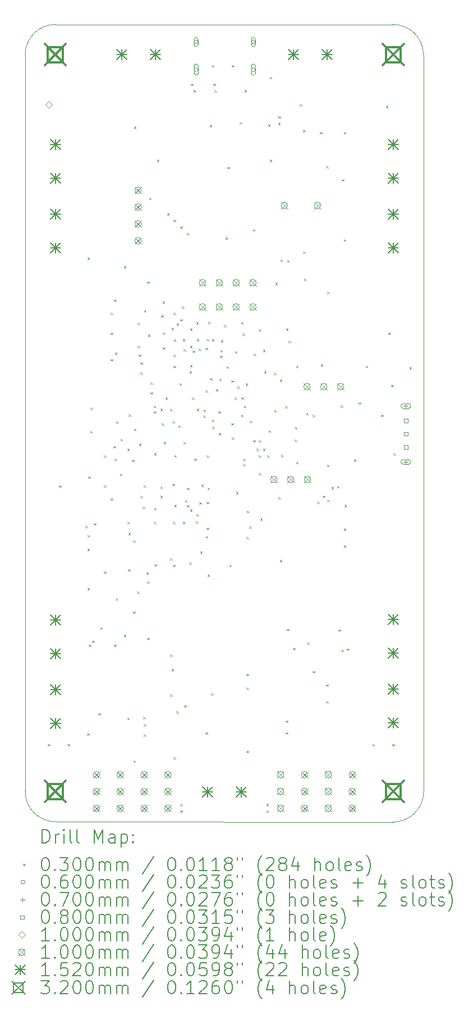
<source format=gbr>
%TF.GenerationSoftware,KiCad,Pcbnew,8.0.3*%
%TF.CreationDate,2025-07-22T23:59:46+01:00*%
%TF.ProjectId,Athena,41746865-6e61-42e6-9b69-6361645f7063,rev?*%
%TF.SameCoordinates,Original*%
%TF.FileFunction,Drillmap*%
%TF.FilePolarity,Positive*%
%FSLAX45Y45*%
G04 Gerber Fmt 4.5, Leading zero omitted, Abs format (unit mm)*
G04 Created by KiCad (PCBNEW 8.0.3) date 2025-07-22 23:59:46*
%MOMM*%
%LPD*%
G01*
G04 APERTURE LIST*
%ADD10C,0.050000*%
%ADD11C,0.200000*%
%ADD12C,0.100000*%
%ADD13C,0.152000*%
%ADD14C,0.320000*%
G04 APERTURE END LIST*
D10*
X15100300Y-16459200D02*
X10002520Y-16454120D01*
X10002520Y-16454120D02*
G75*
G02*
X9545883Y-15996991I-2520J454120D01*
G01*
X9545001Y-4897299D02*
G75*
G02*
X9997440Y-4445000I454999J-2701D01*
G01*
X15559195Y-16002065D02*
G75*
G02*
X15100300Y-16459200I-459195J2065D01*
G01*
X15554995Y-4902188D02*
X15559195Y-16002065D01*
X9997440Y-4445000D02*
X15100300Y-4445000D01*
X15100300Y-4445000D02*
G75*
G02*
X15554995Y-4902188I-300J-455000D01*
G01*
X9545883Y-15996991D02*
X9545001Y-4897299D01*
D11*
D12*
X9885000Y-15285000D02*
X9915000Y-15315000D01*
X9915000Y-15285000D02*
X9885000Y-15315000D01*
X10055000Y-11390000D02*
X10085000Y-11420000D01*
X10085000Y-11390000D02*
X10055000Y-11420000D01*
X10185000Y-15285000D02*
X10215000Y-15315000D01*
X10215000Y-15285000D02*
X10185000Y-15315000D01*
X10455000Y-11995000D02*
X10485000Y-12025000D01*
X10485000Y-11995000D02*
X10455000Y-12025000D01*
X10480000Y-15122500D02*
X10510000Y-15152500D01*
X10510000Y-15122500D02*
X10480000Y-15152500D01*
X10485000Y-7955000D02*
X10515000Y-7985000D01*
X10515000Y-7955000D02*
X10485000Y-7985000D01*
X10485000Y-12340000D02*
X10515000Y-12370000D01*
X10515000Y-12340000D02*
X10485000Y-12370000D01*
X10485000Y-12935000D02*
X10515000Y-12965000D01*
X10515000Y-12935000D02*
X10485000Y-12965000D01*
X10490000Y-12140000D02*
X10520000Y-12170000D01*
X10520000Y-12140000D02*
X10490000Y-12170000D01*
X10497500Y-11255000D02*
X10527500Y-11285000D01*
X10527500Y-11255000D02*
X10497500Y-11285000D01*
X10505000Y-13785000D02*
X10535000Y-13815000D01*
X10535000Y-13785000D02*
X10505000Y-13815000D01*
X10526250Y-10566250D02*
X10556250Y-10596250D01*
X10556250Y-10566250D02*
X10526250Y-10596250D01*
X10530000Y-10215000D02*
X10560000Y-10245000D01*
X10560000Y-10215000D02*
X10530000Y-10245000D01*
X10557681Y-13724794D02*
X10587681Y-13754794D01*
X10587681Y-13724794D02*
X10557681Y-13754794D01*
X10581694Y-11956694D02*
X10611694Y-11986694D01*
X10611694Y-11956694D02*
X10581694Y-11986694D01*
X10651250Y-14818750D02*
X10681250Y-14848750D01*
X10681250Y-14818750D02*
X10651250Y-14848750D01*
X10677500Y-13522500D02*
X10707500Y-13552500D01*
X10707500Y-13522500D02*
X10677500Y-13552500D01*
X10735000Y-10935000D02*
X10765000Y-10965000D01*
X10765000Y-10935000D02*
X10735000Y-10965000D01*
X10735000Y-11385000D02*
X10765000Y-11415000D01*
X10765000Y-11385000D02*
X10735000Y-11415000D01*
X10735000Y-12685000D02*
X10765000Y-12715000D01*
X10765000Y-12685000D02*
X10735000Y-12715000D01*
X10835000Y-8785000D02*
X10865000Y-8815000D01*
X10865000Y-8785000D02*
X10835000Y-8815000D01*
X10835000Y-9085000D02*
X10865000Y-9115000D01*
X10865000Y-9085000D02*
X10835000Y-9115000D01*
X10835000Y-9485000D02*
X10865000Y-9515000D01*
X10865000Y-9485000D02*
X10835000Y-9515000D01*
X10835000Y-11585000D02*
X10865000Y-11615000D01*
X10865000Y-11585000D02*
X10835000Y-11615000D01*
X10880000Y-10795000D02*
X10910000Y-10825000D01*
X10910000Y-10795000D02*
X10880000Y-10825000D01*
X10885000Y-8585000D02*
X10915000Y-8615000D01*
X10915000Y-8585000D02*
X10885000Y-8615000D01*
X10885000Y-13785000D02*
X10915000Y-13815000D01*
X10915000Y-13785000D02*
X10885000Y-13815000D01*
X10895000Y-10985000D02*
X10925000Y-11015000D01*
X10925000Y-10985000D02*
X10895000Y-11015000D01*
X10897500Y-9385000D02*
X10927500Y-9415000D01*
X10927500Y-9385000D02*
X10897500Y-9415000D01*
X10913550Y-13085000D02*
X10943550Y-13115000D01*
X10943550Y-13085000D02*
X10913550Y-13115000D01*
X10914792Y-10422868D02*
X10944792Y-10452868D01*
X10944792Y-10422868D02*
X10914792Y-10452868D01*
X10975000Y-11210000D02*
X11005000Y-11240000D01*
X11005000Y-11210000D02*
X10975000Y-11240000D01*
X10982500Y-10687500D02*
X11012500Y-10717500D01*
X11012500Y-10687500D02*
X10982500Y-10717500D01*
X11035000Y-8085000D02*
X11065000Y-8115000D01*
X11065000Y-8085000D02*
X11035000Y-8115000D01*
X11035000Y-13635000D02*
X11065000Y-13665000D01*
X11065000Y-13635000D02*
X11035000Y-13665000D01*
X11085000Y-10835000D02*
X11115000Y-10865000D01*
X11115000Y-10835000D02*
X11085000Y-10865000D01*
X11085000Y-14885000D02*
X11115000Y-14915000D01*
X11115000Y-14885000D02*
X11085000Y-14915000D01*
X11090000Y-11935000D02*
X11120000Y-11965000D01*
X11120000Y-11935000D02*
X11090000Y-11965000D01*
X11100000Y-12650000D02*
X11130000Y-12680000D01*
X11130000Y-12650000D02*
X11100000Y-12680000D01*
X11102132Y-12105000D02*
X11132132Y-12135000D01*
X11132132Y-12105000D02*
X11102132Y-12135000D01*
X11105000Y-10320000D02*
X11135000Y-10350000D01*
X11135000Y-10320000D02*
X11105000Y-10350000D01*
X11155000Y-11000000D02*
X11185000Y-11030000D01*
X11185000Y-11000000D02*
X11155000Y-11030000D01*
X11172500Y-13285000D02*
X11202500Y-13315000D01*
X11202500Y-13285000D02*
X11172500Y-13315000D01*
X11175000Y-12215000D02*
X11205000Y-12245000D01*
X11205000Y-12215000D02*
X11175000Y-12245000D01*
X11180000Y-15530000D02*
X11210000Y-15560000D01*
X11210000Y-15530000D02*
X11180000Y-15560000D01*
X11185000Y-5985000D02*
X11215000Y-6015000D01*
X11215000Y-5985000D02*
X11185000Y-6015000D01*
X11185000Y-10535000D02*
X11215000Y-10565000D01*
X11215000Y-10535000D02*
X11185000Y-10565000D01*
X11235000Y-12985000D02*
X11265000Y-13015000D01*
X11265000Y-12985000D02*
X11235000Y-13015000D01*
X11240000Y-8940000D02*
X11270000Y-8970000D01*
X11270000Y-8940000D02*
X11240000Y-8970000D01*
X11240000Y-9285000D02*
X11270000Y-9315000D01*
X11270000Y-9285000D02*
X11240000Y-9315000D01*
X11260000Y-9415000D02*
X11290000Y-9445000D01*
X11290000Y-9415000D02*
X11260000Y-9445000D01*
X11262500Y-10757500D02*
X11292500Y-10787500D01*
X11292500Y-10757500D02*
X11262500Y-10787500D01*
X11285000Y-9535000D02*
X11315000Y-9565000D01*
X11315000Y-9535000D02*
X11285000Y-9565000D01*
X11285000Y-9685000D02*
X11315000Y-9715000D01*
X11315000Y-9685000D02*
X11285000Y-9715000D01*
X11285000Y-11547500D02*
X11315000Y-11577500D01*
X11315000Y-11547500D02*
X11285000Y-11577500D01*
X11316000Y-11709000D02*
X11346000Y-11739000D01*
X11346000Y-11709000D02*
X11316000Y-11739000D01*
X11324569Y-14874569D02*
X11354569Y-14904569D01*
X11354569Y-14874569D02*
X11324569Y-14904569D01*
X11335000Y-11385000D02*
X11365000Y-11415000D01*
X11365000Y-11385000D02*
X11335000Y-11415000D01*
X11335000Y-14985000D02*
X11365000Y-15015000D01*
X11365000Y-14985000D02*
X11335000Y-15015000D01*
X11335000Y-15135000D02*
X11365000Y-15165000D01*
X11365000Y-15135000D02*
X11335000Y-15165000D01*
X11340888Y-8747500D02*
X11370888Y-8777500D01*
X11370888Y-8747500D02*
X11340888Y-8777500D01*
X11373128Y-12696872D02*
X11403128Y-12726872D01*
X11403128Y-12696872D02*
X11373128Y-12726872D01*
X11385000Y-8315000D02*
X11415000Y-8345000D01*
X11415000Y-8315000D02*
X11385000Y-8345000D01*
X11385000Y-12835000D02*
X11415000Y-12865000D01*
X11415000Y-12835000D02*
X11385000Y-12865000D01*
X11385000Y-13685000D02*
X11415000Y-13715000D01*
X11415000Y-13685000D02*
X11385000Y-13715000D01*
X11397500Y-9117118D02*
X11427500Y-9147118D01*
X11427500Y-9117118D02*
X11397500Y-9147118D01*
X11415000Y-7054000D02*
X11445000Y-7084000D01*
X11445000Y-7054000D02*
X11415000Y-7084000D01*
X11435000Y-9835000D02*
X11465000Y-9865000D01*
X11465000Y-9835000D02*
X11435000Y-9865000D01*
X11435000Y-9985000D02*
X11465000Y-10015000D01*
X11465000Y-9985000D02*
X11435000Y-10015000D01*
X11485000Y-10187369D02*
X11515000Y-10217369D01*
X11515000Y-10187369D02*
X11485000Y-10217369D01*
X11488257Y-10272500D02*
X11518257Y-10302500D01*
X11518257Y-10272500D02*
X11488257Y-10302500D01*
X11489000Y-11935000D02*
X11519000Y-11965000D01*
X11519000Y-11935000D02*
X11489000Y-11965000D01*
X11490806Y-11729194D02*
X11520806Y-11759194D01*
X11520806Y-11729194D02*
X11490806Y-11759194D01*
X11492500Y-10902500D02*
X11522500Y-10932500D01*
X11522500Y-10902500D02*
X11492500Y-10932500D01*
X11496872Y-12573128D02*
X11526872Y-12603128D01*
X11526872Y-12573128D02*
X11496872Y-12603128D01*
X11535000Y-6485000D02*
X11565000Y-6515000D01*
X11565000Y-6485000D02*
X11535000Y-6515000D01*
X11584112Y-11405000D02*
X11614112Y-11435000D01*
X11614112Y-11405000D02*
X11584112Y-11435000D01*
X11584112Y-11547500D02*
X11614112Y-11577500D01*
X11614112Y-11547500D02*
X11584112Y-11577500D01*
X11585000Y-10235000D02*
X11615000Y-10265000D01*
X11615000Y-10235000D02*
X11585000Y-10265000D01*
X11598000Y-8822500D02*
X11628000Y-8852500D01*
X11628000Y-8822500D02*
X11598000Y-8852500D01*
X11604194Y-10454194D02*
X11634194Y-10484194D01*
X11634194Y-10454194D02*
X11604194Y-10484194D01*
X11616844Y-8616844D02*
X11646844Y-8646844D01*
X11646844Y-8616844D02*
X11616844Y-8646844D01*
X11622500Y-9082500D02*
X11652500Y-9112500D01*
X11652500Y-9082500D02*
X11622500Y-9112500D01*
X11622500Y-9305000D02*
X11652500Y-9335000D01*
X11652500Y-9305000D02*
X11622500Y-9335000D01*
X11635000Y-10735000D02*
X11665000Y-10765000D01*
X11665000Y-10735000D02*
X11635000Y-10765000D01*
X11662369Y-10062369D02*
X11692369Y-10092369D01*
X11692369Y-10062369D02*
X11662369Y-10092369D01*
X11685000Y-7285000D02*
X11715000Y-7315000D01*
X11715000Y-7285000D02*
X11685000Y-7315000D01*
X11735000Y-10235000D02*
X11765000Y-10265000D01*
X11765000Y-10235000D02*
X11735000Y-10265000D01*
X11735000Y-12485000D02*
X11765000Y-12515000D01*
X11765000Y-12485000D02*
X11735000Y-12515000D01*
X11735000Y-13935000D02*
X11765000Y-13965000D01*
X11765000Y-13935000D02*
X11735000Y-13965000D01*
X11735000Y-14535000D02*
X11765000Y-14565000D01*
X11765000Y-14535000D02*
X11735000Y-14565000D01*
X11755000Y-9015000D02*
X11785000Y-9045000D01*
X11785000Y-9015000D02*
X11755000Y-9045000D01*
X11755000Y-14152500D02*
X11785000Y-14182500D01*
X11785000Y-14152500D02*
X11755000Y-14182500D01*
X11765806Y-11365806D02*
X11795806Y-11395806D01*
X11795806Y-11365806D02*
X11765806Y-11395806D01*
X11769054Y-10422116D02*
X11799054Y-10452116D01*
X11799054Y-10422116D02*
X11769054Y-10452116D01*
X11774720Y-11935000D02*
X11804720Y-11965000D01*
X11804720Y-11935000D02*
X11774720Y-11965000D01*
X11774720Y-12585000D02*
X11804720Y-12615000D01*
X11804720Y-12585000D02*
X11774720Y-12615000D01*
X11782500Y-9422500D02*
X11812500Y-9452500D01*
X11812500Y-9422500D02*
X11782500Y-9452500D01*
X11785000Y-7385000D02*
X11815000Y-7415000D01*
X11815000Y-7385000D02*
X11785000Y-7415000D01*
X11785000Y-8785000D02*
X11815000Y-8815000D01*
X11815000Y-8785000D02*
X11785000Y-8815000D01*
X11785000Y-9585000D02*
X11815000Y-9615000D01*
X11815000Y-9585000D02*
X11785000Y-9615000D01*
X11785000Y-15485000D02*
X11815000Y-15515000D01*
X11815000Y-15485000D02*
X11785000Y-15515000D01*
X11787426Y-9187427D02*
X11817426Y-9217427D01*
X11817426Y-9187427D02*
X11787426Y-9217427D01*
X11794612Y-11683000D02*
X11824612Y-11713000D01*
X11824612Y-11683000D02*
X11794612Y-11713000D01*
X11798306Y-10933306D02*
X11828306Y-10963306D01*
X11828306Y-10933306D02*
X11798306Y-10963306D01*
X11825000Y-14790000D02*
X11855000Y-14820000D01*
X11855000Y-14790000D02*
X11825000Y-14820000D01*
X11828431Y-8947500D02*
X11858431Y-8977500D01*
X11858431Y-8947500D02*
X11828431Y-8977500D01*
X11855000Y-10485000D02*
X11885000Y-10515000D01*
X11885000Y-10485000D02*
X11855000Y-10515000D01*
X11872503Y-9849773D02*
X11902503Y-9879773D01*
X11902503Y-9849773D02*
X11872503Y-9879773D01*
X11885000Y-7485000D02*
X11915000Y-7515000D01*
X11915000Y-7485000D02*
X11885000Y-7515000D01*
X11885000Y-8885000D02*
X11915000Y-8915000D01*
X11915000Y-8885000D02*
X11885000Y-8915000D01*
X11885000Y-16185000D02*
X11915000Y-16215000D01*
X11915000Y-16185000D02*
X11885000Y-16215000D01*
X11885000Y-16285000D02*
X11915000Y-16315000D01*
X11915000Y-16285000D02*
X11885000Y-16315000D01*
X11910000Y-8695000D02*
X11940000Y-8725000D01*
X11940000Y-8695000D02*
X11910000Y-8725000D01*
X11922500Y-9185000D02*
X11952500Y-9215000D01*
X11952500Y-9185000D02*
X11922500Y-9215000D01*
X11922500Y-11935000D02*
X11952500Y-11965000D01*
X11952500Y-11935000D02*
X11922500Y-11965000D01*
X11935000Y-9335000D02*
X11965000Y-9365000D01*
X11965000Y-9335000D02*
X11935000Y-9365000D01*
X11935000Y-10735000D02*
X11965000Y-10765000D01*
X11965000Y-10735000D02*
X11935000Y-10765000D01*
X11945000Y-14700000D02*
X11975000Y-14730000D01*
X11975000Y-14700000D02*
X11945000Y-14730000D01*
X11956000Y-11610000D02*
X11986000Y-11640000D01*
X11986000Y-11610000D02*
X11956000Y-11640000D01*
X11985000Y-11422500D02*
X12015000Y-11452500D01*
X12015000Y-11422500D02*
X11985000Y-11452500D01*
X11985000Y-7585000D02*
X12015000Y-7615000D01*
X12015000Y-7585000D02*
X11985000Y-7615000D01*
X11985000Y-11685000D02*
X12015000Y-11715000D01*
X12015000Y-11685000D02*
X11985000Y-11715000D01*
X12022500Y-12545000D02*
X12052500Y-12575000D01*
X12052500Y-12545000D02*
X12022500Y-12575000D01*
X12026803Y-9668197D02*
X12056803Y-9698197D01*
X12056803Y-9668197D02*
X12026803Y-9698197D01*
X12033476Y-9575504D02*
X12063476Y-9605504D01*
X12063476Y-9575504D02*
X12033476Y-9605504D01*
X12034986Y-11747481D02*
X12064986Y-11777481D01*
X12064986Y-11747481D02*
X12034986Y-11777481D01*
X12035000Y-9023388D02*
X12065000Y-9053388D01*
X12065000Y-9023388D02*
X12035000Y-9053388D01*
X12035000Y-9285000D02*
X12065000Y-9315000D01*
X12065000Y-9285000D02*
X12035000Y-9315000D01*
X12045000Y-5335000D02*
X12075000Y-5365000D01*
X12075000Y-5335000D02*
X12045000Y-5365000D01*
X12065000Y-10062369D02*
X12095000Y-10092369D01*
X12095000Y-10062369D02*
X12065000Y-10092369D01*
X12070174Y-9358015D02*
X12100174Y-9388015D01*
X12100174Y-9358015D02*
X12070174Y-9388015D01*
X12085000Y-5435000D02*
X12115000Y-5465000D01*
X12115000Y-5435000D02*
X12085000Y-5465000D01*
X12095000Y-10982500D02*
X12125000Y-11012500D01*
X12125000Y-10982500D02*
X12095000Y-11012500D01*
X12124156Y-11925044D02*
X12154156Y-11955044D01*
X12154156Y-11925044D02*
X12124156Y-11955044D01*
X12126200Y-11821400D02*
X12156200Y-11851400D01*
X12156200Y-11821400D02*
X12126200Y-11851400D01*
X12127806Y-8927806D02*
X12157806Y-8957806D01*
X12157806Y-8927806D02*
X12127806Y-8957806D01*
X12135000Y-9182425D02*
X12165000Y-9212425D01*
X12165000Y-9182425D02*
X12135000Y-9212425D01*
X12135000Y-10235000D02*
X12165000Y-10265000D01*
X12165000Y-10235000D02*
X12135000Y-10265000D01*
X12166591Y-9328203D02*
X12196591Y-9358203D01*
X12196591Y-9328203D02*
X12166591Y-9358203D01*
X12172500Y-11641569D02*
X12202500Y-11671569D01*
X12202500Y-11641569D02*
X12172500Y-11671569D01*
X12185000Y-12385000D02*
X12215000Y-12415000D01*
X12215000Y-12385000D02*
X12185000Y-12415000D01*
X12204127Y-11377500D02*
X12234127Y-11407500D01*
X12234127Y-11377500D02*
X12204127Y-11407500D01*
X12231940Y-10335000D02*
X12261940Y-10365000D01*
X12261940Y-10335000D02*
X12231940Y-10365000D01*
X12235000Y-10247500D02*
X12265000Y-10277500D01*
X12265000Y-10247500D02*
X12235000Y-10277500D01*
X12267132Y-15105000D02*
X12297132Y-15135000D01*
X12297132Y-15105000D02*
X12267132Y-15135000D01*
X12267500Y-9314925D02*
X12297500Y-9344925D01*
X12297500Y-9314925D02*
X12267500Y-9344925D01*
X12267500Y-9954869D02*
X12297500Y-9984869D01*
X12297500Y-9954869D02*
X12267500Y-9984869D01*
X12272500Y-12150000D02*
X12302500Y-12180000D01*
X12302500Y-12150000D02*
X12272500Y-12180000D01*
X12284000Y-11636000D02*
X12314000Y-11666000D01*
X12314000Y-11636000D02*
X12284000Y-11666000D01*
X12285000Y-9185000D02*
X12315000Y-9215000D01*
X12315000Y-9185000D02*
X12285000Y-9215000D01*
X12285000Y-10935000D02*
X12315000Y-10965000D01*
X12315000Y-10935000D02*
X12285000Y-10965000D01*
X12285000Y-12025000D02*
X12315000Y-12055000D01*
X12315000Y-12025000D02*
X12285000Y-12055000D01*
X12297500Y-11422500D02*
X12327500Y-11452500D01*
X12327500Y-11422500D02*
X12297500Y-11452500D01*
X12297500Y-12732500D02*
X12327500Y-12762500D01*
X12327500Y-12732500D02*
X12297500Y-12762500D01*
X12309888Y-8922500D02*
X12339888Y-8952500D01*
X12339888Y-8922500D02*
X12309888Y-8952500D01*
X12330000Y-5960000D02*
X12360000Y-5990000D01*
X12360000Y-5960000D02*
X12330000Y-5990000D01*
X12331824Y-9771961D02*
X12361824Y-9801961D01*
X12361824Y-9771961D02*
X12331824Y-9801961D01*
X12350000Y-14520000D02*
X12380000Y-14550000D01*
X12380000Y-14520000D02*
X12350000Y-14550000D01*
X12365000Y-5055000D02*
X12395000Y-5085000D01*
X12395000Y-5055000D02*
X12365000Y-5085000D01*
X12365000Y-9185000D02*
X12395000Y-9215000D01*
X12395000Y-9185000D02*
X12365000Y-9215000D01*
X12365000Y-10397500D02*
X12395000Y-10427500D01*
X12395000Y-10397500D02*
X12365000Y-10427500D01*
X12367166Y-10503610D02*
X12397166Y-10533610D01*
X12397166Y-10503610D02*
X12367166Y-10533610D01*
X12385000Y-5335000D02*
X12415000Y-5365000D01*
X12415000Y-5335000D02*
X12385000Y-5365000D01*
X12402500Y-5435000D02*
X12432500Y-5465000D01*
X12432500Y-5435000D02*
X12402500Y-5465000D01*
X12424523Y-9937369D02*
X12454523Y-9967369D01*
X12454523Y-9937369D02*
X12424523Y-9967369D01*
X12460000Y-10272500D02*
X12490000Y-10302500D01*
X12490000Y-10272500D02*
X12460000Y-10302500D01*
X12465957Y-10595958D02*
X12495957Y-10625958D01*
X12495957Y-10595958D02*
X12465957Y-10625958D01*
X12475000Y-9780000D02*
X12505000Y-9810000D01*
X12505000Y-9780000D02*
X12475000Y-9810000D01*
X12485000Y-9435000D02*
X12515000Y-9465000D01*
X12515000Y-9435000D02*
X12485000Y-9465000D01*
X12491569Y-9347500D02*
X12521569Y-9377500D01*
X12521569Y-9347500D02*
X12491569Y-9377500D01*
X12498684Y-9198684D02*
X12528684Y-9228684D01*
X12528684Y-9198684D02*
X12498684Y-9228684D01*
X12546990Y-8973602D02*
X12576990Y-9003602D01*
X12576990Y-8973602D02*
X12546990Y-9003602D01*
X12567500Y-7652500D02*
X12597500Y-7682500D01*
X12597500Y-7652500D02*
X12567500Y-7682500D01*
X12585462Y-9595082D02*
X12615462Y-9625082D01*
X12615462Y-9595082D02*
X12585462Y-9625082D01*
X12597500Y-6587500D02*
X12627500Y-6617500D01*
X12627500Y-6587500D02*
X12597500Y-6617500D01*
X12625000Y-12585000D02*
X12655000Y-12615000D01*
X12655000Y-12585000D02*
X12625000Y-12615000D01*
X12654194Y-9804194D02*
X12684194Y-9834194D01*
X12684194Y-9804194D02*
X12654194Y-9834194D01*
X12655000Y-10448422D02*
X12685000Y-10478422D01*
X12685000Y-10448422D02*
X12655000Y-10478422D01*
X12662500Y-10665000D02*
X12692500Y-10695000D01*
X12692500Y-10665000D02*
X12662500Y-10695000D01*
X12665000Y-5055000D02*
X12695000Y-5085000D01*
X12695000Y-5055000D02*
X12665000Y-5085000D01*
X12705000Y-10062369D02*
X12735000Y-10092369D01*
X12735000Y-10062369D02*
X12705000Y-10092369D01*
X12710000Y-9365000D02*
X12740000Y-9395000D01*
X12740000Y-9365000D02*
X12710000Y-9395000D01*
X12725897Y-11485897D02*
X12755897Y-11515897D01*
X12755897Y-11485897D02*
X12725897Y-11515897D01*
X12747500Y-9895000D02*
X12777500Y-9925000D01*
X12777500Y-9895000D02*
X12747500Y-9925000D01*
X12785000Y-5915000D02*
X12815000Y-5945000D01*
X12815000Y-5915000D02*
X12785000Y-5945000D01*
X12802500Y-8925000D02*
X12832500Y-8955000D01*
X12832500Y-8925000D02*
X12802500Y-8955000D01*
X12805943Y-10322589D02*
X12835943Y-10352589D01*
X12835943Y-10322589D02*
X12805943Y-10352589D01*
X12810000Y-10060000D02*
X12840000Y-10090000D01*
X12840000Y-10060000D02*
X12810000Y-10090000D01*
X12825000Y-9097500D02*
X12855000Y-9127500D01*
X12855000Y-9097500D02*
X12825000Y-9127500D01*
X12835000Y-10985000D02*
X12865000Y-11015000D01*
X12865000Y-10985000D02*
X12835000Y-11015000D01*
X12835000Y-11065000D02*
X12865000Y-11095000D01*
X12865000Y-11065000D02*
X12835000Y-11095000D01*
X12847500Y-10187369D02*
X12877500Y-10217369D01*
X12877500Y-10187369D02*
X12847500Y-10217369D01*
X12855000Y-5435000D02*
X12885000Y-5465000D01*
X12885000Y-5435000D02*
X12855000Y-5465000D01*
X12872500Y-9852816D02*
X12902500Y-9882816D01*
X12902500Y-9852816D02*
X12872500Y-9882816D01*
X12885000Y-12165000D02*
X12915000Y-12195000D01*
X12915000Y-12165000D02*
X12885000Y-12195000D01*
X12885000Y-14227500D02*
X12915000Y-14257500D01*
X12915000Y-14227500D02*
X12885000Y-14257500D01*
X12885000Y-14435000D02*
X12915000Y-14465000D01*
X12915000Y-14435000D02*
X12885000Y-14465000D01*
X12885000Y-15385000D02*
X12915000Y-15415000D01*
X12915000Y-15385000D02*
X12885000Y-15415000D01*
X12888200Y-11770600D02*
X12918200Y-11800600D01*
X12918200Y-11770600D02*
X12888200Y-11800600D01*
X12925000Y-12005000D02*
X12955000Y-12035000D01*
X12955000Y-12005000D02*
X12925000Y-12035000D01*
X12935000Y-10410000D02*
X12965000Y-10440000D01*
X12965000Y-10410000D02*
X12935000Y-10440000D01*
X12980000Y-7530000D02*
X13010000Y-7560000D01*
X13010000Y-7530000D02*
X12980000Y-7560000D01*
X12987861Y-10705362D02*
X13017861Y-10735362D01*
X13017861Y-10705362D02*
X12987861Y-10735362D01*
X12995817Y-9403659D02*
X13025817Y-9433659D01*
X13025817Y-9403659D02*
X12995817Y-9433659D01*
X13035000Y-10835000D02*
X13065000Y-10865000D01*
X13065000Y-10835000D02*
X13035000Y-10865000D01*
X13070000Y-11197500D02*
X13100000Y-11227500D01*
X13100000Y-11197500D02*
X13070000Y-11227500D01*
X13072500Y-10710000D02*
X13102500Y-10740000D01*
X13102500Y-10710000D02*
X13072500Y-10740000D01*
X13072500Y-10935000D02*
X13102500Y-10965000D01*
X13102500Y-10935000D02*
X13072500Y-10965000D01*
X13075000Y-9035000D02*
X13105000Y-9065000D01*
X13105000Y-9035000D02*
X13075000Y-9065000D01*
X13092500Y-11885000D02*
X13122500Y-11915000D01*
X13122500Y-11885000D02*
X13092500Y-11915000D01*
X13134106Y-9343000D02*
X13164106Y-9373000D01*
X13164106Y-9343000D02*
X13134106Y-9373000D01*
X13135000Y-10835000D02*
X13165000Y-10865000D01*
X13165000Y-10835000D02*
X13135000Y-10865000D01*
X13150214Y-9664214D02*
X13180214Y-9694214D01*
X13180214Y-9664214D02*
X13150214Y-9694214D01*
X13185000Y-16185000D02*
X13215000Y-16215000D01*
X13215000Y-16185000D02*
X13185000Y-16215000D01*
X13185000Y-16285000D02*
X13215000Y-16315000D01*
X13215000Y-16285000D02*
X13185000Y-16315000D01*
X13197500Y-10935000D02*
X13227500Y-10965000D01*
X13227500Y-10935000D02*
X13197500Y-10965000D01*
X13209000Y-5949000D02*
X13239000Y-5979000D01*
X13239000Y-5949000D02*
X13209000Y-5979000D01*
X13220000Y-10560194D02*
X13250000Y-10590194D01*
X13250000Y-10560194D02*
X13220000Y-10590194D01*
X13235000Y-5235000D02*
X13265000Y-5265000D01*
X13265000Y-5235000D02*
X13235000Y-5265000D01*
X13235000Y-6485000D02*
X13265000Y-6515000D01*
X13265000Y-6485000D02*
X13235000Y-6515000D01*
X13297500Y-9693316D02*
X13327500Y-9723316D01*
X13327500Y-9693316D02*
X13297500Y-9723316D01*
X13304000Y-10254194D02*
X13334000Y-10284194D01*
X13334000Y-10254194D02*
X13304000Y-10284194D01*
X13320000Y-8335000D02*
X13350000Y-8365000D01*
X13350000Y-8335000D02*
X13320000Y-8365000D01*
X13361000Y-5923000D02*
X13391000Y-5953000D01*
X13391000Y-5923000D02*
X13361000Y-5953000D01*
X13369056Y-11565056D02*
X13399056Y-11595056D01*
X13399056Y-11565056D02*
X13369056Y-11595056D01*
X13369306Y-5826306D02*
X13399306Y-5856306D01*
X13399306Y-5826306D02*
X13369306Y-5856306D01*
X13390000Y-9795000D02*
X13420000Y-9825000D01*
X13420000Y-9795000D02*
X13390000Y-9825000D01*
X13390000Y-12510000D02*
X13420000Y-12540000D01*
X13420000Y-12510000D02*
X13390000Y-12540000D01*
X13396612Y-7985000D02*
X13426612Y-8015000D01*
X13426612Y-7985000D02*
X13396612Y-8015000D01*
X13410000Y-10930000D02*
X13440000Y-10960000D01*
X13440000Y-10930000D02*
X13410000Y-10960000D01*
X13469000Y-10192000D02*
X13499000Y-10222000D01*
X13499000Y-10192000D02*
X13469000Y-10222000D01*
X13476500Y-14930000D02*
X13506500Y-14960000D01*
X13506500Y-14930000D02*
X13476500Y-14960000D01*
X13476500Y-15105000D02*
X13506500Y-15135000D01*
X13506500Y-15105000D02*
X13476500Y-15135000D01*
X13482500Y-9022500D02*
X13512500Y-9052500D01*
X13512500Y-9022500D02*
X13482500Y-9052500D01*
X13496250Y-13550000D02*
X13526250Y-13580000D01*
X13526250Y-13550000D02*
X13496250Y-13580000D01*
X13499556Y-7994556D02*
X13529556Y-8024556D01*
X13529556Y-7994556D02*
X13499556Y-8024556D01*
X13520000Y-9207500D02*
X13550000Y-9237500D01*
X13550000Y-9207500D02*
X13520000Y-9237500D01*
X13585000Y-13835000D02*
X13615000Y-13865000D01*
X13615000Y-13835000D02*
X13585000Y-13865000D01*
X13610833Y-10697411D02*
X13640833Y-10727411D01*
X13640833Y-10697411D02*
X13610833Y-10727411D01*
X13615000Y-10507500D02*
X13645000Y-10537500D01*
X13645000Y-10507500D02*
X13615000Y-10537500D01*
X13635000Y-9585000D02*
X13665000Y-9615000D01*
X13665000Y-9585000D02*
X13635000Y-9615000D01*
X13635000Y-11035000D02*
X13665000Y-11065000D01*
X13665000Y-11035000D02*
X13635000Y-11065000D01*
X13688000Y-5644000D02*
X13718000Y-5674000D01*
X13718000Y-5644000D02*
X13688000Y-5674000D01*
X13735000Y-6035000D02*
X13765000Y-6065000D01*
X13765000Y-6035000D02*
X13735000Y-6065000D01*
X13737500Y-7865000D02*
X13767500Y-7895000D01*
X13767500Y-7865000D02*
X13737500Y-7895000D01*
X13752500Y-8275000D02*
X13782500Y-8305000D01*
X13782500Y-8275000D02*
X13752500Y-8305000D01*
X13785000Y-10297500D02*
X13815000Y-10327500D01*
X13815000Y-10297500D02*
X13785000Y-10327500D01*
X13802500Y-13750000D02*
X13832500Y-13780000D01*
X13832500Y-13750000D02*
X13802500Y-13780000D01*
X13885000Y-10325000D02*
X13915000Y-10355000D01*
X13915000Y-10325000D02*
X13885000Y-10355000D01*
X13885000Y-14185000D02*
X13915000Y-14215000D01*
X13915000Y-14185000D02*
X13885000Y-14215000D01*
X13949112Y-11630888D02*
X13979112Y-11660888D01*
X13979112Y-11630888D02*
X13949112Y-11660888D01*
X13995362Y-6065000D02*
X14025362Y-6095000D01*
X14025362Y-6065000D02*
X13995362Y-6095000D01*
X14005000Y-9565000D02*
X14035000Y-9595000D01*
X14035000Y-9565000D02*
X14005000Y-9595000D01*
X14035000Y-11540000D02*
X14065000Y-11570000D01*
X14065000Y-11540000D02*
X14035000Y-11570000D01*
X14085000Y-14385000D02*
X14115000Y-14415000D01*
X14115000Y-14385000D02*
X14085000Y-14415000D01*
X14085000Y-14635000D02*
X14115000Y-14665000D01*
X14115000Y-14635000D02*
X14085000Y-14665000D01*
X14087500Y-6575000D02*
X14117500Y-6605000D01*
X14117500Y-6575000D02*
X14087500Y-6605000D01*
X14099945Y-11075334D02*
X14129945Y-11105334D01*
X14129945Y-11075334D02*
X14099945Y-11105334D01*
X14102500Y-11607500D02*
X14132500Y-11637500D01*
X14132500Y-11607500D02*
X14102500Y-11637500D01*
X14105000Y-8472500D02*
X14135000Y-8502500D01*
X14135000Y-8472500D02*
X14105000Y-8502500D01*
X14168779Y-11408721D02*
X14198779Y-11438721D01*
X14198779Y-11408721D02*
X14168779Y-11438721D01*
X14252500Y-11397500D02*
X14282500Y-11427500D01*
X14282500Y-11397500D02*
X14252500Y-11427500D01*
X14272500Y-13557500D02*
X14302500Y-13587500D01*
X14302500Y-13557500D02*
X14272500Y-13587500D01*
X14305000Y-10185000D02*
X14335000Y-10215000D01*
X14335000Y-10185000D02*
X14305000Y-10215000D01*
X14319406Y-13862206D02*
X14349406Y-13892206D01*
X14349406Y-13862206D02*
X14319406Y-13892206D01*
X14322500Y-6775000D02*
X14352500Y-6805000D01*
X14352500Y-6775000D02*
X14322500Y-6805000D01*
X14352500Y-6065000D02*
X14382500Y-6095000D01*
X14382500Y-6065000D02*
X14352500Y-6095000D01*
X14352500Y-12035000D02*
X14382500Y-12065000D01*
X14382500Y-12035000D02*
X14352500Y-12065000D01*
X14352500Y-12289000D02*
X14382500Y-12319000D01*
X14382500Y-12289000D02*
X14352500Y-12319000D01*
X14355000Y-7680000D02*
X14385000Y-7710000D01*
X14385000Y-7680000D02*
X14355000Y-7710000D01*
X14360000Y-11680000D02*
X14390000Y-11710000D01*
X14390000Y-11680000D02*
X14360000Y-11710000D01*
X14401900Y-13843100D02*
X14431900Y-13873100D01*
X14431900Y-13843100D02*
X14401900Y-13873100D01*
X14505000Y-10995000D02*
X14535000Y-11025000D01*
X14535000Y-10995000D02*
X14505000Y-11025000D01*
X14580000Y-10135000D02*
X14610000Y-10165000D01*
X14610000Y-10135000D02*
X14580000Y-10165000D01*
X14685000Y-9585000D02*
X14715000Y-9615000D01*
X14715000Y-9585000D02*
X14685000Y-9615000D01*
X14785000Y-15285000D02*
X14815000Y-15315000D01*
X14815000Y-15285000D02*
X14785000Y-15315000D01*
X14917500Y-10322500D02*
X14947500Y-10352500D01*
X14947500Y-10322500D02*
X14917500Y-10352500D01*
X14987500Y-5670000D02*
X15017500Y-5700000D01*
X15017500Y-5670000D02*
X14987500Y-5700000D01*
X15025000Y-9085000D02*
X15055000Y-9115000D01*
X15055000Y-9085000D02*
X15025000Y-9115000D01*
X15070000Y-9875000D02*
X15100000Y-9905000D01*
X15100000Y-9875000D02*
X15070000Y-9905000D01*
X15085000Y-15285000D02*
X15115000Y-15315000D01*
X15115000Y-15285000D02*
X15085000Y-15315000D01*
X15102500Y-10902500D02*
X15132500Y-10932500D01*
X15132500Y-10902500D02*
X15102500Y-10932500D01*
X15345000Y-9605000D02*
X15375000Y-9635000D01*
X15375000Y-9605000D02*
X15345000Y-9635000D01*
X12153000Y-4707500D02*
G75*
G02*
X12093000Y-4707500I-30000J0D01*
G01*
X12093000Y-4707500D02*
G75*
G02*
X12153000Y-4707500I30000J0D01*
G01*
X12153000Y-4747500D02*
X12153000Y-4667500D01*
X12093000Y-4667500D02*
G75*
G02*
X12153000Y-4667500I30000J0D01*
G01*
X12093000Y-4667500D02*
X12093000Y-4747500D01*
X12093000Y-4747500D02*
G75*
G03*
X12153000Y-4747500I30000J0D01*
G01*
X12153000Y-5125500D02*
G75*
G02*
X12093000Y-5125500I-30000J0D01*
G01*
X12093000Y-5125500D02*
G75*
G02*
X12153000Y-5125500I30000J0D01*
G01*
X12153000Y-5180500D02*
X12153000Y-5070500D01*
X12093000Y-5070500D02*
G75*
G02*
X12153000Y-5070500I30000J0D01*
G01*
X12093000Y-5070500D02*
X12093000Y-5180500D01*
X12093000Y-5180500D02*
G75*
G03*
X12153000Y-5180500I30000J0D01*
G01*
X13017000Y-4707500D02*
G75*
G02*
X12957000Y-4707500I-30000J0D01*
G01*
X12957000Y-4707500D02*
G75*
G02*
X13017000Y-4707500I30000J0D01*
G01*
X13017000Y-4747500D02*
X13017000Y-4667500D01*
X12957000Y-4667500D02*
G75*
G02*
X13017000Y-4667500I30000J0D01*
G01*
X12957000Y-4667500D02*
X12957000Y-4747500D01*
X12957000Y-4747500D02*
G75*
G03*
X13017000Y-4747500I30000J0D01*
G01*
X13017000Y-5125500D02*
G75*
G02*
X12957000Y-5125500I-30000J0D01*
G01*
X12957000Y-5125500D02*
G75*
G02*
X13017000Y-5125500I30000J0D01*
G01*
X13017000Y-5180500D02*
X13017000Y-5070500D01*
X12957000Y-5070500D02*
G75*
G02*
X13017000Y-5070500I30000J0D01*
G01*
X12957000Y-5070500D02*
X12957000Y-5180500D01*
X12957000Y-5180500D02*
G75*
G03*
X13017000Y-5180500I30000J0D01*
G01*
X15289600Y-10158400D02*
X15289600Y-10228400D01*
X15254600Y-10193400D02*
X15324600Y-10193400D01*
X15249600Y-10228400D02*
X15329600Y-10228400D01*
X15329600Y-10158400D02*
G75*
G02*
X15329600Y-10228400I0J-35000D01*
G01*
X15329600Y-10158400D02*
X15249600Y-10158400D01*
X15249600Y-10158400D02*
G75*
G03*
X15249600Y-10228400I0J-35000D01*
G01*
X15289600Y-10998400D02*
X15289600Y-11068400D01*
X15254600Y-11033400D02*
X15324600Y-11033400D01*
X15249600Y-11068400D02*
X15329600Y-11068400D01*
X15329600Y-10998400D02*
G75*
G02*
X15329600Y-11068400I0J-35000D01*
G01*
X15329600Y-10998400D02*
X15249600Y-10998400D01*
X15249600Y-10998400D02*
G75*
G03*
X15249600Y-11068400I0J-35000D01*
G01*
X15317884Y-10441685D02*
X15317884Y-10385116D01*
X15261315Y-10385116D01*
X15261315Y-10441685D01*
X15317884Y-10441685D01*
X15317884Y-10641685D02*
X15317884Y-10585116D01*
X15261315Y-10585116D01*
X15261315Y-10641685D01*
X15317884Y-10641685D01*
X15317884Y-10841685D02*
X15317884Y-10785116D01*
X15261315Y-10785116D01*
X15261315Y-10841685D01*
X15317884Y-10841685D01*
X9900000Y-5700000D02*
X9950000Y-5650000D01*
X9900000Y-5600000D01*
X9850000Y-5650000D01*
X9900000Y-5700000D01*
X10570000Y-15697500D02*
X10670000Y-15797500D01*
X10670000Y-15697500D02*
X10570000Y-15797500D01*
X10670000Y-15747500D02*
G75*
G02*
X10570000Y-15747500I-50000J0D01*
G01*
X10570000Y-15747500D02*
G75*
G02*
X10670000Y-15747500I50000J0D01*
G01*
X10570000Y-15951500D02*
X10670000Y-16051500D01*
X10670000Y-15951500D02*
X10570000Y-16051500D01*
X10670000Y-16001500D02*
G75*
G02*
X10570000Y-16001500I-50000J0D01*
G01*
X10570000Y-16001500D02*
G75*
G02*
X10670000Y-16001500I50000J0D01*
G01*
X10570000Y-16205500D02*
X10670000Y-16305500D01*
X10670000Y-16205500D02*
X10570000Y-16305500D01*
X10670000Y-16255500D02*
G75*
G02*
X10570000Y-16255500I-50000J0D01*
G01*
X10570000Y-16255500D02*
G75*
G02*
X10670000Y-16255500I50000J0D01*
G01*
X10930000Y-15697500D02*
X11030000Y-15797500D01*
X11030000Y-15697500D02*
X10930000Y-15797500D01*
X11030000Y-15747500D02*
G75*
G02*
X10930000Y-15747500I-50000J0D01*
G01*
X10930000Y-15747500D02*
G75*
G02*
X11030000Y-15747500I50000J0D01*
G01*
X10930000Y-15951500D02*
X11030000Y-16051500D01*
X11030000Y-15951500D02*
X10930000Y-16051500D01*
X11030000Y-16001500D02*
G75*
G02*
X10930000Y-16001500I-50000J0D01*
G01*
X10930000Y-16001500D02*
G75*
G02*
X11030000Y-16001500I50000J0D01*
G01*
X10930000Y-16205500D02*
X11030000Y-16305500D01*
X11030000Y-16205500D02*
X10930000Y-16305500D01*
X11030000Y-16255500D02*
G75*
G02*
X10930000Y-16255500I-50000J0D01*
G01*
X10930000Y-16255500D02*
G75*
G02*
X11030000Y-16255500I50000J0D01*
G01*
X11200000Y-6892000D02*
X11300000Y-6992000D01*
X11300000Y-6892000D02*
X11200000Y-6992000D01*
X11300000Y-6942000D02*
G75*
G02*
X11200000Y-6942000I-50000J0D01*
G01*
X11200000Y-6942000D02*
G75*
G02*
X11300000Y-6942000I50000J0D01*
G01*
X11200000Y-7146000D02*
X11300000Y-7246000D01*
X11300000Y-7146000D02*
X11200000Y-7246000D01*
X11300000Y-7196000D02*
G75*
G02*
X11200000Y-7196000I-50000J0D01*
G01*
X11200000Y-7196000D02*
G75*
G02*
X11300000Y-7196000I50000J0D01*
G01*
X11200000Y-7400000D02*
X11300000Y-7500000D01*
X11300000Y-7400000D02*
X11200000Y-7500000D01*
X11300000Y-7450000D02*
G75*
G02*
X11200000Y-7450000I-50000J0D01*
G01*
X11200000Y-7450000D02*
G75*
G02*
X11300000Y-7450000I50000J0D01*
G01*
X11200000Y-7654000D02*
X11300000Y-7754000D01*
X11300000Y-7654000D02*
X11200000Y-7754000D01*
X11300000Y-7704000D02*
G75*
G02*
X11200000Y-7704000I-50000J0D01*
G01*
X11200000Y-7704000D02*
G75*
G02*
X11300000Y-7704000I50000J0D01*
G01*
X11290000Y-15697500D02*
X11390000Y-15797500D01*
X11390000Y-15697500D02*
X11290000Y-15797500D01*
X11390000Y-15747500D02*
G75*
G02*
X11290000Y-15747500I-50000J0D01*
G01*
X11290000Y-15747500D02*
G75*
G02*
X11390000Y-15747500I50000J0D01*
G01*
X11290000Y-15951500D02*
X11390000Y-16051500D01*
X11390000Y-15951500D02*
X11290000Y-16051500D01*
X11390000Y-16001500D02*
G75*
G02*
X11290000Y-16001500I-50000J0D01*
G01*
X11290000Y-16001500D02*
G75*
G02*
X11390000Y-16001500I50000J0D01*
G01*
X11290000Y-16205500D02*
X11390000Y-16305500D01*
X11390000Y-16205500D02*
X11290000Y-16305500D01*
X11390000Y-16255500D02*
G75*
G02*
X11290000Y-16255500I-50000J0D01*
G01*
X11290000Y-16255500D02*
G75*
G02*
X11390000Y-16255500I50000J0D01*
G01*
X11650000Y-15697500D02*
X11750000Y-15797500D01*
X11750000Y-15697500D02*
X11650000Y-15797500D01*
X11750000Y-15747500D02*
G75*
G02*
X11650000Y-15747500I-50000J0D01*
G01*
X11650000Y-15747500D02*
G75*
G02*
X11750000Y-15747500I50000J0D01*
G01*
X11650000Y-15951500D02*
X11750000Y-16051500D01*
X11750000Y-15951500D02*
X11650000Y-16051500D01*
X11750000Y-16001500D02*
G75*
G02*
X11650000Y-16001500I-50000J0D01*
G01*
X11650000Y-16001500D02*
G75*
G02*
X11750000Y-16001500I50000J0D01*
G01*
X11650000Y-16205500D02*
X11750000Y-16305500D01*
X11750000Y-16205500D02*
X11650000Y-16305500D01*
X11750000Y-16255500D02*
G75*
G02*
X11650000Y-16255500I-50000J0D01*
G01*
X11650000Y-16255500D02*
G75*
G02*
X11750000Y-16255500I50000J0D01*
G01*
X12170000Y-8285000D02*
X12270000Y-8385000D01*
X12270000Y-8285000D02*
X12170000Y-8385000D01*
X12270000Y-8335000D02*
G75*
G02*
X12170000Y-8335000I-50000J0D01*
G01*
X12170000Y-8335000D02*
G75*
G02*
X12270000Y-8335000I50000J0D01*
G01*
X12170000Y-8650000D02*
X12270000Y-8750000D01*
X12270000Y-8650000D02*
X12170000Y-8750000D01*
X12270000Y-8700000D02*
G75*
G02*
X12170000Y-8700000I-50000J0D01*
G01*
X12170000Y-8700000D02*
G75*
G02*
X12270000Y-8700000I50000J0D01*
G01*
X12424000Y-8285000D02*
X12524000Y-8385000D01*
X12524000Y-8285000D02*
X12424000Y-8385000D01*
X12524000Y-8335000D02*
G75*
G02*
X12424000Y-8335000I-50000J0D01*
G01*
X12424000Y-8335000D02*
G75*
G02*
X12524000Y-8335000I50000J0D01*
G01*
X12424000Y-8650000D02*
X12524000Y-8750000D01*
X12524000Y-8650000D02*
X12424000Y-8750000D01*
X12524000Y-8700000D02*
G75*
G02*
X12424000Y-8700000I-50000J0D01*
G01*
X12424000Y-8700000D02*
G75*
G02*
X12524000Y-8700000I50000J0D01*
G01*
X12678000Y-8285000D02*
X12778000Y-8385000D01*
X12778000Y-8285000D02*
X12678000Y-8385000D01*
X12778000Y-8335000D02*
G75*
G02*
X12678000Y-8335000I-50000J0D01*
G01*
X12678000Y-8335000D02*
G75*
G02*
X12778000Y-8335000I50000J0D01*
G01*
X12678000Y-8650000D02*
X12778000Y-8750000D01*
X12778000Y-8650000D02*
X12678000Y-8750000D01*
X12778000Y-8700000D02*
G75*
G02*
X12678000Y-8700000I-50000J0D01*
G01*
X12678000Y-8700000D02*
G75*
G02*
X12778000Y-8700000I50000J0D01*
G01*
X12932000Y-8285000D02*
X13032000Y-8385000D01*
X13032000Y-8285000D02*
X12932000Y-8385000D01*
X13032000Y-8335000D02*
G75*
G02*
X12932000Y-8335000I-50000J0D01*
G01*
X12932000Y-8335000D02*
G75*
G02*
X13032000Y-8335000I50000J0D01*
G01*
X12932000Y-8650000D02*
X13032000Y-8750000D01*
X13032000Y-8650000D02*
X12932000Y-8750000D01*
X13032000Y-8700000D02*
G75*
G02*
X12932000Y-8700000I-50000J0D01*
G01*
X12932000Y-8700000D02*
G75*
G02*
X13032000Y-8700000I50000J0D01*
G01*
X13247500Y-11250000D02*
X13347500Y-11350000D01*
X13347500Y-11250000D02*
X13247500Y-11350000D01*
X13347500Y-11300000D02*
G75*
G02*
X13247500Y-11300000I-50000J0D01*
G01*
X13247500Y-11300000D02*
G75*
G02*
X13347500Y-11300000I50000J0D01*
G01*
X13350000Y-15696000D02*
X13450000Y-15796000D01*
X13450000Y-15696000D02*
X13350000Y-15796000D01*
X13450000Y-15746000D02*
G75*
G02*
X13350000Y-15746000I-50000J0D01*
G01*
X13350000Y-15746000D02*
G75*
G02*
X13450000Y-15746000I50000J0D01*
G01*
X13350000Y-15950000D02*
X13450000Y-16050000D01*
X13450000Y-15950000D02*
X13350000Y-16050000D01*
X13450000Y-16000000D02*
G75*
G02*
X13350000Y-16000000I-50000J0D01*
G01*
X13350000Y-16000000D02*
G75*
G02*
X13450000Y-16000000I50000J0D01*
G01*
X13350000Y-16204000D02*
X13450000Y-16304000D01*
X13450000Y-16204000D02*
X13350000Y-16304000D01*
X13450000Y-16254000D02*
G75*
G02*
X13350000Y-16254000I-50000J0D01*
G01*
X13350000Y-16254000D02*
G75*
G02*
X13450000Y-16254000I50000J0D01*
G01*
X13405000Y-7122500D02*
X13505000Y-7222500D01*
X13505000Y-7122500D02*
X13405000Y-7222500D01*
X13505000Y-7172500D02*
G75*
G02*
X13405000Y-7172500I-50000J0D01*
G01*
X13405000Y-7172500D02*
G75*
G02*
X13505000Y-7172500I50000J0D01*
G01*
X13501500Y-11250000D02*
X13601500Y-11350000D01*
X13601500Y-11250000D02*
X13501500Y-11350000D01*
X13601500Y-11300000D02*
G75*
G02*
X13501500Y-11300000I-50000J0D01*
G01*
X13501500Y-11300000D02*
G75*
G02*
X13601500Y-11300000I50000J0D01*
G01*
X13710000Y-15697500D02*
X13810000Y-15797500D01*
X13810000Y-15697500D02*
X13710000Y-15797500D01*
X13810000Y-15747500D02*
G75*
G02*
X13710000Y-15747500I-50000J0D01*
G01*
X13710000Y-15747500D02*
G75*
G02*
X13810000Y-15747500I50000J0D01*
G01*
X13710000Y-15951500D02*
X13810000Y-16051500D01*
X13810000Y-15951500D02*
X13710000Y-16051500D01*
X13810000Y-16001500D02*
G75*
G02*
X13710000Y-16001500I-50000J0D01*
G01*
X13710000Y-16001500D02*
G75*
G02*
X13810000Y-16001500I50000J0D01*
G01*
X13710000Y-16205500D02*
X13810000Y-16305500D01*
X13810000Y-16205500D02*
X13710000Y-16305500D01*
X13810000Y-16255500D02*
G75*
G02*
X13710000Y-16255500I-50000J0D01*
G01*
X13710000Y-16255500D02*
G75*
G02*
X13810000Y-16255500I50000J0D01*
G01*
X13747500Y-9850000D02*
X13847500Y-9950000D01*
X13847500Y-9850000D02*
X13747500Y-9950000D01*
X13847500Y-9900000D02*
G75*
G02*
X13747500Y-9900000I-50000J0D01*
G01*
X13747500Y-9900000D02*
G75*
G02*
X13847500Y-9900000I50000J0D01*
G01*
X13755500Y-11250000D02*
X13855500Y-11350000D01*
X13855500Y-11250000D02*
X13755500Y-11350000D01*
X13855500Y-11300000D02*
G75*
G02*
X13755500Y-11300000I-50000J0D01*
G01*
X13755500Y-11300000D02*
G75*
G02*
X13855500Y-11300000I50000J0D01*
G01*
X13905000Y-7122500D02*
X14005000Y-7222500D01*
X14005000Y-7122500D02*
X13905000Y-7222500D01*
X14005000Y-7172500D02*
G75*
G02*
X13905000Y-7172500I-50000J0D01*
G01*
X13905000Y-7172500D02*
G75*
G02*
X14005000Y-7172500I50000J0D01*
G01*
X14001500Y-9850000D02*
X14101500Y-9950000D01*
X14101500Y-9850000D02*
X14001500Y-9950000D01*
X14101500Y-9900000D02*
G75*
G02*
X14001500Y-9900000I-50000J0D01*
G01*
X14001500Y-9900000D02*
G75*
G02*
X14101500Y-9900000I50000J0D01*
G01*
X14070000Y-15696000D02*
X14170000Y-15796000D01*
X14170000Y-15696000D02*
X14070000Y-15796000D01*
X14170000Y-15746000D02*
G75*
G02*
X14070000Y-15746000I-50000J0D01*
G01*
X14070000Y-15746000D02*
G75*
G02*
X14170000Y-15746000I50000J0D01*
G01*
X14070000Y-15950000D02*
X14170000Y-16050000D01*
X14170000Y-15950000D02*
X14070000Y-16050000D01*
X14170000Y-16000000D02*
G75*
G02*
X14070000Y-16000000I-50000J0D01*
G01*
X14070000Y-16000000D02*
G75*
G02*
X14170000Y-16000000I50000J0D01*
G01*
X14070000Y-16204000D02*
X14170000Y-16304000D01*
X14170000Y-16204000D02*
X14070000Y-16304000D01*
X14170000Y-16254000D02*
G75*
G02*
X14070000Y-16254000I-50000J0D01*
G01*
X14070000Y-16254000D02*
G75*
G02*
X14170000Y-16254000I50000J0D01*
G01*
X14255500Y-9850000D02*
X14355500Y-9950000D01*
X14355500Y-9850000D02*
X14255500Y-9950000D01*
X14355500Y-9900000D02*
G75*
G02*
X14255500Y-9900000I-50000J0D01*
G01*
X14255500Y-9900000D02*
G75*
G02*
X14355500Y-9900000I50000J0D01*
G01*
X14430000Y-15697500D02*
X14530000Y-15797500D01*
X14530000Y-15697500D02*
X14430000Y-15797500D01*
X14530000Y-15747500D02*
G75*
G02*
X14430000Y-15747500I-50000J0D01*
G01*
X14430000Y-15747500D02*
G75*
G02*
X14530000Y-15747500I50000J0D01*
G01*
X14430000Y-15951500D02*
X14530000Y-16051500D01*
X14530000Y-15951500D02*
X14430000Y-16051500D01*
X14530000Y-16001500D02*
G75*
G02*
X14430000Y-16001500I-50000J0D01*
G01*
X14430000Y-16001500D02*
G75*
G02*
X14530000Y-16001500I50000J0D01*
G01*
X14430000Y-16205500D02*
X14530000Y-16305500D01*
X14530000Y-16205500D02*
X14430000Y-16305500D01*
X14530000Y-16255500D02*
G75*
G02*
X14430000Y-16255500I-50000J0D01*
G01*
X14430000Y-16255500D02*
G75*
G02*
X14530000Y-16255500I50000J0D01*
G01*
D13*
X9924000Y-6176000D02*
X10076000Y-6328000D01*
X10076000Y-6176000D02*
X9924000Y-6328000D01*
X10000000Y-6176000D02*
X10000000Y-6328000D01*
X9924000Y-6252000D02*
X10076000Y-6252000D01*
X9924000Y-6684000D02*
X10076000Y-6836000D01*
X10076000Y-6684000D02*
X9924000Y-6836000D01*
X10000000Y-6684000D02*
X10000000Y-6836000D01*
X9924000Y-6760000D02*
X10076000Y-6760000D01*
X9924000Y-7224000D02*
X10076000Y-7376000D01*
X10076000Y-7224000D02*
X9924000Y-7376000D01*
X10000000Y-7224000D02*
X10000000Y-7376000D01*
X9924000Y-7300000D02*
X10076000Y-7300000D01*
X9924000Y-7732000D02*
X10076000Y-7884000D01*
X10076000Y-7732000D02*
X9924000Y-7884000D01*
X10000000Y-7732000D02*
X10000000Y-7884000D01*
X9924000Y-7808000D02*
X10076000Y-7808000D01*
X9924000Y-13336000D02*
X10076000Y-13488000D01*
X10076000Y-13336000D02*
X9924000Y-13488000D01*
X10000000Y-13336000D02*
X10000000Y-13488000D01*
X9924000Y-13412000D02*
X10076000Y-13412000D01*
X9924000Y-13844000D02*
X10076000Y-13996000D01*
X10076000Y-13844000D02*
X9924000Y-13996000D01*
X10000000Y-13844000D02*
X10000000Y-13996000D01*
X9924000Y-13920000D02*
X10076000Y-13920000D01*
X9924000Y-14386000D02*
X10076000Y-14538000D01*
X10076000Y-14386000D02*
X9924000Y-14538000D01*
X10000000Y-14386000D02*
X10000000Y-14538000D01*
X9924000Y-14462000D02*
X10076000Y-14462000D01*
X9924000Y-14894000D02*
X10076000Y-15046000D01*
X10076000Y-14894000D02*
X9924000Y-15046000D01*
X10000000Y-14894000D02*
X10000000Y-15046000D01*
X9924000Y-14970000D02*
X10076000Y-14970000D01*
X10929000Y-4819000D02*
X11081000Y-4971000D01*
X11081000Y-4819000D02*
X10929000Y-4971000D01*
X11005000Y-4819000D02*
X11005000Y-4971000D01*
X10929000Y-4895000D02*
X11081000Y-4895000D01*
X11437000Y-4819000D02*
X11589000Y-4971000D01*
X11589000Y-4819000D02*
X11437000Y-4971000D01*
X11513000Y-4819000D02*
X11513000Y-4971000D01*
X11437000Y-4895000D02*
X11589000Y-4895000D01*
X12221000Y-15934000D02*
X12373000Y-16086000D01*
X12373000Y-15934000D02*
X12221000Y-16086000D01*
X12297000Y-15934000D02*
X12297000Y-16086000D01*
X12221000Y-16010000D02*
X12373000Y-16010000D01*
X12729000Y-15934000D02*
X12881000Y-16086000D01*
X12881000Y-15934000D02*
X12729000Y-16086000D01*
X12805000Y-15934000D02*
X12805000Y-16086000D01*
X12729000Y-16010000D02*
X12881000Y-16010000D01*
X13520000Y-4824000D02*
X13672000Y-4976000D01*
X13672000Y-4824000D02*
X13520000Y-4976000D01*
X13596000Y-4824000D02*
X13596000Y-4976000D01*
X13520000Y-4900000D02*
X13672000Y-4900000D01*
X14028000Y-4824000D02*
X14180000Y-4976000D01*
X14180000Y-4824000D02*
X14028000Y-4976000D01*
X14104000Y-4824000D02*
X14104000Y-4976000D01*
X14028000Y-4900000D02*
X14180000Y-4900000D01*
X15024000Y-6176000D02*
X15176000Y-6328000D01*
X15176000Y-6176000D02*
X15024000Y-6328000D01*
X15100000Y-6176000D02*
X15100000Y-6328000D01*
X15024000Y-6252000D02*
X15176000Y-6252000D01*
X15024000Y-6684000D02*
X15176000Y-6836000D01*
X15176000Y-6684000D02*
X15024000Y-6836000D01*
X15100000Y-6684000D02*
X15100000Y-6836000D01*
X15024000Y-6760000D02*
X15176000Y-6760000D01*
X15024000Y-7230000D02*
X15176000Y-7382000D01*
X15176000Y-7230000D02*
X15024000Y-7382000D01*
X15100000Y-7230000D02*
X15100000Y-7382000D01*
X15024000Y-7306000D02*
X15176000Y-7306000D01*
X15024000Y-7738000D02*
X15176000Y-7890000D01*
X15176000Y-7738000D02*
X15024000Y-7890000D01*
X15100000Y-7738000D02*
X15100000Y-7890000D01*
X15024000Y-7814000D02*
X15176000Y-7814000D01*
X15024000Y-13330000D02*
X15176000Y-13482000D01*
X15176000Y-13330000D02*
X15024000Y-13482000D01*
X15100000Y-13330000D02*
X15100000Y-13482000D01*
X15024000Y-13406000D02*
X15176000Y-13406000D01*
X15024000Y-13838000D02*
X15176000Y-13990000D01*
X15176000Y-13838000D02*
X15024000Y-13990000D01*
X15100000Y-13838000D02*
X15100000Y-13990000D01*
X15024000Y-13914000D02*
X15176000Y-13914000D01*
X15024000Y-14382000D02*
X15176000Y-14534000D01*
X15176000Y-14382000D02*
X15024000Y-14534000D01*
X15100000Y-14382000D02*
X15100000Y-14534000D01*
X15024000Y-14458000D02*
X15176000Y-14458000D01*
X15024000Y-14890000D02*
X15176000Y-15042000D01*
X15176000Y-14890000D02*
X15024000Y-15042000D01*
X15100000Y-14890000D02*
X15100000Y-15042000D01*
X15024000Y-14966000D02*
X15176000Y-14966000D01*
D14*
X9840000Y-4740000D02*
X10160000Y-5060000D01*
X10160000Y-4740000D02*
X9840000Y-5060000D01*
X10113138Y-5013138D02*
X10113138Y-4786862D01*
X9886862Y-4786862D01*
X9886862Y-5013138D01*
X10113138Y-5013138D01*
X9840000Y-15840000D02*
X10160000Y-16160000D01*
X10160000Y-15840000D02*
X9840000Y-16160000D01*
X10113138Y-16113138D02*
X10113138Y-15886862D01*
X9886862Y-15886862D01*
X9886862Y-16113138D01*
X10113138Y-16113138D01*
X14940000Y-4740000D02*
X15260000Y-5060000D01*
X15260000Y-4740000D02*
X14940000Y-5060000D01*
X15213138Y-5013138D02*
X15213138Y-4786862D01*
X14986862Y-4786862D01*
X14986862Y-5013138D01*
X15213138Y-5013138D01*
X14940000Y-15840000D02*
X15260000Y-16160000D01*
X15260000Y-15840000D02*
X14940000Y-16160000D01*
X15213138Y-16113138D02*
X15213138Y-15886862D01*
X14986862Y-15886862D01*
X14986862Y-16113138D01*
X15213138Y-16113138D01*
D11*
X9803278Y-16773184D02*
X9803278Y-16573184D01*
X9803278Y-16573184D02*
X9850897Y-16573184D01*
X9850897Y-16573184D02*
X9879468Y-16582707D01*
X9879468Y-16582707D02*
X9898516Y-16601755D01*
X9898516Y-16601755D02*
X9908040Y-16620803D01*
X9908040Y-16620803D02*
X9917563Y-16658898D01*
X9917563Y-16658898D02*
X9917563Y-16687469D01*
X9917563Y-16687469D02*
X9908040Y-16725565D01*
X9908040Y-16725565D02*
X9898516Y-16744612D01*
X9898516Y-16744612D02*
X9879468Y-16763660D01*
X9879468Y-16763660D02*
X9850897Y-16773184D01*
X9850897Y-16773184D02*
X9803278Y-16773184D01*
X10003278Y-16773184D02*
X10003278Y-16639850D01*
X10003278Y-16677946D02*
X10012801Y-16658898D01*
X10012801Y-16658898D02*
X10022325Y-16649374D01*
X10022325Y-16649374D02*
X10041373Y-16639850D01*
X10041373Y-16639850D02*
X10060421Y-16639850D01*
X10127087Y-16773184D02*
X10127087Y-16639850D01*
X10127087Y-16573184D02*
X10117563Y-16582707D01*
X10117563Y-16582707D02*
X10127087Y-16592231D01*
X10127087Y-16592231D02*
X10136611Y-16582707D01*
X10136611Y-16582707D02*
X10127087Y-16573184D01*
X10127087Y-16573184D02*
X10127087Y-16592231D01*
X10250897Y-16773184D02*
X10231849Y-16763660D01*
X10231849Y-16763660D02*
X10222325Y-16744612D01*
X10222325Y-16744612D02*
X10222325Y-16573184D01*
X10355659Y-16773184D02*
X10336611Y-16763660D01*
X10336611Y-16763660D02*
X10327087Y-16744612D01*
X10327087Y-16744612D02*
X10327087Y-16573184D01*
X10584230Y-16773184D02*
X10584230Y-16573184D01*
X10584230Y-16573184D02*
X10650897Y-16716041D01*
X10650897Y-16716041D02*
X10717563Y-16573184D01*
X10717563Y-16573184D02*
X10717563Y-16773184D01*
X10898516Y-16773184D02*
X10898516Y-16668422D01*
X10898516Y-16668422D02*
X10888992Y-16649374D01*
X10888992Y-16649374D02*
X10869944Y-16639850D01*
X10869944Y-16639850D02*
X10831849Y-16639850D01*
X10831849Y-16639850D02*
X10812801Y-16649374D01*
X10898516Y-16763660D02*
X10879468Y-16773184D01*
X10879468Y-16773184D02*
X10831849Y-16773184D01*
X10831849Y-16773184D02*
X10812801Y-16763660D01*
X10812801Y-16763660D02*
X10803278Y-16744612D01*
X10803278Y-16744612D02*
X10803278Y-16725565D01*
X10803278Y-16725565D02*
X10812801Y-16706517D01*
X10812801Y-16706517D02*
X10831849Y-16696993D01*
X10831849Y-16696993D02*
X10879468Y-16696993D01*
X10879468Y-16696993D02*
X10898516Y-16687469D01*
X10993754Y-16639850D02*
X10993754Y-16839850D01*
X10993754Y-16649374D02*
X11012801Y-16639850D01*
X11012801Y-16639850D02*
X11050897Y-16639850D01*
X11050897Y-16639850D02*
X11069944Y-16649374D01*
X11069944Y-16649374D02*
X11079468Y-16658898D01*
X11079468Y-16658898D02*
X11088992Y-16677946D01*
X11088992Y-16677946D02*
X11088992Y-16735088D01*
X11088992Y-16735088D02*
X11079468Y-16754136D01*
X11079468Y-16754136D02*
X11069944Y-16763660D01*
X11069944Y-16763660D02*
X11050897Y-16773184D01*
X11050897Y-16773184D02*
X11012801Y-16773184D01*
X11012801Y-16773184D02*
X10993754Y-16763660D01*
X11174706Y-16754136D02*
X11184230Y-16763660D01*
X11184230Y-16763660D02*
X11174706Y-16773184D01*
X11174706Y-16773184D02*
X11165182Y-16763660D01*
X11165182Y-16763660D02*
X11174706Y-16754136D01*
X11174706Y-16754136D02*
X11174706Y-16773184D01*
X11174706Y-16649374D02*
X11184230Y-16658898D01*
X11184230Y-16658898D02*
X11174706Y-16668422D01*
X11174706Y-16668422D02*
X11165182Y-16658898D01*
X11165182Y-16658898D02*
X11174706Y-16649374D01*
X11174706Y-16649374D02*
X11174706Y-16668422D01*
D12*
X9512501Y-17086700D02*
X9542501Y-17116700D01*
X9542501Y-17086700D02*
X9512501Y-17116700D01*
D11*
X9841373Y-16993184D02*
X9860421Y-16993184D01*
X9860421Y-16993184D02*
X9879468Y-17002708D01*
X9879468Y-17002708D02*
X9888992Y-17012231D01*
X9888992Y-17012231D02*
X9898516Y-17031279D01*
X9898516Y-17031279D02*
X9908040Y-17069374D01*
X9908040Y-17069374D02*
X9908040Y-17116993D01*
X9908040Y-17116993D02*
X9898516Y-17155088D01*
X9898516Y-17155088D02*
X9888992Y-17174136D01*
X9888992Y-17174136D02*
X9879468Y-17183660D01*
X9879468Y-17183660D02*
X9860421Y-17193184D01*
X9860421Y-17193184D02*
X9841373Y-17193184D01*
X9841373Y-17193184D02*
X9822325Y-17183660D01*
X9822325Y-17183660D02*
X9812801Y-17174136D01*
X9812801Y-17174136D02*
X9803278Y-17155088D01*
X9803278Y-17155088D02*
X9793754Y-17116993D01*
X9793754Y-17116993D02*
X9793754Y-17069374D01*
X9793754Y-17069374D02*
X9803278Y-17031279D01*
X9803278Y-17031279D02*
X9812801Y-17012231D01*
X9812801Y-17012231D02*
X9822325Y-17002708D01*
X9822325Y-17002708D02*
X9841373Y-16993184D01*
X9993754Y-17174136D02*
X10003278Y-17183660D01*
X10003278Y-17183660D02*
X9993754Y-17193184D01*
X9993754Y-17193184D02*
X9984230Y-17183660D01*
X9984230Y-17183660D02*
X9993754Y-17174136D01*
X9993754Y-17174136D02*
X9993754Y-17193184D01*
X10069944Y-16993184D02*
X10193754Y-16993184D01*
X10193754Y-16993184D02*
X10127087Y-17069374D01*
X10127087Y-17069374D02*
X10155659Y-17069374D01*
X10155659Y-17069374D02*
X10174706Y-17078898D01*
X10174706Y-17078898D02*
X10184230Y-17088422D01*
X10184230Y-17088422D02*
X10193754Y-17107469D01*
X10193754Y-17107469D02*
X10193754Y-17155088D01*
X10193754Y-17155088D02*
X10184230Y-17174136D01*
X10184230Y-17174136D02*
X10174706Y-17183660D01*
X10174706Y-17183660D02*
X10155659Y-17193184D01*
X10155659Y-17193184D02*
X10098516Y-17193184D01*
X10098516Y-17193184D02*
X10079468Y-17183660D01*
X10079468Y-17183660D02*
X10069944Y-17174136D01*
X10317563Y-16993184D02*
X10336611Y-16993184D01*
X10336611Y-16993184D02*
X10355659Y-17002708D01*
X10355659Y-17002708D02*
X10365182Y-17012231D01*
X10365182Y-17012231D02*
X10374706Y-17031279D01*
X10374706Y-17031279D02*
X10384230Y-17069374D01*
X10384230Y-17069374D02*
X10384230Y-17116993D01*
X10384230Y-17116993D02*
X10374706Y-17155088D01*
X10374706Y-17155088D02*
X10365182Y-17174136D01*
X10365182Y-17174136D02*
X10355659Y-17183660D01*
X10355659Y-17183660D02*
X10336611Y-17193184D01*
X10336611Y-17193184D02*
X10317563Y-17193184D01*
X10317563Y-17193184D02*
X10298516Y-17183660D01*
X10298516Y-17183660D02*
X10288992Y-17174136D01*
X10288992Y-17174136D02*
X10279468Y-17155088D01*
X10279468Y-17155088D02*
X10269944Y-17116993D01*
X10269944Y-17116993D02*
X10269944Y-17069374D01*
X10269944Y-17069374D02*
X10279468Y-17031279D01*
X10279468Y-17031279D02*
X10288992Y-17012231D01*
X10288992Y-17012231D02*
X10298516Y-17002708D01*
X10298516Y-17002708D02*
X10317563Y-16993184D01*
X10508040Y-16993184D02*
X10527087Y-16993184D01*
X10527087Y-16993184D02*
X10546135Y-17002708D01*
X10546135Y-17002708D02*
X10555659Y-17012231D01*
X10555659Y-17012231D02*
X10565182Y-17031279D01*
X10565182Y-17031279D02*
X10574706Y-17069374D01*
X10574706Y-17069374D02*
X10574706Y-17116993D01*
X10574706Y-17116993D02*
X10565182Y-17155088D01*
X10565182Y-17155088D02*
X10555659Y-17174136D01*
X10555659Y-17174136D02*
X10546135Y-17183660D01*
X10546135Y-17183660D02*
X10527087Y-17193184D01*
X10527087Y-17193184D02*
X10508040Y-17193184D01*
X10508040Y-17193184D02*
X10488992Y-17183660D01*
X10488992Y-17183660D02*
X10479468Y-17174136D01*
X10479468Y-17174136D02*
X10469944Y-17155088D01*
X10469944Y-17155088D02*
X10460421Y-17116993D01*
X10460421Y-17116993D02*
X10460421Y-17069374D01*
X10460421Y-17069374D02*
X10469944Y-17031279D01*
X10469944Y-17031279D02*
X10479468Y-17012231D01*
X10479468Y-17012231D02*
X10488992Y-17002708D01*
X10488992Y-17002708D02*
X10508040Y-16993184D01*
X10660421Y-17193184D02*
X10660421Y-17059850D01*
X10660421Y-17078898D02*
X10669944Y-17069374D01*
X10669944Y-17069374D02*
X10688992Y-17059850D01*
X10688992Y-17059850D02*
X10717563Y-17059850D01*
X10717563Y-17059850D02*
X10736611Y-17069374D01*
X10736611Y-17069374D02*
X10746135Y-17088422D01*
X10746135Y-17088422D02*
X10746135Y-17193184D01*
X10746135Y-17088422D02*
X10755659Y-17069374D01*
X10755659Y-17069374D02*
X10774706Y-17059850D01*
X10774706Y-17059850D02*
X10803278Y-17059850D01*
X10803278Y-17059850D02*
X10822325Y-17069374D01*
X10822325Y-17069374D02*
X10831849Y-17088422D01*
X10831849Y-17088422D02*
X10831849Y-17193184D01*
X10927087Y-17193184D02*
X10927087Y-17059850D01*
X10927087Y-17078898D02*
X10936611Y-17069374D01*
X10936611Y-17069374D02*
X10955659Y-17059850D01*
X10955659Y-17059850D02*
X10984230Y-17059850D01*
X10984230Y-17059850D02*
X11003278Y-17069374D01*
X11003278Y-17069374D02*
X11012802Y-17088422D01*
X11012802Y-17088422D02*
X11012802Y-17193184D01*
X11012802Y-17088422D02*
X11022325Y-17069374D01*
X11022325Y-17069374D02*
X11041373Y-17059850D01*
X11041373Y-17059850D02*
X11069944Y-17059850D01*
X11069944Y-17059850D02*
X11088992Y-17069374D01*
X11088992Y-17069374D02*
X11098516Y-17088422D01*
X11098516Y-17088422D02*
X11098516Y-17193184D01*
X11488992Y-16983660D02*
X11317563Y-17240803D01*
X11746135Y-16993184D02*
X11765183Y-16993184D01*
X11765183Y-16993184D02*
X11784230Y-17002708D01*
X11784230Y-17002708D02*
X11793754Y-17012231D01*
X11793754Y-17012231D02*
X11803278Y-17031279D01*
X11803278Y-17031279D02*
X11812802Y-17069374D01*
X11812802Y-17069374D02*
X11812802Y-17116993D01*
X11812802Y-17116993D02*
X11803278Y-17155088D01*
X11803278Y-17155088D02*
X11793754Y-17174136D01*
X11793754Y-17174136D02*
X11784230Y-17183660D01*
X11784230Y-17183660D02*
X11765183Y-17193184D01*
X11765183Y-17193184D02*
X11746135Y-17193184D01*
X11746135Y-17193184D02*
X11727087Y-17183660D01*
X11727087Y-17183660D02*
X11717563Y-17174136D01*
X11717563Y-17174136D02*
X11708040Y-17155088D01*
X11708040Y-17155088D02*
X11698516Y-17116993D01*
X11698516Y-17116993D02*
X11698516Y-17069374D01*
X11698516Y-17069374D02*
X11708040Y-17031279D01*
X11708040Y-17031279D02*
X11717563Y-17012231D01*
X11717563Y-17012231D02*
X11727087Y-17002708D01*
X11727087Y-17002708D02*
X11746135Y-16993184D01*
X11898516Y-17174136D02*
X11908040Y-17183660D01*
X11908040Y-17183660D02*
X11898516Y-17193184D01*
X11898516Y-17193184D02*
X11888992Y-17183660D01*
X11888992Y-17183660D02*
X11898516Y-17174136D01*
X11898516Y-17174136D02*
X11898516Y-17193184D01*
X12031849Y-16993184D02*
X12050897Y-16993184D01*
X12050897Y-16993184D02*
X12069944Y-17002708D01*
X12069944Y-17002708D02*
X12079468Y-17012231D01*
X12079468Y-17012231D02*
X12088992Y-17031279D01*
X12088992Y-17031279D02*
X12098516Y-17069374D01*
X12098516Y-17069374D02*
X12098516Y-17116993D01*
X12098516Y-17116993D02*
X12088992Y-17155088D01*
X12088992Y-17155088D02*
X12079468Y-17174136D01*
X12079468Y-17174136D02*
X12069944Y-17183660D01*
X12069944Y-17183660D02*
X12050897Y-17193184D01*
X12050897Y-17193184D02*
X12031849Y-17193184D01*
X12031849Y-17193184D02*
X12012802Y-17183660D01*
X12012802Y-17183660D02*
X12003278Y-17174136D01*
X12003278Y-17174136D02*
X11993754Y-17155088D01*
X11993754Y-17155088D02*
X11984230Y-17116993D01*
X11984230Y-17116993D02*
X11984230Y-17069374D01*
X11984230Y-17069374D02*
X11993754Y-17031279D01*
X11993754Y-17031279D02*
X12003278Y-17012231D01*
X12003278Y-17012231D02*
X12012802Y-17002708D01*
X12012802Y-17002708D02*
X12031849Y-16993184D01*
X12288992Y-17193184D02*
X12174706Y-17193184D01*
X12231849Y-17193184D02*
X12231849Y-16993184D01*
X12231849Y-16993184D02*
X12212802Y-17021755D01*
X12212802Y-17021755D02*
X12193754Y-17040803D01*
X12193754Y-17040803D02*
X12174706Y-17050327D01*
X12479468Y-17193184D02*
X12365183Y-17193184D01*
X12422325Y-17193184D02*
X12422325Y-16993184D01*
X12422325Y-16993184D02*
X12403278Y-17021755D01*
X12403278Y-17021755D02*
X12384230Y-17040803D01*
X12384230Y-17040803D02*
X12365183Y-17050327D01*
X12593754Y-17078898D02*
X12574706Y-17069374D01*
X12574706Y-17069374D02*
X12565183Y-17059850D01*
X12565183Y-17059850D02*
X12555659Y-17040803D01*
X12555659Y-17040803D02*
X12555659Y-17031279D01*
X12555659Y-17031279D02*
X12565183Y-17012231D01*
X12565183Y-17012231D02*
X12574706Y-17002708D01*
X12574706Y-17002708D02*
X12593754Y-16993184D01*
X12593754Y-16993184D02*
X12631849Y-16993184D01*
X12631849Y-16993184D02*
X12650897Y-17002708D01*
X12650897Y-17002708D02*
X12660421Y-17012231D01*
X12660421Y-17012231D02*
X12669944Y-17031279D01*
X12669944Y-17031279D02*
X12669944Y-17040803D01*
X12669944Y-17040803D02*
X12660421Y-17059850D01*
X12660421Y-17059850D02*
X12650897Y-17069374D01*
X12650897Y-17069374D02*
X12631849Y-17078898D01*
X12631849Y-17078898D02*
X12593754Y-17078898D01*
X12593754Y-17078898D02*
X12574706Y-17088422D01*
X12574706Y-17088422D02*
X12565183Y-17097946D01*
X12565183Y-17097946D02*
X12555659Y-17116993D01*
X12555659Y-17116993D02*
X12555659Y-17155088D01*
X12555659Y-17155088D02*
X12565183Y-17174136D01*
X12565183Y-17174136D02*
X12574706Y-17183660D01*
X12574706Y-17183660D02*
X12593754Y-17193184D01*
X12593754Y-17193184D02*
X12631849Y-17193184D01*
X12631849Y-17193184D02*
X12650897Y-17183660D01*
X12650897Y-17183660D02*
X12660421Y-17174136D01*
X12660421Y-17174136D02*
X12669944Y-17155088D01*
X12669944Y-17155088D02*
X12669944Y-17116993D01*
X12669944Y-17116993D02*
X12660421Y-17097946D01*
X12660421Y-17097946D02*
X12650897Y-17088422D01*
X12650897Y-17088422D02*
X12631849Y-17078898D01*
X12746135Y-16993184D02*
X12746135Y-17031279D01*
X12822325Y-16993184D02*
X12822325Y-17031279D01*
X13117564Y-17269374D02*
X13108040Y-17259850D01*
X13108040Y-17259850D02*
X13088992Y-17231279D01*
X13088992Y-17231279D02*
X13079468Y-17212231D01*
X13079468Y-17212231D02*
X13069945Y-17183660D01*
X13069945Y-17183660D02*
X13060421Y-17136041D01*
X13060421Y-17136041D02*
X13060421Y-17097946D01*
X13060421Y-17097946D02*
X13069945Y-17050327D01*
X13069945Y-17050327D02*
X13079468Y-17021755D01*
X13079468Y-17021755D02*
X13088992Y-17002708D01*
X13088992Y-17002708D02*
X13108040Y-16974136D01*
X13108040Y-16974136D02*
X13117564Y-16964612D01*
X13184230Y-17012231D02*
X13193754Y-17002708D01*
X13193754Y-17002708D02*
X13212802Y-16993184D01*
X13212802Y-16993184D02*
X13260421Y-16993184D01*
X13260421Y-16993184D02*
X13279468Y-17002708D01*
X13279468Y-17002708D02*
X13288992Y-17012231D01*
X13288992Y-17012231D02*
X13298516Y-17031279D01*
X13298516Y-17031279D02*
X13298516Y-17050327D01*
X13298516Y-17050327D02*
X13288992Y-17078898D01*
X13288992Y-17078898D02*
X13174706Y-17193184D01*
X13174706Y-17193184D02*
X13298516Y-17193184D01*
X13412802Y-17078898D02*
X13393754Y-17069374D01*
X13393754Y-17069374D02*
X13384230Y-17059850D01*
X13384230Y-17059850D02*
X13374706Y-17040803D01*
X13374706Y-17040803D02*
X13374706Y-17031279D01*
X13374706Y-17031279D02*
X13384230Y-17012231D01*
X13384230Y-17012231D02*
X13393754Y-17002708D01*
X13393754Y-17002708D02*
X13412802Y-16993184D01*
X13412802Y-16993184D02*
X13450897Y-16993184D01*
X13450897Y-16993184D02*
X13469945Y-17002708D01*
X13469945Y-17002708D02*
X13479468Y-17012231D01*
X13479468Y-17012231D02*
X13488992Y-17031279D01*
X13488992Y-17031279D02*
X13488992Y-17040803D01*
X13488992Y-17040803D02*
X13479468Y-17059850D01*
X13479468Y-17059850D02*
X13469945Y-17069374D01*
X13469945Y-17069374D02*
X13450897Y-17078898D01*
X13450897Y-17078898D02*
X13412802Y-17078898D01*
X13412802Y-17078898D02*
X13393754Y-17088422D01*
X13393754Y-17088422D02*
X13384230Y-17097946D01*
X13384230Y-17097946D02*
X13374706Y-17116993D01*
X13374706Y-17116993D02*
X13374706Y-17155088D01*
X13374706Y-17155088D02*
X13384230Y-17174136D01*
X13384230Y-17174136D02*
X13393754Y-17183660D01*
X13393754Y-17183660D02*
X13412802Y-17193184D01*
X13412802Y-17193184D02*
X13450897Y-17193184D01*
X13450897Y-17193184D02*
X13469945Y-17183660D01*
X13469945Y-17183660D02*
X13479468Y-17174136D01*
X13479468Y-17174136D02*
X13488992Y-17155088D01*
X13488992Y-17155088D02*
X13488992Y-17116993D01*
X13488992Y-17116993D02*
X13479468Y-17097946D01*
X13479468Y-17097946D02*
X13469945Y-17088422D01*
X13469945Y-17088422D02*
X13450897Y-17078898D01*
X13660421Y-17059850D02*
X13660421Y-17193184D01*
X13612802Y-16983660D02*
X13565183Y-17126517D01*
X13565183Y-17126517D02*
X13688992Y-17126517D01*
X13917564Y-17193184D02*
X13917564Y-16993184D01*
X14003278Y-17193184D02*
X14003278Y-17088422D01*
X14003278Y-17088422D02*
X13993754Y-17069374D01*
X13993754Y-17069374D02*
X13974707Y-17059850D01*
X13974707Y-17059850D02*
X13946135Y-17059850D01*
X13946135Y-17059850D02*
X13927087Y-17069374D01*
X13927087Y-17069374D02*
X13917564Y-17078898D01*
X14127087Y-17193184D02*
X14108040Y-17183660D01*
X14108040Y-17183660D02*
X14098516Y-17174136D01*
X14098516Y-17174136D02*
X14088992Y-17155088D01*
X14088992Y-17155088D02*
X14088992Y-17097946D01*
X14088992Y-17097946D02*
X14098516Y-17078898D01*
X14098516Y-17078898D02*
X14108040Y-17069374D01*
X14108040Y-17069374D02*
X14127087Y-17059850D01*
X14127087Y-17059850D02*
X14155659Y-17059850D01*
X14155659Y-17059850D02*
X14174707Y-17069374D01*
X14174707Y-17069374D02*
X14184230Y-17078898D01*
X14184230Y-17078898D02*
X14193754Y-17097946D01*
X14193754Y-17097946D02*
X14193754Y-17155088D01*
X14193754Y-17155088D02*
X14184230Y-17174136D01*
X14184230Y-17174136D02*
X14174707Y-17183660D01*
X14174707Y-17183660D02*
X14155659Y-17193184D01*
X14155659Y-17193184D02*
X14127087Y-17193184D01*
X14308040Y-17193184D02*
X14288992Y-17183660D01*
X14288992Y-17183660D02*
X14279468Y-17164612D01*
X14279468Y-17164612D02*
X14279468Y-16993184D01*
X14460421Y-17183660D02*
X14441373Y-17193184D01*
X14441373Y-17193184D02*
X14403278Y-17193184D01*
X14403278Y-17193184D02*
X14384230Y-17183660D01*
X14384230Y-17183660D02*
X14374707Y-17164612D01*
X14374707Y-17164612D02*
X14374707Y-17088422D01*
X14374707Y-17088422D02*
X14384230Y-17069374D01*
X14384230Y-17069374D02*
X14403278Y-17059850D01*
X14403278Y-17059850D02*
X14441373Y-17059850D01*
X14441373Y-17059850D02*
X14460421Y-17069374D01*
X14460421Y-17069374D02*
X14469945Y-17088422D01*
X14469945Y-17088422D02*
X14469945Y-17107469D01*
X14469945Y-17107469D02*
X14374707Y-17126517D01*
X14546135Y-17183660D02*
X14565183Y-17193184D01*
X14565183Y-17193184D02*
X14603278Y-17193184D01*
X14603278Y-17193184D02*
X14622326Y-17183660D01*
X14622326Y-17183660D02*
X14631849Y-17164612D01*
X14631849Y-17164612D02*
X14631849Y-17155088D01*
X14631849Y-17155088D02*
X14622326Y-17136041D01*
X14622326Y-17136041D02*
X14603278Y-17126517D01*
X14603278Y-17126517D02*
X14574707Y-17126517D01*
X14574707Y-17126517D02*
X14555659Y-17116993D01*
X14555659Y-17116993D02*
X14546135Y-17097946D01*
X14546135Y-17097946D02*
X14546135Y-17088422D01*
X14546135Y-17088422D02*
X14555659Y-17069374D01*
X14555659Y-17069374D02*
X14574707Y-17059850D01*
X14574707Y-17059850D02*
X14603278Y-17059850D01*
X14603278Y-17059850D02*
X14622326Y-17069374D01*
X14698516Y-17269374D02*
X14708040Y-17259850D01*
X14708040Y-17259850D02*
X14727088Y-17231279D01*
X14727088Y-17231279D02*
X14736611Y-17212231D01*
X14736611Y-17212231D02*
X14746135Y-17183660D01*
X14746135Y-17183660D02*
X14755659Y-17136041D01*
X14755659Y-17136041D02*
X14755659Y-17097946D01*
X14755659Y-17097946D02*
X14746135Y-17050327D01*
X14746135Y-17050327D02*
X14736611Y-17021755D01*
X14736611Y-17021755D02*
X14727088Y-17002708D01*
X14727088Y-17002708D02*
X14708040Y-16974136D01*
X14708040Y-16974136D02*
X14698516Y-16964612D01*
D12*
X9542501Y-17365700D02*
G75*
G02*
X9482501Y-17365700I-30000J0D01*
G01*
X9482501Y-17365700D02*
G75*
G02*
X9542501Y-17365700I30000J0D01*
G01*
D11*
X9841373Y-17257184D02*
X9860421Y-17257184D01*
X9860421Y-17257184D02*
X9879468Y-17266708D01*
X9879468Y-17266708D02*
X9888992Y-17276231D01*
X9888992Y-17276231D02*
X9898516Y-17295279D01*
X9898516Y-17295279D02*
X9908040Y-17333374D01*
X9908040Y-17333374D02*
X9908040Y-17380993D01*
X9908040Y-17380993D02*
X9898516Y-17419088D01*
X9898516Y-17419088D02*
X9888992Y-17438136D01*
X9888992Y-17438136D02*
X9879468Y-17447660D01*
X9879468Y-17447660D02*
X9860421Y-17457184D01*
X9860421Y-17457184D02*
X9841373Y-17457184D01*
X9841373Y-17457184D02*
X9822325Y-17447660D01*
X9822325Y-17447660D02*
X9812801Y-17438136D01*
X9812801Y-17438136D02*
X9803278Y-17419088D01*
X9803278Y-17419088D02*
X9793754Y-17380993D01*
X9793754Y-17380993D02*
X9793754Y-17333374D01*
X9793754Y-17333374D02*
X9803278Y-17295279D01*
X9803278Y-17295279D02*
X9812801Y-17276231D01*
X9812801Y-17276231D02*
X9822325Y-17266708D01*
X9822325Y-17266708D02*
X9841373Y-17257184D01*
X9993754Y-17438136D02*
X10003278Y-17447660D01*
X10003278Y-17447660D02*
X9993754Y-17457184D01*
X9993754Y-17457184D02*
X9984230Y-17447660D01*
X9984230Y-17447660D02*
X9993754Y-17438136D01*
X9993754Y-17438136D02*
X9993754Y-17457184D01*
X10174706Y-17257184D02*
X10136611Y-17257184D01*
X10136611Y-17257184D02*
X10117563Y-17266708D01*
X10117563Y-17266708D02*
X10108040Y-17276231D01*
X10108040Y-17276231D02*
X10088992Y-17304803D01*
X10088992Y-17304803D02*
X10079468Y-17342898D01*
X10079468Y-17342898D02*
X10079468Y-17419088D01*
X10079468Y-17419088D02*
X10088992Y-17438136D01*
X10088992Y-17438136D02*
X10098516Y-17447660D01*
X10098516Y-17447660D02*
X10117563Y-17457184D01*
X10117563Y-17457184D02*
X10155659Y-17457184D01*
X10155659Y-17457184D02*
X10174706Y-17447660D01*
X10174706Y-17447660D02*
X10184230Y-17438136D01*
X10184230Y-17438136D02*
X10193754Y-17419088D01*
X10193754Y-17419088D02*
X10193754Y-17371469D01*
X10193754Y-17371469D02*
X10184230Y-17352422D01*
X10184230Y-17352422D02*
X10174706Y-17342898D01*
X10174706Y-17342898D02*
X10155659Y-17333374D01*
X10155659Y-17333374D02*
X10117563Y-17333374D01*
X10117563Y-17333374D02*
X10098516Y-17342898D01*
X10098516Y-17342898D02*
X10088992Y-17352422D01*
X10088992Y-17352422D02*
X10079468Y-17371469D01*
X10317563Y-17257184D02*
X10336611Y-17257184D01*
X10336611Y-17257184D02*
X10355659Y-17266708D01*
X10355659Y-17266708D02*
X10365182Y-17276231D01*
X10365182Y-17276231D02*
X10374706Y-17295279D01*
X10374706Y-17295279D02*
X10384230Y-17333374D01*
X10384230Y-17333374D02*
X10384230Y-17380993D01*
X10384230Y-17380993D02*
X10374706Y-17419088D01*
X10374706Y-17419088D02*
X10365182Y-17438136D01*
X10365182Y-17438136D02*
X10355659Y-17447660D01*
X10355659Y-17447660D02*
X10336611Y-17457184D01*
X10336611Y-17457184D02*
X10317563Y-17457184D01*
X10317563Y-17457184D02*
X10298516Y-17447660D01*
X10298516Y-17447660D02*
X10288992Y-17438136D01*
X10288992Y-17438136D02*
X10279468Y-17419088D01*
X10279468Y-17419088D02*
X10269944Y-17380993D01*
X10269944Y-17380993D02*
X10269944Y-17333374D01*
X10269944Y-17333374D02*
X10279468Y-17295279D01*
X10279468Y-17295279D02*
X10288992Y-17276231D01*
X10288992Y-17276231D02*
X10298516Y-17266708D01*
X10298516Y-17266708D02*
X10317563Y-17257184D01*
X10508040Y-17257184D02*
X10527087Y-17257184D01*
X10527087Y-17257184D02*
X10546135Y-17266708D01*
X10546135Y-17266708D02*
X10555659Y-17276231D01*
X10555659Y-17276231D02*
X10565182Y-17295279D01*
X10565182Y-17295279D02*
X10574706Y-17333374D01*
X10574706Y-17333374D02*
X10574706Y-17380993D01*
X10574706Y-17380993D02*
X10565182Y-17419088D01*
X10565182Y-17419088D02*
X10555659Y-17438136D01*
X10555659Y-17438136D02*
X10546135Y-17447660D01*
X10546135Y-17447660D02*
X10527087Y-17457184D01*
X10527087Y-17457184D02*
X10508040Y-17457184D01*
X10508040Y-17457184D02*
X10488992Y-17447660D01*
X10488992Y-17447660D02*
X10479468Y-17438136D01*
X10479468Y-17438136D02*
X10469944Y-17419088D01*
X10469944Y-17419088D02*
X10460421Y-17380993D01*
X10460421Y-17380993D02*
X10460421Y-17333374D01*
X10460421Y-17333374D02*
X10469944Y-17295279D01*
X10469944Y-17295279D02*
X10479468Y-17276231D01*
X10479468Y-17276231D02*
X10488992Y-17266708D01*
X10488992Y-17266708D02*
X10508040Y-17257184D01*
X10660421Y-17457184D02*
X10660421Y-17323850D01*
X10660421Y-17342898D02*
X10669944Y-17333374D01*
X10669944Y-17333374D02*
X10688992Y-17323850D01*
X10688992Y-17323850D02*
X10717563Y-17323850D01*
X10717563Y-17323850D02*
X10736611Y-17333374D01*
X10736611Y-17333374D02*
X10746135Y-17352422D01*
X10746135Y-17352422D02*
X10746135Y-17457184D01*
X10746135Y-17352422D02*
X10755659Y-17333374D01*
X10755659Y-17333374D02*
X10774706Y-17323850D01*
X10774706Y-17323850D02*
X10803278Y-17323850D01*
X10803278Y-17323850D02*
X10822325Y-17333374D01*
X10822325Y-17333374D02*
X10831849Y-17352422D01*
X10831849Y-17352422D02*
X10831849Y-17457184D01*
X10927087Y-17457184D02*
X10927087Y-17323850D01*
X10927087Y-17342898D02*
X10936611Y-17333374D01*
X10936611Y-17333374D02*
X10955659Y-17323850D01*
X10955659Y-17323850D02*
X10984230Y-17323850D01*
X10984230Y-17323850D02*
X11003278Y-17333374D01*
X11003278Y-17333374D02*
X11012802Y-17352422D01*
X11012802Y-17352422D02*
X11012802Y-17457184D01*
X11012802Y-17352422D02*
X11022325Y-17333374D01*
X11022325Y-17333374D02*
X11041373Y-17323850D01*
X11041373Y-17323850D02*
X11069944Y-17323850D01*
X11069944Y-17323850D02*
X11088992Y-17333374D01*
X11088992Y-17333374D02*
X11098516Y-17352422D01*
X11098516Y-17352422D02*
X11098516Y-17457184D01*
X11488992Y-17247660D02*
X11317563Y-17504803D01*
X11746135Y-17257184D02*
X11765183Y-17257184D01*
X11765183Y-17257184D02*
X11784230Y-17266708D01*
X11784230Y-17266708D02*
X11793754Y-17276231D01*
X11793754Y-17276231D02*
X11803278Y-17295279D01*
X11803278Y-17295279D02*
X11812802Y-17333374D01*
X11812802Y-17333374D02*
X11812802Y-17380993D01*
X11812802Y-17380993D02*
X11803278Y-17419088D01*
X11803278Y-17419088D02*
X11793754Y-17438136D01*
X11793754Y-17438136D02*
X11784230Y-17447660D01*
X11784230Y-17447660D02*
X11765183Y-17457184D01*
X11765183Y-17457184D02*
X11746135Y-17457184D01*
X11746135Y-17457184D02*
X11727087Y-17447660D01*
X11727087Y-17447660D02*
X11717563Y-17438136D01*
X11717563Y-17438136D02*
X11708040Y-17419088D01*
X11708040Y-17419088D02*
X11698516Y-17380993D01*
X11698516Y-17380993D02*
X11698516Y-17333374D01*
X11698516Y-17333374D02*
X11708040Y-17295279D01*
X11708040Y-17295279D02*
X11717563Y-17276231D01*
X11717563Y-17276231D02*
X11727087Y-17266708D01*
X11727087Y-17266708D02*
X11746135Y-17257184D01*
X11898516Y-17438136D02*
X11908040Y-17447660D01*
X11908040Y-17447660D02*
X11898516Y-17457184D01*
X11898516Y-17457184D02*
X11888992Y-17447660D01*
X11888992Y-17447660D02*
X11898516Y-17438136D01*
X11898516Y-17438136D02*
X11898516Y-17457184D01*
X12031849Y-17257184D02*
X12050897Y-17257184D01*
X12050897Y-17257184D02*
X12069944Y-17266708D01*
X12069944Y-17266708D02*
X12079468Y-17276231D01*
X12079468Y-17276231D02*
X12088992Y-17295279D01*
X12088992Y-17295279D02*
X12098516Y-17333374D01*
X12098516Y-17333374D02*
X12098516Y-17380993D01*
X12098516Y-17380993D02*
X12088992Y-17419088D01*
X12088992Y-17419088D02*
X12079468Y-17438136D01*
X12079468Y-17438136D02*
X12069944Y-17447660D01*
X12069944Y-17447660D02*
X12050897Y-17457184D01*
X12050897Y-17457184D02*
X12031849Y-17457184D01*
X12031849Y-17457184D02*
X12012802Y-17447660D01*
X12012802Y-17447660D02*
X12003278Y-17438136D01*
X12003278Y-17438136D02*
X11993754Y-17419088D01*
X11993754Y-17419088D02*
X11984230Y-17380993D01*
X11984230Y-17380993D02*
X11984230Y-17333374D01*
X11984230Y-17333374D02*
X11993754Y-17295279D01*
X11993754Y-17295279D02*
X12003278Y-17276231D01*
X12003278Y-17276231D02*
X12012802Y-17266708D01*
X12012802Y-17266708D02*
X12031849Y-17257184D01*
X12174706Y-17276231D02*
X12184230Y-17266708D01*
X12184230Y-17266708D02*
X12203278Y-17257184D01*
X12203278Y-17257184D02*
X12250897Y-17257184D01*
X12250897Y-17257184D02*
X12269944Y-17266708D01*
X12269944Y-17266708D02*
X12279468Y-17276231D01*
X12279468Y-17276231D02*
X12288992Y-17295279D01*
X12288992Y-17295279D02*
X12288992Y-17314327D01*
X12288992Y-17314327D02*
X12279468Y-17342898D01*
X12279468Y-17342898D02*
X12165183Y-17457184D01*
X12165183Y-17457184D02*
X12288992Y-17457184D01*
X12355659Y-17257184D02*
X12479468Y-17257184D01*
X12479468Y-17257184D02*
X12412802Y-17333374D01*
X12412802Y-17333374D02*
X12441373Y-17333374D01*
X12441373Y-17333374D02*
X12460421Y-17342898D01*
X12460421Y-17342898D02*
X12469944Y-17352422D01*
X12469944Y-17352422D02*
X12479468Y-17371469D01*
X12479468Y-17371469D02*
X12479468Y-17419088D01*
X12479468Y-17419088D02*
X12469944Y-17438136D01*
X12469944Y-17438136D02*
X12460421Y-17447660D01*
X12460421Y-17447660D02*
X12441373Y-17457184D01*
X12441373Y-17457184D02*
X12384230Y-17457184D01*
X12384230Y-17457184D02*
X12365183Y-17447660D01*
X12365183Y-17447660D02*
X12355659Y-17438136D01*
X12650897Y-17257184D02*
X12612802Y-17257184D01*
X12612802Y-17257184D02*
X12593754Y-17266708D01*
X12593754Y-17266708D02*
X12584230Y-17276231D01*
X12584230Y-17276231D02*
X12565183Y-17304803D01*
X12565183Y-17304803D02*
X12555659Y-17342898D01*
X12555659Y-17342898D02*
X12555659Y-17419088D01*
X12555659Y-17419088D02*
X12565183Y-17438136D01*
X12565183Y-17438136D02*
X12574706Y-17447660D01*
X12574706Y-17447660D02*
X12593754Y-17457184D01*
X12593754Y-17457184D02*
X12631849Y-17457184D01*
X12631849Y-17457184D02*
X12650897Y-17447660D01*
X12650897Y-17447660D02*
X12660421Y-17438136D01*
X12660421Y-17438136D02*
X12669944Y-17419088D01*
X12669944Y-17419088D02*
X12669944Y-17371469D01*
X12669944Y-17371469D02*
X12660421Y-17352422D01*
X12660421Y-17352422D02*
X12650897Y-17342898D01*
X12650897Y-17342898D02*
X12631849Y-17333374D01*
X12631849Y-17333374D02*
X12593754Y-17333374D01*
X12593754Y-17333374D02*
X12574706Y-17342898D01*
X12574706Y-17342898D02*
X12565183Y-17352422D01*
X12565183Y-17352422D02*
X12555659Y-17371469D01*
X12746135Y-17257184D02*
X12746135Y-17295279D01*
X12822325Y-17257184D02*
X12822325Y-17295279D01*
X13117564Y-17533374D02*
X13108040Y-17523850D01*
X13108040Y-17523850D02*
X13088992Y-17495279D01*
X13088992Y-17495279D02*
X13079468Y-17476231D01*
X13079468Y-17476231D02*
X13069945Y-17447660D01*
X13069945Y-17447660D02*
X13060421Y-17400041D01*
X13060421Y-17400041D02*
X13060421Y-17361946D01*
X13060421Y-17361946D02*
X13069945Y-17314327D01*
X13069945Y-17314327D02*
X13079468Y-17285755D01*
X13079468Y-17285755D02*
X13088992Y-17266708D01*
X13088992Y-17266708D02*
X13108040Y-17238136D01*
X13108040Y-17238136D02*
X13117564Y-17228612D01*
X13231849Y-17257184D02*
X13250897Y-17257184D01*
X13250897Y-17257184D02*
X13269945Y-17266708D01*
X13269945Y-17266708D02*
X13279468Y-17276231D01*
X13279468Y-17276231D02*
X13288992Y-17295279D01*
X13288992Y-17295279D02*
X13298516Y-17333374D01*
X13298516Y-17333374D02*
X13298516Y-17380993D01*
X13298516Y-17380993D02*
X13288992Y-17419088D01*
X13288992Y-17419088D02*
X13279468Y-17438136D01*
X13279468Y-17438136D02*
X13269945Y-17447660D01*
X13269945Y-17447660D02*
X13250897Y-17457184D01*
X13250897Y-17457184D02*
X13231849Y-17457184D01*
X13231849Y-17457184D02*
X13212802Y-17447660D01*
X13212802Y-17447660D02*
X13203278Y-17438136D01*
X13203278Y-17438136D02*
X13193754Y-17419088D01*
X13193754Y-17419088D02*
X13184230Y-17380993D01*
X13184230Y-17380993D02*
X13184230Y-17333374D01*
X13184230Y-17333374D02*
X13193754Y-17295279D01*
X13193754Y-17295279D02*
X13203278Y-17276231D01*
X13203278Y-17276231D02*
X13212802Y-17266708D01*
X13212802Y-17266708D02*
X13231849Y-17257184D01*
X13536611Y-17457184D02*
X13536611Y-17257184D01*
X13622326Y-17457184D02*
X13622326Y-17352422D01*
X13622326Y-17352422D02*
X13612802Y-17333374D01*
X13612802Y-17333374D02*
X13593754Y-17323850D01*
X13593754Y-17323850D02*
X13565183Y-17323850D01*
X13565183Y-17323850D02*
X13546135Y-17333374D01*
X13546135Y-17333374D02*
X13536611Y-17342898D01*
X13746135Y-17457184D02*
X13727087Y-17447660D01*
X13727087Y-17447660D02*
X13717564Y-17438136D01*
X13717564Y-17438136D02*
X13708040Y-17419088D01*
X13708040Y-17419088D02*
X13708040Y-17361946D01*
X13708040Y-17361946D02*
X13717564Y-17342898D01*
X13717564Y-17342898D02*
X13727087Y-17333374D01*
X13727087Y-17333374D02*
X13746135Y-17323850D01*
X13746135Y-17323850D02*
X13774707Y-17323850D01*
X13774707Y-17323850D02*
X13793754Y-17333374D01*
X13793754Y-17333374D02*
X13803278Y-17342898D01*
X13803278Y-17342898D02*
X13812802Y-17361946D01*
X13812802Y-17361946D02*
X13812802Y-17419088D01*
X13812802Y-17419088D02*
X13803278Y-17438136D01*
X13803278Y-17438136D02*
X13793754Y-17447660D01*
X13793754Y-17447660D02*
X13774707Y-17457184D01*
X13774707Y-17457184D02*
X13746135Y-17457184D01*
X13927087Y-17457184D02*
X13908040Y-17447660D01*
X13908040Y-17447660D02*
X13898516Y-17428612D01*
X13898516Y-17428612D02*
X13898516Y-17257184D01*
X14079468Y-17447660D02*
X14060421Y-17457184D01*
X14060421Y-17457184D02*
X14022326Y-17457184D01*
X14022326Y-17457184D02*
X14003278Y-17447660D01*
X14003278Y-17447660D02*
X13993754Y-17428612D01*
X13993754Y-17428612D02*
X13993754Y-17352422D01*
X13993754Y-17352422D02*
X14003278Y-17333374D01*
X14003278Y-17333374D02*
X14022326Y-17323850D01*
X14022326Y-17323850D02*
X14060421Y-17323850D01*
X14060421Y-17323850D02*
X14079468Y-17333374D01*
X14079468Y-17333374D02*
X14088992Y-17352422D01*
X14088992Y-17352422D02*
X14088992Y-17371469D01*
X14088992Y-17371469D02*
X13993754Y-17390517D01*
X14165183Y-17447660D02*
X14184230Y-17457184D01*
X14184230Y-17457184D02*
X14222326Y-17457184D01*
X14222326Y-17457184D02*
X14241373Y-17447660D01*
X14241373Y-17447660D02*
X14250897Y-17428612D01*
X14250897Y-17428612D02*
X14250897Y-17419088D01*
X14250897Y-17419088D02*
X14241373Y-17400041D01*
X14241373Y-17400041D02*
X14222326Y-17390517D01*
X14222326Y-17390517D02*
X14193754Y-17390517D01*
X14193754Y-17390517D02*
X14174707Y-17380993D01*
X14174707Y-17380993D02*
X14165183Y-17361946D01*
X14165183Y-17361946D02*
X14165183Y-17352422D01*
X14165183Y-17352422D02*
X14174707Y-17333374D01*
X14174707Y-17333374D02*
X14193754Y-17323850D01*
X14193754Y-17323850D02*
X14222326Y-17323850D01*
X14222326Y-17323850D02*
X14241373Y-17333374D01*
X14488992Y-17380993D02*
X14641373Y-17380993D01*
X14565183Y-17457184D02*
X14565183Y-17304803D01*
X14974707Y-17323850D02*
X14974707Y-17457184D01*
X14927088Y-17247660D02*
X14879469Y-17390517D01*
X14879469Y-17390517D02*
X15003278Y-17390517D01*
X15222326Y-17447660D02*
X15241373Y-17457184D01*
X15241373Y-17457184D02*
X15279469Y-17457184D01*
X15279469Y-17457184D02*
X15298516Y-17447660D01*
X15298516Y-17447660D02*
X15308040Y-17428612D01*
X15308040Y-17428612D02*
X15308040Y-17419088D01*
X15308040Y-17419088D02*
X15298516Y-17400041D01*
X15298516Y-17400041D02*
X15279469Y-17390517D01*
X15279469Y-17390517D02*
X15250897Y-17390517D01*
X15250897Y-17390517D02*
X15231850Y-17380993D01*
X15231850Y-17380993D02*
X15222326Y-17361946D01*
X15222326Y-17361946D02*
X15222326Y-17352422D01*
X15222326Y-17352422D02*
X15231850Y-17333374D01*
X15231850Y-17333374D02*
X15250897Y-17323850D01*
X15250897Y-17323850D02*
X15279469Y-17323850D01*
X15279469Y-17323850D02*
X15298516Y-17333374D01*
X15422326Y-17457184D02*
X15403278Y-17447660D01*
X15403278Y-17447660D02*
X15393754Y-17428612D01*
X15393754Y-17428612D02*
X15393754Y-17257184D01*
X15527088Y-17457184D02*
X15508040Y-17447660D01*
X15508040Y-17447660D02*
X15498516Y-17438136D01*
X15498516Y-17438136D02*
X15488992Y-17419088D01*
X15488992Y-17419088D02*
X15488992Y-17361946D01*
X15488992Y-17361946D02*
X15498516Y-17342898D01*
X15498516Y-17342898D02*
X15508040Y-17333374D01*
X15508040Y-17333374D02*
X15527088Y-17323850D01*
X15527088Y-17323850D02*
X15555659Y-17323850D01*
X15555659Y-17323850D02*
X15574707Y-17333374D01*
X15574707Y-17333374D02*
X15584231Y-17342898D01*
X15584231Y-17342898D02*
X15593754Y-17361946D01*
X15593754Y-17361946D02*
X15593754Y-17419088D01*
X15593754Y-17419088D02*
X15584231Y-17438136D01*
X15584231Y-17438136D02*
X15574707Y-17447660D01*
X15574707Y-17447660D02*
X15555659Y-17457184D01*
X15555659Y-17457184D02*
X15527088Y-17457184D01*
X15650897Y-17323850D02*
X15727088Y-17323850D01*
X15679469Y-17257184D02*
X15679469Y-17428612D01*
X15679469Y-17428612D02*
X15688992Y-17447660D01*
X15688992Y-17447660D02*
X15708040Y-17457184D01*
X15708040Y-17457184D02*
X15727088Y-17457184D01*
X15784231Y-17447660D02*
X15803278Y-17457184D01*
X15803278Y-17457184D02*
X15841373Y-17457184D01*
X15841373Y-17457184D02*
X15860421Y-17447660D01*
X15860421Y-17447660D02*
X15869945Y-17428612D01*
X15869945Y-17428612D02*
X15869945Y-17419088D01*
X15869945Y-17419088D02*
X15860421Y-17400041D01*
X15860421Y-17400041D02*
X15841373Y-17390517D01*
X15841373Y-17390517D02*
X15812802Y-17390517D01*
X15812802Y-17390517D02*
X15793754Y-17380993D01*
X15793754Y-17380993D02*
X15784231Y-17361946D01*
X15784231Y-17361946D02*
X15784231Y-17352422D01*
X15784231Y-17352422D02*
X15793754Y-17333374D01*
X15793754Y-17333374D02*
X15812802Y-17323850D01*
X15812802Y-17323850D02*
X15841373Y-17323850D01*
X15841373Y-17323850D02*
X15860421Y-17333374D01*
X15936612Y-17533374D02*
X15946135Y-17523850D01*
X15946135Y-17523850D02*
X15965183Y-17495279D01*
X15965183Y-17495279D02*
X15974707Y-17476231D01*
X15974707Y-17476231D02*
X15984231Y-17447660D01*
X15984231Y-17447660D02*
X15993754Y-17400041D01*
X15993754Y-17400041D02*
X15993754Y-17361946D01*
X15993754Y-17361946D02*
X15984231Y-17314327D01*
X15984231Y-17314327D02*
X15974707Y-17285755D01*
X15974707Y-17285755D02*
X15965183Y-17266708D01*
X15965183Y-17266708D02*
X15946135Y-17238136D01*
X15946135Y-17238136D02*
X15936612Y-17228612D01*
D12*
X9507501Y-17594700D02*
X9507501Y-17664700D01*
X9472501Y-17629700D02*
X9542501Y-17629700D01*
D11*
X9841373Y-17521184D02*
X9860421Y-17521184D01*
X9860421Y-17521184D02*
X9879468Y-17530708D01*
X9879468Y-17530708D02*
X9888992Y-17540231D01*
X9888992Y-17540231D02*
X9898516Y-17559279D01*
X9898516Y-17559279D02*
X9908040Y-17597374D01*
X9908040Y-17597374D02*
X9908040Y-17644993D01*
X9908040Y-17644993D02*
X9898516Y-17683088D01*
X9898516Y-17683088D02*
X9888992Y-17702136D01*
X9888992Y-17702136D02*
X9879468Y-17711660D01*
X9879468Y-17711660D02*
X9860421Y-17721184D01*
X9860421Y-17721184D02*
X9841373Y-17721184D01*
X9841373Y-17721184D02*
X9822325Y-17711660D01*
X9822325Y-17711660D02*
X9812801Y-17702136D01*
X9812801Y-17702136D02*
X9803278Y-17683088D01*
X9803278Y-17683088D02*
X9793754Y-17644993D01*
X9793754Y-17644993D02*
X9793754Y-17597374D01*
X9793754Y-17597374D02*
X9803278Y-17559279D01*
X9803278Y-17559279D02*
X9812801Y-17540231D01*
X9812801Y-17540231D02*
X9822325Y-17530708D01*
X9822325Y-17530708D02*
X9841373Y-17521184D01*
X9993754Y-17702136D02*
X10003278Y-17711660D01*
X10003278Y-17711660D02*
X9993754Y-17721184D01*
X9993754Y-17721184D02*
X9984230Y-17711660D01*
X9984230Y-17711660D02*
X9993754Y-17702136D01*
X9993754Y-17702136D02*
X9993754Y-17721184D01*
X10069944Y-17521184D02*
X10203278Y-17521184D01*
X10203278Y-17521184D02*
X10117563Y-17721184D01*
X10317563Y-17521184D02*
X10336611Y-17521184D01*
X10336611Y-17521184D02*
X10355659Y-17530708D01*
X10355659Y-17530708D02*
X10365182Y-17540231D01*
X10365182Y-17540231D02*
X10374706Y-17559279D01*
X10374706Y-17559279D02*
X10384230Y-17597374D01*
X10384230Y-17597374D02*
X10384230Y-17644993D01*
X10384230Y-17644993D02*
X10374706Y-17683088D01*
X10374706Y-17683088D02*
X10365182Y-17702136D01*
X10365182Y-17702136D02*
X10355659Y-17711660D01*
X10355659Y-17711660D02*
X10336611Y-17721184D01*
X10336611Y-17721184D02*
X10317563Y-17721184D01*
X10317563Y-17721184D02*
X10298516Y-17711660D01*
X10298516Y-17711660D02*
X10288992Y-17702136D01*
X10288992Y-17702136D02*
X10279468Y-17683088D01*
X10279468Y-17683088D02*
X10269944Y-17644993D01*
X10269944Y-17644993D02*
X10269944Y-17597374D01*
X10269944Y-17597374D02*
X10279468Y-17559279D01*
X10279468Y-17559279D02*
X10288992Y-17540231D01*
X10288992Y-17540231D02*
X10298516Y-17530708D01*
X10298516Y-17530708D02*
X10317563Y-17521184D01*
X10508040Y-17521184D02*
X10527087Y-17521184D01*
X10527087Y-17521184D02*
X10546135Y-17530708D01*
X10546135Y-17530708D02*
X10555659Y-17540231D01*
X10555659Y-17540231D02*
X10565182Y-17559279D01*
X10565182Y-17559279D02*
X10574706Y-17597374D01*
X10574706Y-17597374D02*
X10574706Y-17644993D01*
X10574706Y-17644993D02*
X10565182Y-17683088D01*
X10565182Y-17683088D02*
X10555659Y-17702136D01*
X10555659Y-17702136D02*
X10546135Y-17711660D01*
X10546135Y-17711660D02*
X10527087Y-17721184D01*
X10527087Y-17721184D02*
X10508040Y-17721184D01*
X10508040Y-17721184D02*
X10488992Y-17711660D01*
X10488992Y-17711660D02*
X10479468Y-17702136D01*
X10479468Y-17702136D02*
X10469944Y-17683088D01*
X10469944Y-17683088D02*
X10460421Y-17644993D01*
X10460421Y-17644993D02*
X10460421Y-17597374D01*
X10460421Y-17597374D02*
X10469944Y-17559279D01*
X10469944Y-17559279D02*
X10479468Y-17540231D01*
X10479468Y-17540231D02*
X10488992Y-17530708D01*
X10488992Y-17530708D02*
X10508040Y-17521184D01*
X10660421Y-17721184D02*
X10660421Y-17587850D01*
X10660421Y-17606898D02*
X10669944Y-17597374D01*
X10669944Y-17597374D02*
X10688992Y-17587850D01*
X10688992Y-17587850D02*
X10717563Y-17587850D01*
X10717563Y-17587850D02*
X10736611Y-17597374D01*
X10736611Y-17597374D02*
X10746135Y-17616422D01*
X10746135Y-17616422D02*
X10746135Y-17721184D01*
X10746135Y-17616422D02*
X10755659Y-17597374D01*
X10755659Y-17597374D02*
X10774706Y-17587850D01*
X10774706Y-17587850D02*
X10803278Y-17587850D01*
X10803278Y-17587850D02*
X10822325Y-17597374D01*
X10822325Y-17597374D02*
X10831849Y-17616422D01*
X10831849Y-17616422D02*
X10831849Y-17721184D01*
X10927087Y-17721184D02*
X10927087Y-17587850D01*
X10927087Y-17606898D02*
X10936611Y-17597374D01*
X10936611Y-17597374D02*
X10955659Y-17587850D01*
X10955659Y-17587850D02*
X10984230Y-17587850D01*
X10984230Y-17587850D02*
X11003278Y-17597374D01*
X11003278Y-17597374D02*
X11012802Y-17616422D01*
X11012802Y-17616422D02*
X11012802Y-17721184D01*
X11012802Y-17616422D02*
X11022325Y-17597374D01*
X11022325Y-17597374D02*
X11041373Y-17587850D01*
X11041373Y-17587850D02*
X11069944Y-17587850D01*
X11069944Y-17587850D02*
X11088992Y-17597374D01*
X11088992Y-17597374D02*
X11098516Y-17616422D01*
X11098516Y-17616422D02*
X11098516Y-17721184D01*
X11488992Y-17511660D02*
X11317563Y-17768803D01*
X11746135Y-17521184D02*
X11765183Y-17521184D01*
X11765183Y-17521184D02*
X11784230Y-17530708D01*
X11784230Y-17530708D02*
X11793754Y-17540231D01*
X11793754Y-17540231D02*
X11803278Y-17559279D01*
X11803278Y-17559279D02*
X11812802Y-17597374D01*
X11812802Y-17597374D02*
X11812802Y-17644993D01*
X11812802Y-17644993D02*
X11803278Y-17683088D01*
X11803278Y-17683088D02*
X11793754Y-17702136D01*
X11793754Y-17702136D02*
X11784230Y-17711660D01*
X11784230Y-17711660D02*
X11765183Y-17721184D01*
X11765183Y-17721184D02*
X11746135Y-17721184D01*
X11746135Y-17721184D02*
X11727087Y-17711660D01*
X11727087Y-17711660D02*
X11717563Y-17702136D01*
X11717563Y-17702136D02*
X11708040Y-17683088D01*
X11708040Y-17683088D02*
X11698516Y-17644993D01*
X11698516Y-17644993D02*
X11698516Y-17597374D01*
X11698516Y-17597374D02*
X11708040Y-17559279D01*
X11708040Y-17559279D02*
X11717563Y-17540231D01*
X11717563Y-17540231D02*
X11727087Y-17530708D01*
X11727087Y-17530708D02*
X11746135Y-17521184D01*
X11898516Y-17702136D02*
X11908040Y-17711660D01*
X11908040Y-17711660D02*
X11898516Y-17721184D01*
X11898516Y-17721184D02*
X11888992Y-17711660D01*
X11888992Y-17711660D02*
X11898516Y-17702136D01*
X11898516Y-17702136D02*
X11898516Y-17721184D01*
X12031849Y-17521184D02*
X12050897Y-17521184D01*
X12050897Y-17521184D02*
X12069944Y-17530708D01*
X12069944Y-17530708D02*
X12079468Y-17540231D01*
X12079468Y-17540231D02*
X12088992Y-17559279D01*
X12088992Y-17559279D02*
X12098516Y-17597374D01*
X12098516Y-17597374D02*
X12098516Y-17644993D01*
X12098516Y-17644993D02*
X12088992Y-17683088D01*
X12088992Y-17683088D02*
X12079468Y-17702136D01*
X12079468Y-17702136D02*
X12069944Y-17711660D01*
X12069944Y-17711660D02*
X12050897Y-17721184D01*
X12050897Y-17721184D02*
X12031849Y-17721184D01*
X12031849Y-17721184D02*
X12012802Y-17711660D01*
X12012802Y-17711660D02*
X12003278Y-17702136D01*
X12003278Y-17702136D02*
X11993754Y-17683088D01*
X11993754Y-17683088D02*
X11984230Y-17644993D01*
X11984230Y-17644993D02*
X11984230Y-17597374D01*
X11984230Y-17597374D02*
X11993754Y-17559279D01*
X11993754Y-17559279D02*
X12003278Y-17540231D01*
X12003278Y-17540231D02*
X12012802Y-17530708D01*
X12012802Y-17530708D02*
X12031849Y-17521184D01*
X12174706Y-17540231D02*
X12184230Y-17530708D01*
X12184230Y-17530708D02*
X12203278Y-17521184D01*
X12203278Y-17521184D02*
X12250897Y-17521184D01*
X12250897Y-17521184D02*
X12269944Y-17530708D01*
X12269944Y-17530708D02*
X12279468Y-17540231D01*
X12279468Y-17540231D02*
X12288992Y-17559279D01*
X12288992Y-17559279D02*
X12288992Y-17578327D01*
X12288992Y-17578327D02*
X12279468Y-17606898D01*
X12279468Y-17606898D02*
X12165183Y-17721184D01*
X12165183Y-17721184D02*
X12288992Y-17721184D01*
X12355659Y-17521184D02*
X12488992Y-17521184D01*
X12488992Y-17521184D02*
X12403278Y-17721184D01*
X12650897Y-17521184D02*
X12612802Y-17521184D01*
X12612802Y-17521184D02*
X12593754Y-17530708D01*
X12593754Y-17530708D02*
X12584230Y-17540231D01*
X12584230Y-17540231D02*
X12565183Y-17568803D01*
X12565183Y-17568803D02*
X12555659Y-17606898D01*
X12555659Y-17606898D02*
X12555659Y-17683088D01*
X12555659Y-17683088D02*
X12565183Y-17702136D01*
X12565183Y-17702136D02*
X12574706Y-17711660D01*
X12574706Y-17711660D02*
X12593754Y-17721184D01*
X12593754Y-17721184D02*
X12631849Y-17721184D01*
X12631849Y-17721184D02*
X12650897Y-17711660D01*
X12650897Y-17711660D02*
X12660421Y-17702136D01*
X12660421Y-17702136D02*
X12669944Y-17683088D01*
X12669944Y-17683088D02*
X12669944Y-17635469D01*
X12669944Y-17635469D02*
X12660421Y-17616422D01*
X12660421Y-17616422D02*
X12650897Y-17606898D01*
X12650897Y-17606898D02*
X12631849Y-17597374D01*
X12631849Y-17597374D02*
X12593754Y-17597374D01*
X12593754Y-17597374D02*
X12574706Y-17606898D01*
X12574706Y-17606898D02*
X12565183Y-17616422D01*
X12565183Y-17616422D02*
X12555659Y-17635469D01*
X12746135Y-17521184D02*
X12746135Y-17559279D01*
X12822325Y-17521184D02*
X12822325Y-17559279D01*
X13117564Y-17797374D02*
X13108040Y-17787850D01*
X13108040Y-17787850D02*
X13088992Y-17759279D01*
X13088992Y-17759279D02*
X13079468Y-17740231D01*
X13079468Y-17740231D02*
X13069945Y-17711660D01*
X13069945Y-17711660D02*
X13060421Y-17664041D01*
X13060421Y-17664041D02*
X13060421Y-17625946D01*
X13060421Y-17625946D02*
X13069945Y-17578327D01*
X13069945Y-17578327D02*
X13079468Y-17549755D01*
X13079468Y-17549755D02*
X13088992Y-17530708D01*
X13088992Y-17530708D02*
X13108040Y-17502136D01*
X13108040Y-17502136D02*
X13117564Y-17492612D01*
X13231849Y-17521184D02*
X13250897Y-17521184D01*
X13250897Y-17521184D02*
X13269945Y-17530708D01*
X13269945Y-17530708D02*
X13279468Y-17540231D01*
X13279468Y-17540231D02*
X13288992Y-17559279D01*
X13288992Y-17559279D02*
X13298516Y-17597374D01*
X13298516Y-17597374D02*
X13298516Y-17644993D01*
X13298516Y-17644993D02*
X13288992Y-17683088D01*
X13288992Y-17683088D02*
X13279468Y-17702136D01*
X13279468Y-17702136D02*
X13269945Y-17711660D01*
X13269945Y-17711660D02*
X13250897Y-17721184D01*
X13250897Y-17721184D02*
X13231849Y-17721184D01*
X13231849Y-17721184D02*
X13212802Y-17711660D01*
X13212802Y-17711660D02*
X13203278Y-17702136D01*
X13203278Y-17702136D02*
X13193754Y-17683088D01*
X13193754Y-17683088D02*
X13184230Y-17644993D01*
X13184230Y-17644993D02*
X13184230Y-17597374D01*
X13184230Y-17597374D02*
X13193754Y-17559279D01*
X13193754Y-17559279D02*
X13203278Y-17540231D01*
X13203278Y-17540231D02*
X13212802Y-17530708D01*
X13212802Y-17530708D02*
X13231849Y-17521184D01*
X13536611Y-17721184D02*
X13536611Y-17521184D01*
X13622326Y-17721184D02*
X13622326Y-17616422D01*
X13622326Y-17616422D02*
X13612802Y-17597374D01*
X13612802Y-17597374D02*
X13593754Y-17587850D01*
X13593754Y-17587850D02*
X13565183Y-17587850D01*
X13565183Y-17587850D02*
X13546135Y-17597374D01*
X13546135Y-17597374D02*
X13536611Y-17606898D01*
X13746135Y-17721184D02*
X13727087Y-17711660D01*
X13727087Y-17711660D02*
X13717564Y-17702136D01*
X13717564Y-17702136D02*
X13708040Y-17683088D01*
X13708040Y-17683088D02*
X13708040Y-17625946D01*
X13708040Y-17625946D02*
X13717564Y-17606898D01*
X13717564Y-17606898D02*
X13727087Y-17597374D01*
X13727087Y-17597374D02*
X13746135Y-17587850D01*
X13746135Y-17587850D02*
X13774707Y-17587850D01*
X13774707Y-17587850D02*
X13793754Y-17597374D01*
X13793754Y-17597374D02*
X13803278Y-17606898D01*
X13803278Y-17606898D02*
X13812802Y-17625946D01*
X13812802Y-17625946D02*
X13812802Y-17683088D01*
X13812802Y-17683088D02*
X13803278Y-17702136D01*
X13803278Y-17702136D02*
X13793754Y-17711660D01*
X13793754Y-17711660D02*
X13774707Y-17721184D01*
X13774707Y-17721184D02*
X13746135Y-17721184D01*
X13927087Y-17721184D02*
X13908040Y-17711660D01*
X13908040Y-17711660D02*
X13898516Y-17692612D01*
X13898516Y-17692612D02*
X13898516Y-17521184D01*
X14079468Y-17711660D02*
X14060421Y-17721184D01*
X14060421Y-17721184D02*
X14022326Y-17721184D01*
X14022326Y-17721184D02*
X14003278Y-17711660D01*
X14003278Y-17711660D02*
X13993754Y-17692612D01*
X13993754Y-17692612D02*
X13993754Y-17616422D01*
X13993754Y-17616422D02*
X14003278Y-17597374D01*
X14003278Y-17597374D02*
X14022326Y-17587850D01*
X14022326Y-17587850D02*
X14060421Y-17587850D01*
X14060421Y-17587850D02*
X14079468Y-17597374D01*
X14079468Y-17597374D02*
X14088992Y-17616422D01*
X14088992Y-17616422D02*
X14088992Y-17635469D01*
X14088992Y-17635469D02*
X13993754Y-17654517D01*
X14165183Y-17711660D02*
X14184230Y-17721184D01*
X14184230Y-17721184D02*
X14222326Y-17721184D01*
X14222326Y-17721184D02*
X14241373Y-17711660D01*
X14241373Y-17711660D02*
X14250897Y-17692612D01*
X14250897Y-17692612D02*
X14250897Y-17683088D01*
X14250897Y-17683088D02*
X14241373Y-17664041D01*
X14241373Y-17664041D02*
X14222326Y-17654517D01*
X14222326Y-17654517D02*
X14193754Y-17654517D01*
X14193754Y-17654517D02*
X14174707Y-17644993D01*
X14174707Y-17644993D02*
X14165183Y-17625946D01*
X14165183Y-17625946D02*
X14165183Y-17616422D01*
X14165183Y-17616422D02*
X14174707Y-17597374D01*
X14174707Y-17597374D02*
X14193754Y-17587850D01*
X14193754Y-17587850D02*
X14222326Y-17587850D01*
X14222326Y-17587850D02*
X14241373Y-17597374D01*
X14488992Y-17644993D02*
X14641373Y-17644993D01*
X14565183Y-17721184D02*
X14565183Y-17568803D01*
X14879469Y-17540231D02*
X14888992Y-17530708D01*
X14888992Y-17530708D02*
X14908040Y-17521184D01*
X14908040Y-17521184D02*
X14955659Y-17521184D01*
X14955659Y-17521184D02*
X14974707Y-17530708D01*
X14974707Y-17530708D02*
X14984230Y-17540231D01*
X14984230Y-17540231D02*
X14993754Y-17559279D01*
X14993754Y-17559279D02*
X14993754Y-17578327D01*
X14993754Y-17578327D02*
X14984230Y-17606898D01*
X14984230Y-17606898D02*
X14869945Y-17721184D01*
X14869945Y-17721184D02*
X14993754Y-17721184D01*
X15222326Y-17711660D02*
X15241373Y-17721184D01*
X15241373Y-17721184D02*
X15279469Y-17721184D01*
X15279469Y-17721184D02*
X15298516Y-17711660D01*
X15298516Y-17711660D02*
X15308040Y-17692612D01*
X15308040Y-17692612D02*
X15308040Y-17683088D01*
X15308040Y-17683088D02*
X15298516Y-17664041D01*
X15298516Y-17664041D02*
X15279469Y-17654517D01*
X15279469Y-17654517D02*
X15250897Y-17654517D01*
X15250897Y-17654517D02*
X15231850Y-17644993D01*
X15231850Y-17644993D02*
X15222326Y-17625946D01*
X15222326Y-17625946D02*
X15222326Y-17616422D01*
X15222326Y-17616422D02*
X15231850Y-17597374D01*
X15231850Y-17597374D02*
X15250897Y-17587850D01*
X15250897Y-17587850D02*
X15279469Y-17587850D01*
X15279469Y-17587850D02*
X15298516Y-17597374D01*
X15422326Y-17721184D02*
X15403278Y-17711660D01*
X15403278Y-17711660D02*
X15393754Y-17692612D01*
X15393754Y-17692612D02*
X15393754Y-17521184D01*
X15527088Y-17721184D02*
X15508040Y-17711660D01*
X15508040Y-17711660D02*
X15498516Y-17702136D01*
X15498516Y-17702136D02*
X15488992Y-17683088D01*
X15488992Y-17683088D02*
X15488992Y-17625946D01*
X15488992Y-17625946D02*
X15498516Y-17606898D01*
X15498516Y-17606898D02*
X15508040Y-17597374D01*
X15508040Y-17597374D02*
X15527088Y-17587850D01*
X15527088Y-17587850D02*
X15555659Y-17587850D01*
X15555659Y-17587850D02*
X15574707Y-17597374D01*
X15574707Y-17597374D02*
X15584231Y-17606898D01*
X15584231Y-17606898D02*
X15593754Y-17625946D01*
X15593754Y-17625946D02*
X15593754Y-17683088D01*
X15593754Y-17683088D02*
X15584231Y-17702136D01*
X15584231Y-17702136D02*
X15574707Y-17711660D01*
X15574707Y-17711660D02*
X15555659Y-17721184D01*
X15555659Y-17721184D02*
X15527088Y-17721184D01*
X15650897Y-17587850D02*
X15727088Y-17587850D01*
X15679469Y-17521184D02*
X15679469Y-17692612D01*
X15679469Y-17692612D02*
X15688992Y-17711660D01*
X15688992Y-17711660D02*
X15708040Y-17721184D01*
X15708040Y-17721184D02*
X15727088Y-17721184D01*
X15784231Y-17711660D02*
X15803278Y-17721184D01*
X15803278Y-17721184D02*
X15841373Y-17721184D01*
X15841373Y-17721184D02*
X15860421Y-17711660D01*
X15860421Y-17711660D02*
X15869945Y-17692612D01*
X15869945Y-17692612D02*
X15869945Y-17683088D01*
X15869945Y-17683088D02*
X15860421Y-17664041D01*
X15860421Y-17664041D02*
X15841373Y-17654517D01*
X15841373Y-17654517D02*
X15812802Y-17654517D01*
X15812802Y-17654517D02*
X15793754Y-17644993D01*
X15793754Y-17644993D02*
X15784231Y-17625946D01*
X15784231Y-17625946D02*
X15784231Y-17616422D01*
X15784231Y-17616422D02*
X15793754Y-17597374D01*
X15793754Y-17597374D02*
X15812802Y-17587850D01*
X15812802Y-17587850D02*
X15841373Y-17587850D01*
X15841373Y-17587850D02*
X15860421Y-17597374D01*
X15936612Y-17797374D02*
X15946135Y-17787850D01*
X15946135Y-17787850D02*
X15965183Y-17759279D01*
X15965183Y-17759279D02*
X15974707Y-17740231D01*
X15974707Y-17740231D02*
X15984231Y-17711660D01*
X15984231Y-17711660D02*
X15993754Y-17664041D01*
X15993754Y-17664041D02*
X15993754Y-17625946D01*
X15993754Y-17625946D02*
X15984231Y-17578327D01*
X15984231Y-17578327D02*
X15974707Y-17549755D01*
X15974707Y-17549755D02*
X15965183Y-17530708D01*
X15965183Y-17530708D02*
X15946135Y-17502136D01*
X15946135Y-17502136D02*
X15936612Y-17492612D01*
D12*
X9530785Y-17921984D02*
X9530785Y-17865415D01*
X9474216Y-17865415D01*
X9474216Y-17921984D01*
X9530785Y-17921984D01*
D11*
X9841373Y-17785184D02*
X9860421Y-17785184D01*
X9860421Y-17785184D02*
X9879468Y-17794708D01*
X9879468Y-17794708D02*
X9888992Y-17804231D01*
X9888992Y-17804231D02*
X9898516Y-17823279D01*
X9898516Y-17823279D02*
X9908040Y-17861374D01*
X9908040Y-17861374D02*
X9908040Y-17908993D01*
X9908040Y-17908993D02*
X9898516Y-17947088D01*
X9898516Y-17947088D02*
X9888992Y-17966136D01*
X9888992Y-17966136D02*
X9879468Y-17975660D01*
X9879468Y-17975660D02*
X9860421Y-17985184D01*
X9860421Y-17985184D02*
X9841373Y-17985184D01*
X9841373Y-17985184D02*
X9822325Y-17975660D01*
X9822325Y-17975660D02*
X9812801Y-17966136D01*
X9812801Y-17966136D02*
X9803278Y-17947088D01*
X9803278Y-17947088D02*
X9793754Y-17908993D01*
X9793754Y-17908993D02*
X9793754Y-17861374D01*
X9793754Y-17861374D02*
X9803278Y-17823279D01*
X9803278Y-17823279D02*
X9812801Y-17804231D01*
X9812801Y-17804231D02*
X9822325Y-17794708D01*
X9822325Y-17794708D02*
X9841373Y-17785184D01*
X9993754Y-17966136D02*
X10003278Y-17975660D01*
X10003278Y-17975660D02*
X9993754Y-17985184D01*
X9993754Y-17985184D02*
X9984230Y-17975660D01*
X9984230Y-17975660D02*
X9993754Y-17966136D01*
X9993754Y-17966136D02*
X9993754Y-17985184D01*
X10117563Y-17870898D02*
X10098516Y-17861374D01*
X10098516Y-17861374D02*
X10088992Y-17851850D01*
X10088992Y-17851850D02*
X10079468Y-17832803D01*
X10079468Y-17832803D02*
X10079468Y-17823279D01*
X10079468Y-17823279D02*
X10088992Y-17804231D01*
X10088992Y-17804231D02*
X10098516Y-17794708D01*
X10098516Y-17794708D02*
X10117563Y-17785184D01*
X10117563Y-17785184D02*
X10155659Y-17785184D01*
X10155659Y-17785184D02*
X10174706Y-17794708D01*
X10174706Y-17794708D02*
X10184230Y-17804231D01*
X10184230Y-17804231D02*
X10193754Y-17823279D01*
X10193754Y-17823279D02*
X10193754Y-17832803D01*
X10193754Y-17832803D02*
X10184230Y-17851850D01*
X10184230Y-17851850D02*
X10174706Y-17861374D01*
X10174706Y-17861374D02*
X10155659Y-17870898D01*
X10155659Y-17870898D02*
X10117563Y-17870898D01*
X10117563Y-17870898D02*
X10098516Y-17880422D01*
X10098516Y-17880422D02*
X10088992Y-17889946D01*
X10088992Y-17889946D02*
X10079468Y-17908993D01*
X10079468Y-17908993D02*
X10079468Y-17947088D01*
X10079468Y-17947088D02*
X10088992Y-17966136D01*
X10088992Y-17966136D02*
X10098516Y-17975660D01*
X10098516Y-17975660D02*
X10117563Y-17985184D01*
X10117563Y-17985184D02*
X10155659Y-17985184D01*
X10155659Y-17985184D02*
X10174706Y-17975660D01*
X10174706Y-17975660D02*
X10184230Y-17966136D01*
X10184230Y-17966136D02*
X10193754Y-17947088D01*
X10193754Y-17947088D02*
X10193754Y-17908993D01*
X10193754Y-17908993D02*
X10184230Y-17889946D01*
X10184230Y-17889946D02*
X10174706Y-17880422D01*
X10174706Y-17880422D02*
X10155659Y-17870898D01*
X10317563Y-17785184D02*
X10336611Y-17785184D01*
X10336611Y-17785184D02*
X10355659Y-17794708D01*
X10355659Y-17794708D02*
X10365182Y-17804231D01*
X10365182Y-17804231D02*
X10374706Y-17823279D01*
X10374706Y-17823279D02*
X10384230Y-17861374D01*
X10384230Y-17861374D02*
X10384230Y-17908993D01*
X10384230Y-17908993D02*
X10374706Y-17947088D01*
X10374706Y-17947088D02*
X10365182Y-17966136D01*
X10365182Y-17966136D02*
X10355659Y-17975660D01*
X10355659Y-17975660D02*
X10336611Y-17985184D01*
X10336611Y-17985184D02*
X10317563Y-17985184D01*
X10317563Y-17985184D02*
X10298516Y-17975660D01*
X10298516Y-17975660D02*
X10288992Y-17966136D01*
X10288992Y-17966136D02*
X10279468Y-17947088D01*
X10279468Y-17947088D02*
X10269944Y-17908993D01*
X10269944Y-17908993D02*
X10269944Y-17861374D01*
X10269944Y-17861374D02*
X10279468Y-17823279D01*
X10279468Y-17823279D02*
X10288992Y-17804231D01*
X10288992Y-17804231D02*
X10298516Y-17794708D01*
X10298516Y-17794708D02*
X10317563Y-17785184D01*
X10508040Y-17785184D02*
X10527087Y-17785184D01*
X10527087Y-17785184D02*
X10546135Y-17794708D01*
X10546135Y-17794708D02*
X10555659Y-17804231D01*
X10555659Y-17804231D02*
X10565182Y-17823279D01*
X10565182Y-17823279D02*
X10574706Y-17861374D01*
X10574706Y-17861374D02*
X10574706Y-17908993D01*
X10574706Y-17908993D02*
X10565182Y-17947088D01*
X10565182Y-17947088D02*
X10555659Y-17966136D01*
X10555659Y-17966136D02*
X10546135Y-17975660D01*
X10546135Y-17975660D02*
X10527087Y-17985184D01*
X10527087Y-17985184D02*
X10508040Y-17985184D01*
X10508040Y-17985184D02*
X10488992Y-17975660D01*
X10488992Y-17975660D02*
X10479468Y-17966136D01*
X10479468Y-17966136D02*
X10469944Y-17947088D01*
X10469944Y-17947088D02*
X10460421Y-17908993D01*
X10460421Y-17908993D02*
X10460421Y-17861374D01*
X10460421Y-17861374D02*
X10469944Y-17823279D01*
X10469944Y-17823279D02*
X10479468Y-17804231D01*
X10479468Y-17804231D02*
X10488992Y-17794708D01*
X10488992Y-17794708D02*
X10508040Y-17785184D01*
X10660421Y-17985184D02*
X10660421Y-17851850D01*
X10660421Y-17870898D02*
X10669944Y-17861374D01*
X10669944Y-17861374D02*
X10688992Y-17851850D01*
X10688992Y-17851850D02*
X10717563Y-17851850D01*
X10717563Y-17851850D02*
X10736611Y-17861374D01*
X10736611Y-17861374D02*
X10746135Y-17880422D01*
X10746135Y-17880422D02*
X10746135Y-17985184D01*
X10746135Y-17880422D02*
X10755659Y-17861374D01*
X10755659Y-17861374D02*
X10774706Y-17851850D01*
X10774706Y-17851850D02*
X10803278Y-17851850D01*
X10803278Y-17851850D02*
X10822325Y-17861374D01*
X10822325Y-17861374D02*
X10831849Y-17880422D01*
X10831849Y-17880422D02*
X10831849Y-17985184D01*
X10927087Y-17985184D02*
X10927087Y-17851850D01*
X10927087Y-17870898D02*
X10936611Y-17861374D01*
X10936611Y-17861374D02*
X10955659Y-17851850D01*
X10955659Y-17851850D02*
X10984230Y-17851850D01*
X10984230Y-17851850D02*
X11003278Y-17861374D01*
X11003278Y-17861374D02*
X11012802Y-17880422D01*
X11012802Y-17880422D02*
X11012802Y-17985184D01*
X11012802Y-17880422D02*
X11022325Y-17861374D01*
X11022325Y-17861374D02*
X11041373Y-17851850D01*
X11041373Y-17851850D02*
X11069944Y-17851850D01*
X11069944Y-17851850D02*
X11088992Y-17861374D01*
X11088992Y-17861374D02*
X11098516Y-17880422D01*
X11098516Y-17880422D02*
X11098516Y-17985184D01*
X11488992Y-17775660D02*
X11317563Y-18032803D01*
X11746135Y-17785184D02*
X11765183Y-17785184D01*
X11765183Y-17785184D02*
X11784230Y-17794708D01*
X11784230Y-17794708D02*
X11793754Y-17804231D01*
X11793754Y-17804231D02*
X11803278Y-17823279D01*
X11803278Y-17823279D02*
X11812802Y-17861374D01*
X11812802Y-17861374D02*
X11812802Y-17908993D01*
X11812802Y-17908993D02*
X11803278Y-17947088D01*
X11803278Y-17947088D02*
X11793754Y-17966136D01*
X11793754Y-17966136D02*
X11784230Y-17975660D01*
X11784230Y-17975660D02*
X11765183Y-17985184D01*
X11765183Y-17985184D02*
X11746135Y-17985184D01*
X11746135Y-17985184D02*
X11727087Y-17975660D01*
X11727087Y-17975660D02*
X11717563Y-17966136D01*
X11717563Y-17966136D02*
X11708040Y-17947088D01*
X11708040Y-17947088D02*
X11698516Y-17908993D01*
X11698516Y-17908993D02*
X11698516Y-17861374D01*
X11698516Y-17861374D02*
X11708040Y-17823279D01*
X11708040Y-17823279D02*
X11717563Y-17804231D01*
X11717563Y-17804231D02*
X11727087Y-17794708D01*
X11727087Y-17794708D02*
X11746135Y-17785184D01*
X11898516Y-17966136D02*
X11908040Y-17975660D01*
X11908040Y-17975660D02*
X11898516Y-17985184D01*
X11898516Y-17985184D02*
X11888992Y-17975660D01*
X11888992Y-17975660D02*
X11898516Y-17966136D01*
X11898516Y-17966136D02*
X11898516Y-17985184D01*
X12031849Y-17785184D02*
X12050897Y-17785184D01*
X12050897Y-17785184D02*
X12069944Y-17794708D01*
X12069944Y-17794708D02*
X12079468Y-17804231D01*
X12079468Y-17804231D02*
X12088992Y-17823279D01*
X12088992Y-17823279D02*
X12098516Y-17861374D01*
X12098516Y-17861374D02*
X12098516Y-17908993D01*
X12098516Y-17908993D02*
X12088992Y-17947088D01*
X12088992Y-17947088D02*
X12079468Y-17966136D01*
X12079468Y-17966136D02*
X12069944Y-17975660D01*
X12069944Y-17975660D02*
X12050897Y-17985184D01*
X12050897Y-17985184D02*
X12031849Y-17985184D01*
X12031849Y-17985184D02*
X12012802Y-17975660D01*
X12012802Y-17975660D02*
X12003278Y-17966136D01*
X12003278Y-17966136D02*
X11993754Y-17947088D01*
X11993754Y-17947088D02*
X11984230Y-17908993D01*
X11984230Y-17908993D02*
X11984230Y-17861374D01*
X11984230Y-17861374D02*
X11993754Y-17823279D01*
X11993754Y-17823279D02*
X12003278Y-17804231D01*
X12003278Y-17804231D02*
X12012802Y-17794708D01*
X12012802Y-17794708D02*
X12031849Y-17785184D01*
X12165183Y-17785184D02*
X12288992Y-17785184D01*
X12288992Y-17785184D02*
X12222325Y-17861374D01*
X12222325Y-17861374D02*
X12250897Y-17861374D01*
X12250897Y-17861374D02*
X12269944Y-17870898D01*
X12269944Y-17870898D02*
X12279468Y-17880422D01*
X12279468Y-17880422D02*
X12288992Y-17899469D01*
X12288992Y-17899469D02*
X12288992Y-17947088D01*
X12288992Y-17947088D02*
X12279468Y-17966136D01*
X12279468Y-17966136D02*
X12269944Y-17975660D01*
X12269944Y-17975660D02*
X12250897Y-17985184D01*
X12250897Y-17985184D02*
X12193754Y-17985184D01*
X12193754Y-17985184D02*
X12174706Y-17975660D01*
X12174706Y-17975660D02*
X12165183Y-17966136D01*
X12479468Y-17985184D02*
X12365183Y-17985184D01*
X12422325Y-17985184D02*
X12422325Y-17785184D01*
X12422325Y-17785184D02*
X12403278Y-17813755D01*
X12403278Y-17813755D02*
X12384230Y-17832803D01*
X12384230Y-17832803D02*
X12365183Y-17842327D01*
X12660421Y-17785184D02*
X12565183Y-17785184D01*
X12565183Y-17785184D02*
X12555659Y-17880422D01*
X12555659Y-17880422D02*
X12565183Y-17870898D01*
X12565183Y-17870898D02*
X12584230Y-17861374D01*
X12584230Y-17861374D02*
X12631849Y-17861374D01*
X12631849Y-17861374D02*
X12650897Y-17870898D01*
X12650897Y-17870898D02*
X12660421Y-17880422D01*
X12660421Y-17880422D02*
X12669944Y-17899469D01*
X12669944Y-17899469D02*
X12669944Y-17947088D01*
X12669944Y-17947088D02*
X12660421Y-17966136D01*
X12660421Y-17966136D02*
X12650897Y-17975660D01*
X12650897Y-17975660D02*
X12631849Y-17985184D01*
X12631849Y-17985184D02*
X12584230Y-17985184D01*
X12584230Y-17985184D02*
X12565183Y-17975660D01*
X12565183Y-17975660D02*
X12555659Y-17966136D01*
X12746135Y-17785184D02*
X12746135Y-17823279D01*
X12822325Y-17785184D02*
X12822325Y-17823279D01*
X13117564Y-18061374D02*
X13108040Y-18051850D01*
X13108040Y-18051850D02*
X13088992Y-18023279D01*
X13088992Y-18023279D02*
X13079468Y-18004231D01*
X13079468Y-18004231D02*
X13069945Y-17975660D01*
X13069945Y-17975660D02*
X13060421Y-17928041D01*
X13060421Y-17928041D02*
X13060421Y-17889946D01*
X13060421Y-17889946D02*
X13069945Y-17842327D01*
X13069945Y-17842327D02*
X13079468Y-17813755D01*
X13079468Y-17813755D02*
X13088992Y-17794708D01*
X13088992Y-17794708D02*
X13108040Y-17766136D01*
X13108040Y-17766136D02*
X13117564Y-17756612D01*
X13174706Y-17785184D02*
X13298516Y-17785184D01*
X13298516Y-17785184D02*
X13231849Y-17861374D01*
X13231849Y-17861374D02*
X13260421Y-17861374D01*
X13260421Y-17861374D02*
X13279468Y-17870898D01*
X13279468Y-17870898D02*
X13288992Y-17880422D01*
X13288992Y-17880422D02*
X13298516Y-17899469D01*
X13298516Y-17899469D02*
X13298516Y-17947088D01*
X13298516Y-17947088D02*
X13288992Y-17966136D01*
X13288992Y-17966136D02*
X13279468Y-17975660D01*
X13279468Y-17975660D02*
X13260421Y-17985184D01*
X13260421Y-17985184D02*
X13203278Y-17985184D01*
X13203278Y-17985184D02*
X13184230Y-17975660D01*
X13184230Y-17975660D02*
X13174706Y-17966136D01*
X13536611Y-17985184D02*
X13536611Y-17785184D01*
X13622326Y-17985184D02*
X13622326Y-17880422D01*
X13622326Y-17880422D02*
X13612802Y-17861374D01*
X13612802Y-17861374D02*
X13593754Y-17851850D01*
X13593754Y-17851850D02*
X13565183Y-17851850D01*
X13565183Y-17851850D02*
X13546135Y-17861374D01*
X13546135Y-17861374D02*
X13536611Y-17870898D01*
X13746135Y-17985184D02*
X13727087Y-17975660D01*
X13727087Y-17975660D02*
X13717564Y-17966136D01*
X13717564Y-17966136D02*
X13708040Y-17947088D01*
X13708040Y-17947088D02*
X13708040Y-17889946D01*
X13708040Y-17889946D02*
X13717564Y-17870898D01*
X13717564Y-17870898D02*
X13727087Y-17861374D01*
X13727087Y-17861374D02*
X13746135Y-17851850D01*
X13746135Y-17851850D02*
X13774707Y-17851850D01*
X13774707Y-17851850D02*
X13793754Y-17861374D01*
X13793754Y-17861374D02*
X13803278Y-17870898D01*
X13803278Y-17870898D02*
X13812802Y-17889946D01*
X13812802Y-17889946D02*
X13812802Y-17947088D01*
X13812802Y-17947088D02*
X13803278Y-17966136D01*
X13803278Y-17966136D02*
X13793754Y-17975660D01*
X13793754Y-17975660D02*
X13774707Y-17985184D01*
X13774707Y-17985184D02*
X13746135Y-17985184D01*
X13927087Y-17985184D02*
X13908040Y-17975660D01*
X13908040Y-17975660D02*
X13898516Y-17956612D01*
X13898516Y-17956612D02*
X13898516Y-17785184D01*
X14079468Y-17975660D02*
X14060421Y-17985184D01*
X14060421Y-17985184D02*
X14022326Y-17985184D01*
X14022326Y-17985184D02*
X14003278Y-17975660D01*
X14003278Y-17975660D02*
X13993754Y-17956612D01*
X13993754Y-17956612D02*
X13993754Y-17880422D01*
X13993754Y-17880422D02*
X14003278Y-17861374D01*
X14003278Y-17861374D02*
X14022326Y-17851850D01*
X14022326Y-17851850D02*
X14060421Y-17851850D01*
X14060421Y-17851850D02*
X14079468Y-17861374D01*
X14079468Y-17861374D02*
X14088992Y-17880422D01*
X14088992Y-17880422D02*
X14088992Y-17899469D01*
X14088992Y-17899469D02*
X13993754Y-17918517D01*
X14165183Y-17975660D02*
X14184230Y-17985184D01*
X14184230Y-17985184D02*
X14222326Y-17985184D01*
X14222326Y-17985184D02*
X14241373Y-17975660D01*
X14241373Y-17975660D02*
X14250897Y-17956612D01*
X14250897Y-17956612D02*
X14250897Y-17947088D01*
X14250897Y-17947088D02*
X14241373Y-17928041D01*
X14241373Y-17928041D02*
X14222326Y-17918517D01*
X14222326Y-17918517D02*
X14193754Y-17918517D01*
X14193754Y-17918517D02*
X14174707Y-17908993D01*
X14174707Y-17908993D02*
X14165183Y-17889946D01*
X14165183Y-17889946D02*
X14165183Y-17880422D01*
X14165183Y-17880422D02*
X14174707Y-17861374D01*
X14174707Y-17861374D02*
X14193754Y-17851850D01*
X14193754Y-17851850D02*
X14222326Y-17851850D01*
X14222326Y-17851850D02*
X14241373Y-17861374D01*
X14317564Y-18061374D02*
X14327088Y-18051850D01*
X14327088Y-18051850D02*
X14346135Y-18023279D01*
X14346135Y-18023279D02*
X14355659Y-18004231D01*
X14355659Y-18004231D02*
X14365183Y-17975660D01*
X14365183Y-17975660D02*
X14374707Y-17928041D01*
X14374707Y-17928041D02*
X14374707Y-17889946D01*
X14374707Y-17889946D02*
X14365183Y-17842327D01*
X14365183Y-17842327D02*
X14355659Y-17813755D01*
X14355659Y-17813755D02*
X14346135Y-17794708D01*
X14346135Y-17794708D02*
X14327088Y-17766136D01*
X14327088Y-17766136D02*
X14317564Y-17756612D01*
D12*
X9492501Y-18207700D02*
X9542501Y-18157700D01*
X9492501Y-18107700D01*
X9442501Y-18157700D01*
X9492501Y-18207700D01*
D11*
X9908040Y-18249184D02*
X9793754Y-18249184D01*
X9850897Y-18249184D02*
X9850897Y-18049184D01*
X9850897Y-18049184D02*
X9831849Y-18077755D01*
X9831849Y-18077755D02*
X9812801Y-18096803D01*
X9812801Y-18096803D02*
X9793754Y-18106327D01*
X9993754Y-18230136D02*
X10003278Y-18239660D01*
X10003278Y-18239660D02*
X9993754Y-18249184D01*
X9993754Y-18249184D02*
X9984230Y-18239660D01*
X9984230Y-18239660D02*
X9993754Y-18230136D01*
X9993754Y-18230136D02*
X9993754Y-18249184D01*
X10127087Y-18049184D02*
X10146135Y-18049184D01*
X10146135Y-18049184D02*
X10165182Y-18058708D01*
X10165182Y-18058708D02*
X10174706Y-18068231D01*
X10174706Y-18068231D02*
X10184230Y-18087279D01*
X10184230Y-18087279D02*
X10193754Y-18125374D01*
X10193754Y-18125374D02*
X10193754Y-18172993D01*
X10193754Y-18172993D02*
X10184230Y-18211088D01*
X10184230Y-18211088D02*
X10174706Y-18230136D01*
X10174706Y-18230136D02*
X10165182Y-18239660D01*
X10165182Y-18239660D02*
X10146135Y-18249184D01*
X10146135Y-18249184D02*
X10127087Y-18249184D01*
X10127087Y-18249184D02*
X10108040Y-18239660D01*
X10108040Y-18239660D02*
X10098516Y-18230136D01*
X10098516Y-18230136D02*
X10088992Y-18211088D01*
X10088992Y-18211088D02*
X10079468Y-18172993D01*
X10079468Y-18172993D02*
X10079468Y-18125374D01*
X10079468Y-18125374D02*
X10088992Y-18087279D01*
X10088992Y-18087279D02*
X10098516Y-18068231D01*
X10098516Y-18068231D02*
X10108040Y-18058708D01*
X10108040Y-18058708D02*
X10127087Y-18049184D01*
X10317563Y-18049184D02*
X10336611Y-18049184D01*
X10336611Y-18049184D02*
X10355659Y-18058708D01*
X10355659Y-18058708D02*
X10365182Y-18068231D01*
X10365182Y-18068231D02*
X10374706Y-18087279D01*
X10374706Y-18087279D02*
X10384230Y-18125374D01*
X10384230Y-18125374D02*
X10384230Y-18172993D01*
X10384230Y-18172993D02*
X10374706Y-18211088D01*
X10374706Y-18211088D02*
X10365182Y-18230136D01*
X10365182Y-18230136D02*
X10355659Y-18239660D01*
X10355659Y-18239660D02*
X10336611Y-18249184D01*
X10336611Y-18249184D02*
X10317563Y-18249184D01*
X10317563Y-18249184D02*
X10298516Y-18239660D01*
X10298516Y-18239660D02*
X10288992Y-18230136D01*
X10288992Y-18230136D02*
X10279468Y-18211088D01*
X10279468Y-18211088D02*
X10269944Y-18172993D01*
X10269944Y-18172993D02*
X10269944Y-18125374D01*
X10269944Y-18125374D02*
X10279468Y-18087279D01*
X10279468Y-18087279D02*
X10288992Y-18068231D01*
X10288992Y-18068231D02*
X10298516Y-18058708D01*
X10298516Y-18058708D02*
X10317563Y-18049184D01*
X10508040Y-18049184D02*
X10527087Y-18049184D01*
X10527087Y-18049184D02*
X10546135Y-18058708D01*
X10546135Y-18058708D02*
X10555659Y-18068231D01*
X10555659Y-18068231D02*
X10565182Y-18087279D01*
X10565182Y-18087279D02*
X10574706Y-18125374D01*
X10574706Y-18125374D02*
X10574706Y-18172993D01*
X10574706Y-18172993D02*
X10565182Y-18211088D01*
X10565182Y-18211088D02*
X10555659Y-18230136D01*
X10555659Y-18230136D02*
X10546135Y-18239660D01*
X10546135Y-18239660D02*
X10527087Y-18249184D01*
X10527087Y-18249184D02*
X10508040Y-18249184D01*
X10508040Y-18249184D02*
X10488992Y-18239660D01*
X10488992Y-18239660D02*
X10479468Y-18230136D01*
X10479468Y-18230136D02*
X10469944Y-18211088D01*
X10469944Y-18211088D02*
X10460421Y-18172993D01*
X10460421Y-18172993D02*
X10460421Y-18125374D01*
X10460421Y-18125374D02*
X10469944Y-18087279D01*
X10469944Y-18087279D02*
X10479468Y-18068231D01*
X10479468Y-18068231D02*
X10488992Y-18058708D01*
X10488992Y-18058708D02*
X10508040Y-18049184D01*
X10660421Y-18249184D02*
X10660421Y-18115850D01*
X10660421Y-18134898D02*
X10669944Y-18125374D01*
X10669944Y-18125374D02*
X10688992Y-18115850D01*
X10688992Y-18115850D02*
X10717563Y-18115850D01*
X10717563Y-18115850D02*
X10736611Y-18125374D01*
X10736611Y-18125374D02*
X10746135Y-18144422D01*
X10746135Y-18144422D02*
X10746135Y-18249184D01*
X10746135Y-18144422D02*
X10755659Y-18125374D01*
X10755659Y-18125374D02*
X10774706Y-18115850D01*
X10774706Y-18115850D02*
X10803278Y-18115850D01*
X10803278Y-18115850D02*
X10822325Y-18125374D01*
X10822325Y-18125374D02*
X10831849Y-18144422D01*
X10831849Y-18144422D02*
X10831849Y-18249184D01*
X10927087Y-18249184D02*
X10927087Y-18115850D01*
X10927087Y-18134898D02*
X10936611Y-18125374D01*
X10936611Y-18125374D02*
X10955659Y-18115850D01*
X10955659Y-18115850D02*
X10984230Y-18115850D01*
X10984230Y-18115850D02*
X11003278Y-18125374D01*
X11003278Y-18125374D02*
X11012802Y-18144422D01*
X11012802Y-18144422D02*
X11012802Y-18249184D01*
X11012802Y-18144422D02*
X11022325Y-18125374D01*
X11022325Y-18125374D02*
X11041373Y-18115850D01*
X11041373Y-18115850D02*
X11069944Y-18115850D01*
X11069944Y-18115850D02*
X11088992Y-18125374D01*
X11088992Y-18125374D02*
X11098516Y-18144422D01*
X11098516Y-18144422D02*
X11098516Y-18249184D01*
X11488992Y-18039660D02*
X11317563Y-18296803D01*
X11746135Y-18049184D02*
X11765183Y-18049184D01*
X11765183Y-18049184D02*
X11784230Y-18058708D01*
X11784230Y-18058708D02*
X11793754Y-18068231D01*
X11793754Y-18068231D02*
X11803278Y-18087279D01*
X11803278Y-18087279D02*
X11812802Y-18125374D01*
X11812802Y-18125374D02*
X11812802Y-18172993D01*
X11812802Y-18172993D02*
X11803278Y-18211088D01*
X11803278Y-18211088D02*
X11793754Y-18230136D01*
X11793754Y-18230136D02*
X11784230Y-18239660D01*
X11784230Y-18239660D02*
X11765183Y-18249184D01*
X11765183Y-18249184D02*
X11746135Y-18249184D01*
X11746135Y-18249184D02*
X11727087Y-18239660D01*
X11727087Y-18239660D02*
X11717563Y-18230136D01*
X11717563Y-18230136D02*
X11708040Y-18211088D01*
X11708040Y-18211088D02*
X11698516Y-18172993D01*
X11698516Y-18172993D02*
X11698516Y-18125374D01*
X11698516Y-18125374D02*
X11708040Y-18087279D01*
X11708040Y-18087279D02*
X11717563Y-18068231D01*
X11717563Y-18068231D02*
X11727087Y-18058708D01*
X11727087Y-18058708D02*
X11746135Y-18049184D01*
X11898516Y-18230136D02*
X11908040Y-18239660D01*
X11908040Y-18239660D02*
X11898516Y-18249184D01*
X11898516Y-18249184D02*
X11888992Y-18239660D01*
X11888992Y-18239660D02*
X11898516Y-18230136D01*
X11898516Y-18230136D02*
X11898516Y-18249184D01*
X12031849Y-18049184D02*
X12050897Y-18049184D01*
X12050897Y-18049184D02*
X12069944Y-18058708D01*
X12069944Y-18058708D02*
X12079468Y-18068231D01*
X12079468Y-18068231D02*
X12088992Y-18087279D01*
X12088992Y-18087279D02*
X12098516Y-18125374D01*
X12098516Y-18125374D02*
X12098516Y-18172993D01*
X12098516Y-18172993D02*
X12088992Y-18211088D01*
X12088992Y-18211088D02*
X12079468Y-18230136D01*
X12079468Y-18230136D02*
X12069944Y-18239660D01*
X12069944Y-18239660D02*
X12050897Y-18249184D01*
X12050897Y-18249184D02*
X12031849Y-18249184D01*
X12031849Y-18249184D02*
X12012802Y-18239660D01*
X12012802Y-18239660D02*
X12003278Y-18230136D01*
X12003278Y-18230136D02*
X11993754Y-18211088D01*
X11993754Y-18211088D02*
X11984230Y-18172993D01*
X11984230Y-18172993D02*
X11984230Y-18125374D01*
X11984230Y-18125374D02*
X11993754Y-18087279D01*
X11993754Y-18087279D02*
X12003278Y-18068231D01*
X12003278Y-18068231D02*
X12012802Y-18058708D01*
X12012802Y-18058708D02*
X12031849Y-18049184D01*
X12165183Y-18049184D02*
X12288992Y-18049184D01*
X12288992Y-18049184D02*
X12222325Y-18125374D01*
X12222325Y-18125374D02*
X12250897Y-18125374D01*
X12250897Y-18125374D02*
X12269944Y-18134898D01*
X12269944Y-18134898D02*
X12279468Y-18144422D01*
X12279468Y-18144422D02*
X12288992Y-18163469D01*
X12288992Y-18163469D02*
X12288992Y-18211088D01*
X12288992Y-18211088D02*
X12279468Y-18230136D01*
X12279468Y-18230136D02*
X12269944Y-18239660D01*
X12269944Y-18239660D02*
X12250897Y-18249184D01*
X12250897Y-18249184D02*
X12193754Y-18249184D01*
X12193754Y-18249184D02*
X12174706Y-18239660D01*
X12174706Y-18239660D02*
X12165183Y-18230136D01*
X12384230Y-18249184D02*
X12422325Y-18249184D01*
X12422325Y-18249184D02*
X12441373Y-18239660D01*
X12441373Y-18239660D02*
X12450897Y-18230136D01*
X12450897Y-18230136D02*
X12469944Y-18201565D01*
X12469944Y-18201565D02*
X12479468Y-18163469D01*
X12479468Y-18163469D02*
X12479468Y-18087279D01*
X12479468Y-18087279D02*
X12469944Y-18068231D01*
X12469944Y-18068231D02*
X12460421Y-18058708D01*
X12460421Y-18058708D02*
X12441373Y-18049184D01*
X12441373Y-18049184D02*
X12403278Y-18049184D01*
X12403278Y-18049184D02*
X12384230Y-18058708D01*
X12384230Y-18058708D02*
X12374706Y-18068231D01*
X12374706Y-18068231D02*
X12365183Y-18087279D01*
X12365183Y-18087279D02*
X12365183Y-18134898D01*
X12365183Y-18134898D02*
X12374706Y-18153946D01*
X12374706Y-18153946D02*
X12384230Y-18163469D01*
X12384230Y-18163469D02*
X12403278Y-18172993D01*
X12403278Y-18172993D02*
X12441373Y-18172993D01*
X12441373Y-18172993D02*
X12460421Y-18163469D01*
X12460421Y-18163469D02*
X12469944Y-18153946D01*
X12469944Y-18153946D02*
X12479468Y-18134898D01*
X12650897Y-18115850D02*
X12650897Y-18249184D01*
X12603278Y-18039660D02*
X12555659Y-18182517D01*
X12555659Y-18182517D02*
X12679468Y-18182517D01*
X12746135Y-18049184D02*
X12746135Y-18087279D01*
X12822325Y-18049184D02*
X12822325Y-18087279D01*
X13117564Y-18325374D02*
X13108040Y-18315850D01*
X13108040Y-18315850D02*
X13088992Y-18287279D01*
X13088992Y-18287279D02*
X13079468Y-18268231D01*
X13079468Y-18268231D02*
X13069945Y-18239660D01*
X13069945Y-18239660D02*
X13060421Y-18192041D01*
X13060421Y-18192041D02*
X13060421Y-18153946D01*
X13060421Y-18153946D02*
X13069945Y-18106327D01*
X13069945Y-18106327D02*
X13079468Y-18077755D01*
X13079468Y-18077755D02*
X13088992Y-18058708D01*
X13088992Y-18058708D02*
X13108040Y-18030136D01*
X13108040Y-18030136D02*
X13117564Y-18020612D01*
X13298516Y-18249184D02*
X13184230Y-18249184D01*
X13241373Y-18249184D02*
X13241373Y-18049184D01*
X13241373Y-18049184D02*
X13222325Y-18077755D01*
X13222325Y-18077755D02*
X13203278Y-18096803D01*
X13203278Y-18096803D02*
X13184230Y-18106327D01*
X13536611Y-18249184D02*
X13536611Y-18049184D01*
X13622326Y-18249184D02*
X13622326Y-18144422D01*
X13622326Y-18144422D02*
X13612802Y-18125374D01*
X13612802Y-18125374D02*
X13593754Y-18115850D01*
X13593754Y-18115850D02*
X13565183Y-18115850D01*
X13565183Y-18115850D02*
X13546135Y-18125374D01*
X13546135Y-18125374D02*
X13536611Y-18134898D01*
X13746135Y-18249184D02*
X13727087Y-18239660D01*
X13727087Y-18239660D02*
X13717564Y-18230136D01*
X13717564Y-18230136D02*
X13708040Y-18211088D01*
X13708040Y-18211088D02*
X13708040Y-18153946D01*
X13708040Y-18153946D02*
X13717564Y-18134898D01*
X13717564Y-18134898D02*
X13727087Y-18125374D01*
X13727087Y-18125374D02*
X13746135Y-18115850D01*
X13746135Y-18115850D02*
X13774707Y-18115850D01*
X13774707Y-18115850D02*
X13793754Y-18125374D01*
X13793754Y-18125374D02*
X13803278Y-18134898D01*
X13803278Y-18134898D02*
X13812802Y-18153946D01*
X13812802Y-18153946D02*
X13812802Y-18211088D01*
X13812802Y-18211088D02*
X13803278Y-18230136D01*
X13803278Y-18230136D02*
X13793754Y-18239660D01*
X13793754Y-18239660D02*
X13774707Y-18249184D01*
X13774707Y-18249184D02*
X13746135Y-18249184D01*
X13927087Y-18249184D02*
X13908040Y-18239660D01*
X13908040Y-18239660D02*
X13898516Y-18220612D01*
X13898516Y-18220612D02*
X13898516Y-18049184D01*
X14079468Y-18239660D02*
X14060421Y-18249184D01*
X14060421Y-18249184D02*
X14022326Y-18249184D01*
X14022326Y-18249184D02*
X14003278Y-18239660D01*
X14003278Y-18239660D02*
X13993754Y-18220612D01*
X13993754Y-18220612D02*
X13993754Y-18144422D01*
X13993754Y-18144422D02*
X14003278Y-18125374D01*
X14003278Y-18125374D02*
X14022326Y-18115850D01*
X14022326Y-18115850D02*
X14060421Y-18115850D01*
X14060421Y-18115850D02*
X14079468Y-18125374D01*
X14079468Y-18125374D02*
X14088992Y-18144422D01*
X14088992Y-18144422D02*
X14088992Y-18163469D01*
X14088992Y-18163469D02*
X13993754Y-18182517D01*
X14155659Y-18325374D02*
X14165183Y-18315850D01*
X14165183Y-18315850D02*
X14184230Y-18287279D01*
X14184230Y-18287279D02*
X14193754Y-18268231D01*
X14193754Y-18268231D02*
X14203278Y-18239660D01*
X14203278Y-18239660D02*
X14212802Y-18192041D01*
X14212802Y-18192041D02*
X14212802Y-18153946D01*
X14212802Y-18153946D02*
X14203278Y-18106327D01*
X14203278Y-18106327D02*
X14193754Y-18077755D01*
X14193754Y-18077755D02*
X14184230Y-18058708D01*
X14184230Y-18058708D02*
X14165183Y-18030136D01*
X14165183Y-18030136D02*
X14155659Y-18020612D01*
D12*
X9442501Y-18371700D02*
X9542501Y-18471700D01*
X9542501Y-18371700D02*
X9442501Y-18471700D01*
X9542501Y-18421700D02*
G75*
G02*
X9442501Y-18421700I-50000J0D01*
G01*
X9442501Y-18421700D02*
G75*
G02*
X9542501Y-18421700I50000J0D01*
G01*
D11*
X9908040Y-18513184D02*
X9793754Y-18513184D01*
X9850897Y-18513184D02*
X9850897Y-18313184D01*
X9850897Y-18313184D02*
X9831849Y-18341755D01*
X9831849Y-18341755D02*
X9812801Y-18360803D01*
X9812801Y-18360803D02*
X9793754Y-18370327D01*
X9993754Y-18494136D02*
X10003278Y-18503660D01*
X10003278Y-18503660D02*
X9993754Y-18513184D01*
X9993754Y-18513184D02*
X9984230Y-18503660D01*
X9984230Y-18503660D02*
X9993754Y-18494136D01*
X9993754Y-18494136D02*
X9993754Y-18513184D01*
X10127087Y-18313184D02*
X10146135Y-18313184D01*
X10146135Y-18313184D02*
X10165182Y-18322708D01*
X10165182Y-18322708D02*
X10174706Y-18332231D01*
X10174706Y-18332231D02*
X10184230Y-18351279D01*
X10184230Y-18351279D02*
X10193754Y-18389374D01*
X10193754Y-18389374D02*
X10193754Y-18436993D01*
X10193754Y-18436993D02*
X10184230Y-18475088D01*
X10184230Y-18475088D02*
X10174706Y-18494136D01*
X10174706Y-18494136D02*
X10165182Y-18503660D01*
X10165182Y-18503660D02*
X10146135Y-18513184D01*
X10146135Y-18513184D02*
X10127087Y-18513184D01*
X10127087Y-18513184D02*
X10108040Y-18503660D01*
X10108040Y-18503660D02*
X10098516Y-18494136D01*
X10098516Y-18494136D02*
X10088992Y-18475088D01*
X10088992Y-18475088D02*
X10079468Y-18436993D01*
X10079468Y-18436993D02*
X10079468Y-18389374D01*
X10079468Y-18389374D02*
X10088992Y-18351279D01*
X10088992Y-18351279D02*
X10098516Y-18332231D01*
X10098516Y-18332231D02*
X10108040Y-18322708D01*
X10108040Y-18322708D02*
X10127087Y-18313184D01*
X10317563Y-18313184D02*
X10336611Y-18313184D01*
X10336611Y-18313184D02*
X10355659Y-18322708D01*
X10355659Y-18322708D02*
X10365182Y-18332231D01*
X10365182Y-18332231D02*
X10374706Y-18351279D01*
X10374706Y-18351279D02*
X10384230Y-18389374D01*
X10384230Y-18389374D02*
X10384230Y-18436993D01*
X10384230Y-18436993D02*
X10374706Y-18475088D01*
X10374706Y-18475088D02*
X10365182Y-18494136D01*
X10365182Y-18494136D02*
X10355659Y-18503660D01*
X10355659Y-18503660D02*
X10336611Y-18513184D01*
X10336611Y-18513184D02*
X10317563Y-18513184D01*
X10317563Y-18513184D02*
X10298516Y-18503660D01*
X10298516Y-18503660D02*
X10288992Y-18494136D01*
X10288992Y-18494136D02*
X10279468Y-18475088D01*
X10279468Y-18475088D02*
X10269944Y-18436993D01*
X10269944Y-18436993D02*
X10269944Y-18389374D01*
X10269944Y-18389374D02*
X10279468Y-18351279D01*
X10279468Y-18351279D02*
X10288992Y-18332231D01*
X10288992Y-18332231D02*
X10298516Y-18322708D01*
X10298516Y-18322708D02*
X10317563Y-18313184D01*
X10508040Y-18313184D02*
X10527087Y-18313184D01*
X10527087Y-18313184D02*
X10546135Y-18322708D01*
X10546135Y-18322708D02*
X10555659Y-18332231D01*
X10555659Y-18332231D02*
X10565182Y-18351279D01*
X10565182Y-18351279D02*
X10574706Y-18389374D01*
X10574706Y-18389374D02*
X10574706Y-18436993D01*
X10574706Y-18436993D02*
X10565182Y-18475088D01*
X10565182Y-18475088D02*
X10555659Y-18494136D01*
X10555659Y-18494136D02*
X10546135Y-18503660D01*
X10546135Y-18503660D02*
X10527087Y-18513184D01*
X10527087Y-18513184D02*
X10508040Y-18513184D01*
X10508040Y-18513184D02*
X10488992Y-18503660D01*
X10488992Y-18503660D02*
X10479468Y-18494136D01*
X10479468Y-18494136D02*
X10469944Y-18475088D01*
X10469944Y-18475088D02*
X10460421Y-18436993D01*
X10460421Y-18436993D02*
X10460421Y-18389374D01*
X10460421Y-18389374D02*
X10469944Y-18351279D01*
X10469944Y-18351279D02*
X10479468Y-18332231D01*
X10479468Y-18332231D02*
X10488992Y-18322708D01*
X10488992Y-18322708D02*
X10508040Y-18313184D01*
X10660421Y-18513184D02*
X10660421Y-18379850D01*
X10660421Y-18398898D02*
X10669944Y-18389374D01*
X10669944Y-18389374D02*
X10688992Y-18379850D01*
X10688992Y-18379850D02*
X10717563Y-18379850D01*
X10717563Y-18379850D02*
X10736611Y-18389374D01*
X10736611Y-18389374D02*
X10746135Y-18408422D01*
X10746135Y-18408422D02*
X10746135Y-18513184D01*
X10746135Y-18408422D02*
X10755659Y-18389374D01*
X10755659Y-18389374D02*
X10774706Y-18379850D01*
X10774706Y-18379850D02*
X10803278Y-18379850D01*
X10803278Y-18379850D02*
X10822325Y-18389374D01*
X10822325Y-18389374D02*
X10831849Y-18408422D01*
X10831849Y-18408422D02*
X10831849Y-18513184D01*
X10927087Y-18513184D02*
X10927087Y-18379850D01*
X10927087Y-18398898D02*
X10936611Y-18389374D01*
X10936611Y-18389374D02*
X10955659Y-18379850D01*
X10955659Y-18379850D02*
X10984230Y-18379850D01*
X10984230Y-18379850D02*
X11003278Y-18389374D01*
X11003278Y-18389374D02*
X11012802Y-18408422D01*
X11012802Y-18408422D02*
X11012802Y-18513184D01*
X11012802Y-18408422D02*
X11022325Y-18389374D01*
X11022325Y-18389374D02*
X11041373Y-18379850D01*
X11041373Y-18379850D02*
X11069944Y-18379850D01*
X11069944Y-18379850D02*
X11088992Y-18389374D01*
X11088992Y-18389374D02*
X11098516Y-18408422D01*
X11098516Y-18408422D02*
X11098516Y-18513184D01*
X11488992Y-18303660D02*
X11317563Y-18560803D01*
X11746135Y-18313184D02*
X11765183Y-18313184D01*
X11765183Y-18313184D02*
X11784230Y-18322708D01*
X11784230Y-18322708D02*
X11793754Y-18332231D01*
X11793754Y-18332231D02*
X11803278Y-18351279D01*
X11803278Y-18351279D02*
X11812802Y-18389374D01*
X11812802Y-18389374D02*
X11812802Y-18436993D01*
X11812802Y-18436993D02*
X11803278Y-18475088D01*
X11803278Y-18475088D02*
X11793754Y-18494136D01*
X11793754Y-18494136D02*
X11784230Y-18503660D01*
X11784230Y-18503660D02*
X11765183Y-18513184D01*
X11765183Y-18513184D02*
X11746135Y-18513184D01*
X11746135Y-18513184D02*
X11727087Y-18503660D01*
X11727087Y-18503660D02*
X11717563Y-18494136D01*
X11717563Y-18494136D02*
X11708040Y-18475088D01*
X11708040Y-18475088D02*
X11698516Y-18436993D01*
X11698516Y-18436993D02*
X11698516Y-18389374D01*
X11698516Y-18389374D02*
X11708040Y-18351279D01*
X11708040Y-18351279D02*
X11717563Y-18332231D01*
X11717563Y-18332231D02*
X11727087Y-18322708D01*
X11727087Y-18322708D02*
X11746135Y-18313184D01*
X11898516Y-18494136D02*
X11908040Y-18503660D01*
X11908040Y-18503660D02*
X11898516Y-18513184D01*
X11898516Y-18513184D02*
X11888992Y-18503660D01*
X11888992Y-18503660D02*
X11898516Y-18494136D01*
X11898516Y-18494136D02*
X11898516Y-18513184D01*
X12031849Y-18313184D02*
X12050897Y-18313184D01*
X12050897Y-18313184D02*
X12069944Y-18322708D01*
X12069944Y-18322708D02*
X12079468Y-18332231D01*
X12079468Y-18332231D02*
X12088992Y-18351279D01*
X12088992Y-18351279D02*
X12098516Y-18389374D01*
X12098516Y-18389374D02*
X12098516Y-18436993D01*
X12098516Y-18436993D02*
X12088992Y-18475088D01*
X12088992Y-18475088D02*
X12079468Y-18494136D01*
X12079468Y-18494136D02*
X12069944Y-18503660D01*
X12069944Y-18503660D02*
X12050897Y-18513184D01*
X12050897Y-18513184D02*
X12031849Y-18513184D01*
X12031849Y-18513184D02*
X12012802Y-18503660D01*
X12012802Y-18503660D02*
X12003278Y-18494136D01*
X12003278Y-18494136D02*
X11993754Y-18475088D01*
X11993754Y-18475088D02*
X11984230Y-18436993D01*
X11984230Y-18436993D02*
X11984230Y-18389374D01*
X11984230Y-18389374D02*
X11993754Y-18351279D01*
X11993754Y-18351279D02*
X12003278Y-18332231D01*
X12003278Y-18332231D02*
X12012802Y-18322708D01*
X12012802Y-18322708D02*
X12031849Y-18313184D01*
X12165183Y-18313184D02*
X12288992Y-18313184D01*
X12288992Y-18313184D02*
X12222325Y-18389374D01*
X12222325Y-18389374D02*
X12250897Y-18389374D01*
X12250897Y-18389374D02*
X12269944Y-18398898D01*
X12269944Y-18398898D02*
X12279468Y-18408422D01*
X12279468Y-18408422D02*
X12288992Y-18427469D01*
X12288992Y-18427469D02*
X12288992Y-18475088D01*
X12288992Y-18475088D02*
X12279468Y-18494136D01*
X12279468Y-18494136D02*
X12269944Y-18503660D01*
X12269944Y-18503660D02*
X12250897Y-18513184D01*
X12250897Y-18513184D02*
X12193754Y-18513184D01*
X12193754Y-18513184D02*
X12174706Y-18503660D01*
X12174706Y-18503660D02*
X12165183Y-18494136D01*
X12384230Y-18513184D02*
X12422325Y-18513184D01*
X12422325Y-18513184D02*
X12441373Y-18503660D01*
X12441373Y-18503660D02*
X12450897Y-18494136D01*
X12450897Y-18494136D02*
X12469944Y-18465565D01*
X12469944Y-18465565D02*
X12479468Y-18427469D01*
X12479468Y-18427469D02*
X12479468Y-18351279D01*
X12479468Y-18351279D02*
X12469944Y-18332231D01*
X12469944Y-18332231D02*
X12460421Y-18322708D01*
X12460421Y-18322708D02*
X12441373Y-18313184D01*
X12441373Y-18313184D02*
X12403278Y-18313184D01*
X12403278Y-18313184D02*
X12384230Y-18322708D01*
X12384230Y-18322708D02*
X12374706Y-18332231D01*
X12374706Y-18332231D02*
X12365183Y-18351279D01*
X12365183Y-18351279D02*
X12365183Y-18398898D01*
X12365183Y-18398898D02*
X12374706Y-18417946D01*
X12374706Y-18417946D02*
X12384230Y-18427469D01*
X12384230Y-18427469D02*
X12403278Y-18436993D01*
X12403278Y-18436993D02*
X12441373Y-18436993D01*
X12441373Y-18436993D02*
X12460421Y-18427469D01*
X12460421Y-18427469D02*
X12469944Y-18417946D01*
X12469944Y-18417946D02*
X12479468Y-18398898D01*
X12650897Y-18379850D02*
X12650897Y-18513184D01*
X12603278Y-18303660D02*
X12555659Y-18446517D01*
X12555659Y-18446517D02*
X12679468Y-18446517D01*
X12746135Y-18313184D02*
X12746135Y-18351279D01*
X12822325Y-18313184D02*
X12822325Y-18351279D01*
X13117564Y-18589374D02*
X13108040Y-18579850D01*
X13108040Y-18579850D02*
X13088992Y-18551279D01*
X13088992Y-18551279D02*
X13079468Y-18532231D01*
X13079468Y-18532231D02*
X13069945Y-18503660D01*
X13069945Y-18503660D02*
X13060421Y-18456041D01*
X13060421Y-18456041D02*
X13060421Y-18417946D01*
X13060421Y-18417946D02*
X13069945Y-18370327D01*
X13069945Y-18370327D02*
X13079468Y-18341755D01*
X13079468Y-18341755D02*
X13088992Y-18322708D01*
X13088992Y-18322708D02*
X13108040Y-18294136D01*
X13108040Y-18294136D02*
X13117564Y-18284612D01*
X13279468Y-18379850D02*
X13279468Y-18513184D01*
X13231849Y-18303660D02*
X13184230Y-18446517D01*
X13184230Y-18446517D02*
X13308040Y-18446517D01*
X13469945Y-18379850D02*
X13469945Y-18513184D01*
X13422325Y-18303660D02*
X13374706Y-18446517D01*
X13374706Y-18446517D02*
X13498516Y-18446517D01*
X13727087Y-18513184D02*
X13727087Y-18313184D01*
X13812802Y-18513184D02*
X13812802Y-18408422D01*
X13812802Y-18408422D02*
X13803278Y-18389374D01*
X13803278Y-18389374D02*
X13784230Y-18379850D01*
X13784230Y-18379850D02*
X13755659Y-18379850D01*
X13755659Y-18379850D02*
X13736611Y-18389374D01*
X13736611Y-18389374D02*
X13727087Y-18398898D01*
X13936611Y-18513184D02*
X13917564Y-18503660D01*
X13917564Y-18503660D02*
X13908040Y-18494136D01*
X13908040Y-18494136D02*
X13898516Y-18475088D01*
X13898516Y-18475088D02*
X13898516Y-18417946D01*
X13898516Y-18417946D02*
X13908040Y-18398898D01*
X13908040Y-18398898D02*
X13917564Y-18389374D01*
X13917564Y-18389374D02*
X13936611Y-18379850D01*
X13936611Y-18379850D02*
X13965183Y-18379850D01*
X13965183Y-18379850D02*
X13984230Y-18389374D01*
X13984230Y-18389374D02*
X13993754Y-18398898D01*
X13993754Y-18398898D02*
X14003278Y-18417946D01*
X14003278Y-18417946D02*
X14003278Y-18475088D01*
X14003278Y-18475088D02*
X13993754Y-18494136D01*
X13993754Y-18494136D02*
X13984230Y-18503660D01*
X13984230Y-18503660D02*
X13965183Y-18513184D01*
X13965183Y-18513184D02*
X13936611Y-18513184D01*
X14117564Y-18513184D02*
X14098516Y-18503660D01*
X14098516Y-18503660D02*
X14088992Y-18484612D01*
X14088992Y-18484612D02*
X14088992Y-18313184D01*
X14269945Y-18503660D02*
X14250897Y-18513184D01*
X14250897Y-18513184D02*
X14212802Y-18513184D01*
X14212802Y-18513184D02*
X14193754Y-18503660D01*
X14193754Y-18503660D02*
X14184230Y-18484612D01*
X14184230Y-18484612D02*
X14184230Y-18408422D01*
X14184230Y-18408422D02*
X14193754Y-18389374D01*
X14193754Y-18389374D02*
X14212802Y-18379850D01*
X14212802Y-18379850D02*
X14250897Y-18379850D01*
X14250897Y-18379850D02*
X14269945Y-18389374D01*
X14269945Y-18389374D02*
X14279468Y-18408422D01*
X14279468Y-18408422D02*
X14279468Y-18427469D01*
X14279468Y-18427469D02*
X14184230Y-18446517D01*
X14355659Y-18503660D02*
X14374707Y-18513184D01*
X14374707Y-18513184D02*
X14412802Y-18513184D01*
X14412802Y-18513184D02*
X14431849Y-18503660D01*
X14431849Y-18503660D02*
X14441373Y-18484612D01*
X14441373Y-18484612D02*
X14441373Y-18475088D01*
X14441373Y-18475088D02*
X14431849Y-18456041D01*
X14431849Y-18456041D02*
X14412802Y-18446517D01*
X14412802Y-18446517D02*
X14384230Y-18446517D01*
X14384230Y-18446517D02*
X14365183Y-18436993D01*
X14365183Y-18436993D02*
X14355659Y-18417946D01*
X14355659Y-18417946D02*
X14355659Y-18408422D01*
X14355659Y-18408422D02*
X14365183Y-18389374D01*
X14365183Y-18389374D02*
X14384230Y-18379850D01*
X14384230Y-18379850D02*
X14412802Y-18379850D01*
X14412802Y-18379850D02*
X14431849Y-18389374D01*
X14508040Y-18589374D02*
X14517564Y-18579850D01*
X14517564Y-18579850D02*
X14536611Y-18551279D01*
X14536611Y-18551279D02*
X14546135Y-18532231D01*
X14546135Y-18532231D02*
X14555659Y-18503660D01*
X14555659Y-18503660D02*
X14565183Y-18456041D01*
X14565183Y-18456041D02*
X14565183Y-18417946D01*
X14565183Y-18417946D02*
X14555659Y-18370327D01*
X14555659Y-18370327D02*
X14546135Y-18341755D01*
X14546135Y-18341755D02*
X14536611Y-18322708D01*
X14536611Y-18322708D02*
X14517564Y-18294136D01*
X14517564Y-18294136D02*
X14508040Y-18284612D01*
D13*
X9390501Y-18609700D02*
X9542501Y-18761700D01*
X9542501Y-18609700D02*
X9390501Y-18761700D01*
X9466501Y-18609700D02*
X9466501Y-18761700D01*
X9390501Y-18685700D02*
X9542501Y-18685700D01*
D11*
X9908040Y-18777184D02*
X9793754Y-18777184D01*
X9850897Y-18777184D02*
X9850897Y-18577184D01*
X9850897Y-18577184D02*
X9831849Y-18605755D01*
X9831849Y-18605755D02*
X9812801Y-18624803D01*
X9812801Y-18624803D02*
X9793754Y-18634327D01*
X9993754Y-18758136D02*
X10003278Y-18767660D01*
X10003278Y-18767660D02*
X9993754Y-18777184D01*
X9993754Y-18777184D02*
X9984230Y-18767660D01*
X9984230Y-18767660D02*
X9993754Y-18758136D01*
X9993754Y-18758136D02*
X9993754Y-18777184D01*
X10184230Y-18577184D02*
X10088992Y-18577184D01*
X10088992Y-18577184D02*
X10079468Y-18672422D01*
X10079468Y-18672422D02*
X10088992Y-18662898D01*
X10088992Y-18662898D02*
X10108040Y-18653374D01*
X10108040Y-18653374D02*
X10155659Y-18653374D01*
X10155659Y-18653374D02*
X10174706Y-18662898D01*
X10174706Y-18662898D02*
X10184230Y-18672422D01*
X10184230Y-18672422D02*
X10193754Y-18691469D01*
X10193754Y-18691469D02*
X10193754Y-18739088D01*
X10193754Y-18739088D02*
X10184230Y-18758136D01*
X10184230Y-18758136D02*
X10174706Y-18767660D01*
X10174706Y-18767660D02*
X10155659Y-18777184D01*
X10155659Y-18777184D02*
X10108040Y-18777184D01*
X10108040Y-18777184D02*
X10088992Y-18767660D01*
X10088992Y-18767660D02*
X10079468Y-18758136D01*
X10269944Y-18596231D02*
X10279468Y-18586708D01*
X10279468Y-18586708D02*
X10298516Y-18577184D01*
X10298516Y-18577184D02*
X10346135Y-18577184D01*
X10346135Y-18577184D02*
X10365182Y-18586708D01*
X10365182Y-18586708D02*
X10374706Y-18596231D01*
X10374706Y-18596231D02*
X10384230Y-18615279D01*
X10384230Y-18615279D02*
X10384230Y-18634327D01*
X10384230Y-18634327D02*
X10374706Y-18662898D01*
X10374706Y-18662898D02*
X10260421Y-18777184D01*
X10260421Y-18777184D02*
X10384230Y-18777184D01*
X10508040Y-18577184D02*
X10527087Y-18577184D01*
X10527087Y-18577184D02*
X10546135Y-18586708D01*
X10546135Y-18586708D02*
X10555659Y-18596231D01*
X10555659Y-18596231D02*
X10565182Y-18615279D01*
X10565182Y-18615279D02*
X10574706Y-18653374D01*
X10574706Y-18653374D02*
X10574706Y-18700993D01*
X10574706Y-18700993D02*
X10565182Y-18739088D01*
X10565182Y-18739088D02*
X10555659Y-18758136D01*
X10555659Y-18758136D02*
X10546135Y-18767660D01*
X10546135Y-18767660D02*
X10527087Y-18777184D01*
X10527087Y-18777184D02*
X10508040Y-18777184D01*
X10508040Y-18777184D02*
X10488992Y-18767660D01*
X10488992Y-18767660D02*
X10479468Y-18758136D01*
X10479468Y-18758136D02*
X10469944Y-18739088D01*
X10469944Y-18739088D02*
X10460421Y-18700993D01*
X10460421Y-18700993D02*
X10460421Y-18653374D01*
X10460421Y-18653374D02*
X10469944Y-18615279D01*
X10469944Y-18615279D02*
X10479468Y-18596231D01*
X10479468Y-18596231D02*
X10488992Y-18586708D01*
X10488992Y-18586708D02*
X10508040Y-18577184D01*
X10660421Y-18777184D02*
X10660421Y-18643850D01*
X10660421Y-18662898D02*
X10669944Y-18653374D01*
X10669944Y-18653374D02*
X10688992Y-18643850D01*
X10688992Y-18643850D02*
X10717563Y-18643850D01*
X10717563Y-18643850D02*
X10736611Y-18653374D01*
X10736611Y-18653374D02*
X10746135Y-18672422D01*
X10746135Y-18672422D02*
X10746135Y-18777184D01*
X10746135Y-18672422D02*
X10755659Y-18653374D01*
X10755659Y-18653374D02*
X10774706Y-18643850D01*
X10774706Y-18643850D02*
X10803278Y-18643850D01*
X10803278Y-18643850D02*
X10822325Y-18653374D01*
X10822325Y-18653374D02*
X10831849Y-18672422D01*
X10831849Y-18672422D02*
X10831849Y-18777184D01*
X10927087Y-18777184D02*
X10927087Y-18643850D01*
X10927087Y-18662898D02*
X10936611Y-18653374D01*
X10936611Y-18653374D02*
X10955659Y-18643850D01*
X10955659Y-18643850D02*
X10984230Y-18643850D01*
X10984230Y-18643850D02*
X11003278Y-18653374D01*
X11003278Y-18653374D02*
X11012802Y-18672422D01*
X11012802Y-18672422D02*
X11012802Y-18777184D01*
X11012802Y-18672422D02*
X11022325Y-18653374D01*
X11022325Y-18653374D02*
X11041373Y-18643850D01*
X11041373Y-18643850D02*
X11069944Y-18643850D01*
X11069944Y-18643850D02*
X11088992Y-18653374D01*
X11088992Y-18653374D02*
X11098516Y-18672422D01*
X11098516Y-18672422D02*
X11098516Y-18777184D01*
X11488992Y-18567660D02*
X11317563Y-18824803D01*
X11746135Y-18577184D02*
X11765183Y-18577184D01*
X11765183Y-18577184D02*
X11784230Y-18586708D01*
X11784230Y-18586708D02*
X11793754Y-18596231D01*
X11793754Y-18596231D02*
X11803278Y-18615279D01*
X11803278Y-18615279D02*
X11812802Y-18653374D01*
X11812802Y-18653374D02*
X11812802Y-18700993D01*
X11812802Y-18700993D02*
X11803278Y-18739088D01*
X11803278Y-18739088D02*
X11793754Y-18758136D01*
X11793754Y-18758136D02*
X11784230Y-18767660D01*
X11784230Y-18767660D02*
X11765183Y-18777184D01*
X11765183Y-18777184D02*
X11746135Y-18777184D01*
X11746135Y-18777184D02*
X11727087Y-18767660D01*
X11727087Y-18767660D02*
X11717563Y-18758136D01*
X11717563Y-18758136D02*
X11708040Y-18739088D01*
X11708040Y-18739088D02*
X11698516Y-18700993D01*
X11698516Y-18700993D02*
X11698516Y-18653374D01*
X11698516Y-18653374D02*
X11708040Y-18615279D01*
X11708040Y-18615279D02*
X11717563Y-18596231D01*
X11717563Y-18596231D02*
X11727087Y-18586708D01*
X11727087Y-18586708D02*
X11746135Y-18577184D01*
X11898516Y-18758136D02*
X11908040Y-18767660D01*
X11908040Y-18767660D02*
X11898516Y-18777184D01*
X11898516Y-18777184D02*
X11888992Y-18767660D01*
X11888992Y-18767660D02*
X11898516Y-18758136D01*
X11898516Y-18758136D02*
X11898516Y-18777184D01*
X12031849Y-18577184D02*
X12050897Y-18577184D01*
X12050897Y-18577184D02*
X12069944Y-18586708D01*
X12069944Y-18586708D02*
X12079468Y-18596231D01*
X12079468Y-18596231D02*
X12088992Y-18615279D01*
X12088992Y-18615279D02*
X12098516Y-18653374D01*
X12098516Y-18653374D02*
X12098516Y-18700993D01*
X12098516Y-18700993D02*
X12088992Y-18739088D01*
X12088992Y-18739088D02*
X12079468Y-18758136D01*
X12079468Y-18758136D02*
X12069944Y-18767660D01*
X12069944Y-18767660D02*
X12050897Y-18777184D01*
X12050897Y-18777184D02*
X12031849Y-18777184D01*
X12031849Y-18777184D02*
X12012802Y-18767660D01*
X12012802Y-18767660D02*
X12003278Y-18758136D01*
X12003278Y-18758136D02*
X11993754Y-18739088D01*
X11993754Y-18739088D02*
X11984230Y-18700993D01*
X11984230Y-18700993D02*
X11984230Y-18653374D01*
X11984230Y-18653374D02*
X11993754Y-18615279D01*
X11993754Y-18615279D02*
X12003278Y-18596231D01*
X12003278Y-18596231D02*
X12012802Y-18586708D01*
X12012802Y-18586708D02*
X12031849Y-18577184D01*
X12279468Y-18577184D02*
X12184230Y-18577184D01*
X12184230Y-18577184D02*
X12174706Y-18672422D01*
X12174706Y-18672422D02*
X12184230Y-18662898D01*
X12184230Y-18662898D02*
X12203278Y-18653374D01*
X12203278Y-18653374D02*
X12250897Y-18653374D01*
X12250897Y-18653374D02*
X12269944Y-18662898D01*
X12269944Y-18662898D02*
X12279468Y-18672422D01*
X12279468Y-18672422D02*
X12288992Y-18691469D01*
X12288992Y-18691469D02*
X12288992Y-18739088D01*
X12288992Y-18739088D02*
X12279468Y-18758136D01*
X12279468Y-18758136D02*
X12269944Y-18767660D01*
X12269944Y-18767660D02*
X12250897Y-18777184D01*
X12250897Y-18777184D02*
X12203278Y-18777184D01*
X12203278Y-18777184D02*
X12184230Y-18767660D01*
X12184230Y-18767660D02*
X12174706Y-18758136D01*
X12384230Y-18777184D02*
X12422325Y-18777184D01*
X12422325Y-18777184D02*
X12441373Y-18767660D01*
X12441373Y-18767660D02*
X12450897Y-18758136D01*
X12450897Y-18758136D02*
X12469944Y-18729565D01*
X12469944Y-18729565D02*
X12479468Y-18691469D01*
X12479468Y-18691469D02*
X12479468Y-18615279D01*
X12479468Y-18615279D02*
X12469944Y-18596231D01*
X12469944Y-18596231D02*
X12460421Y-18586708D01*
X12460421Y-18586708D02*
X12441373Y-18577184D01*
X12441373Y-18577184D02*
X12403278Y-18577184D01*
X12403278Y-18577184D02*
X12384230Y-18586708D01*
X12384230Y-18586708D02*
X12374706Y-18596231D01*
X12374706Y-18596231D02*
X12365183Y-18615279D01*
X12365183Y-18615279D02*
X12365183Y-18662898D01*
X12365183Y-18662898D02*
X12374706Y-18681946D01*
X12374706Y-18681946D02*
X12384230Y-18691469D01*
X12384230Y-18691469D02*
X12403278Y-18700993D01*
X12403278Y-18700993D02*
X12441373Y-18700993D01*
X12441373Y-18700993D02*
X12460421Y-18691469D01*
X12460421Y-18691469D02*
X12469944Y-18681946D01*
X12469944Y-18681946D02*
X12479468Y-18662898D01*
X12593754Y-18662898D02*
X12574706Y-18653374D01*
X12574706Y-18653374D02*
X12565183Y-18643850D01*
X12565183Y-18643850D02*
X12555659Y-18624803D01*
X12555659Y-18624803D02*
X12555659Y-18615279D01*
X12555659Y-18615279D02*
X12565183Y-18596231D01*
X12565183Y-18596231D02*
X12574706Y-18586708D01*
X12574706Y-18586708D02*
X12593754Y-18577184D01*
X12593754Y-18577184D02*
X12631849Y-18577184D01*
X12631849Y-18577184D02*
X12650897Y-18586708D01*
X12650897Y-18586708D02*
X12660421Y-18596231D01*
X12660421Y-18596231D02*
X12669944Y-18615279D01*
X12669944Y-18615279D02*
X12669944Y-18624803D01*
X12669944Y-18624803D02*
X12660421Y-18643850D01*
X12660421Y-18643850D02*
X12650897Y-18653374D01*
X12650897Y-18653374D02*
X12631849Y-18662898D01*
X12631849Y-18662898D02*
X12593754Y-18662898D01*
X12593754Y-18662898D02*
X12574706Y-18672422D01*
X12574706Y-18672422D02*
X12565183Y-18681946D01*
X12565183Y-18681946D02*
X12555659Y-18700993D01*
X12555659Y-18700993D02*
X12555659Y-18739088D01*
X12555659Y-18739088D02*
X12565183Y-18758136D01*
X12565183Y-18758136D02*
X12574706Y-18767660D01*
X12574706Y-18767660D02*
X12593754Y-18777184D01*
X12593754Y-18777184D02*
X12631849Y-18777184D01*
X12631849Y-18777184D02*
X12650897Y-18767660D01*
X12650897Y-18767660D02*
X12660421Y-18758136D01*
X12660421Y-18758136D02*
X12669944Y-18739088D01*
X12669944Y-18739088D02*
X12669944Y-18700993D01*
X12669944Y-18700993D02*
X12660421Y-18681946D01*
X12660421Y-18681946D02*
X12650897Y-18672422D01*
X12650897Y-18672422D02*
X12631849Y-18662898D01*
X12746135Y-18577184D02*
X12746135Y-18615279D01*
X12822325Y-18577184D02*
X12822325Y-18615279D01*
X13117564Y-18853374D02*
X13108040Y-18843850D01*
X13108040Y-18843850D02*
X13088992Y-18815279D01*
X13088992Y-18815279D02*
X13079468Y-18796231D01*
X13079468Y-18796231D02*
X13069945Y-18767660D01*
X13069945Y-18767660D02*
X13060421Y-18720041D01*
X13060421Y-18720041D02*
X13060421Y-18681946D01*
X13060421Y-18681946D02*
X13069945Y-18634327D01*
X13069945Y-18634327D02*
X13079468Y-18605755D01*
X13079468Y-18605755D02*
X13088992Y-18586708D01*
X13088992Y-18586708D02*
X13108040Y-18558136D01*
X13108040Y-18558136D02*
X13117564Y-18548612D01*
X13184230Y-18596231D02*
X13193754Y-18586708D01*
X13193754Y-18586708D02*
X13212802Y-18577184D01*
X13212802Y-18577184D02*
X13260421Y-18577184D01*
X13260421Y-18577184D02*
X13279468Y-18586708D01*
X13279468Y-18586708D02*
X13288992Y-18596231D01*
X13288992Y-18596231D02*
X13298516Y-18615279D01*
X13298516Y-18615279D02*
X13298516Y-18634327D01*
X13298516Y-18634327D02*
X13288992Y-18662898D01*
X13288992Y-18662898D02*
X13174706Y-18777184D01*
X13174706Y-18777184D02*
X13298516Y-18777184D01*
X13374706Y-18596231D02*
X13384230Y-18586708D01*
X13384230Y-18586708D02*
X13403278Y-18577184D01*
X13403278Y-18577184D02*
X13450897Y-18577184D01*
X13450897Y-18577184D02*
X13469945Y-18586708D01*
X13469945Y-18586708D02*
X13479468Y-18596231D01*
X13479468Y-18596231D02*
X13488992Y-18615279D01*
X13488992Y-18615279D02*
X13488992Y-18634327D01*
X13488992Y-18634327D02*
X13479468Y-18662898D01*
X13479468Y-18662898D02*
X13365183Y-18777184D01*
X13365183Y-18777184D02*
X13488992Y-18777184D01*
X13727087Y-18777184D02*
X13727087Y-18577184D01*
X13812802Y-18777184D02*
X13812802Y-18672422D01*
X13812802Y-18672422D02*
X13803278Y-18653374D01*
X13803278Y-18653374D02*
X13784230Y-18643850D01*
X13784230Y-18643850D02*
X13755659Y-18643850D01*
X13755659Y-18643850D02*
X13736611Y-18653374D01*
X13736611Y-18653374D02*
X13727087Y-18662898D01*
X13936611Y-18777184D02*
X13917564Y-18767660D01*
X13917564Y-18767660D02*
X13908040Y-18758136D01*
X13908040Y-18758136D02*
X13898516Y-18739088D01*
X13898516Y-18739088D02*
X13898516Y-18681946D01*
X13898516Y-18681946D02*
X13908040Y-18662898D01*
X13908040Y-18662898D02*
X13917564Y-18653374D01*
X13917564Y-18653374D02*
X13936611Y-18643850D01*
X13936611Y-18643850D02*
X13965183Y-18643850D01*
X13965183Y-18643850D02*
X13984230Y-18653374D01*
X13984230Y-18653374D02*
X13993754Y-18662898D01*
X13993754Y-18662898D02*
X14003278Y-18681946D01*
X14003278Y-18681946D02*
X14003278Y-18739088D01*
X14003278Y-18739088D02*
X13993754Y-18758136D01*
X13993754Y-18758136D02*
X13984230Y-18767660D01*
X13984230Y-18767660D02*
X13965183Y-18777184D01*
X13965183Y-18777184D02*
X13936611Y-18777184D01*
X14117564Y-18777184D02*
X14098516Y-18767660D01*
X14098516Y-18767660D02*
X14088992Y-18748612D01*
X14088992Y-18748612D02*
X14088992Y-18577184D01*
X14269945Y-18767660D02*
X14250897Y-18777184D01*
X14250897Y-18777184D02*
X14212802Y-18777184D01*
X14212802Y-18777184D02*
X14193754Y-18767660D01*
X14193754Y-18767660D02*
X14184230Y-18748612D01*
X14184230Y-18748612D02*
X14184230Y-18672422D01*
X14184230Y-18672422D02*
X14193754Y-18653374D01*
X14193754Y-18653374D02*
X14212802Y-18643850D01*
X14212802Y-18643850D02*
X14250897Y-18643850D01*
X14250897Y-18643850D02*
X14269945Y-18653374D01*
X14269945Y-18653374D02*
X14279468Y-18672422D01*
X14279468Y-18672422D02*
X14279468Y-18691469D01*
X14279468Y-18691469D02*
X14184230Y-18710517D01*
X14355659Y-18767660D02*
X14374707Y-18777184D01*
X14374707Y-18777184D02*
X14412802Y-18777184D01*
X14412802Y-18777184D02*
X14431849Y-18767660D01*
X14431849Y-18767660D02*
X14441373Y-18748612D01*
X14441373Y-18748612D02*
X14441373Y-18739088D01*
X14441373Y-18739088D02*
X14431849Y-18720041D01*
X14431849Y-18720041D02*
X14412802Y-18710517D01*
X14412802Y-18710517D02*
X14384230Y-18710517D01*
X14384230Y-18710517D02*
X14365183Y-18700993D01*
X14365183Y-18700993D02*
X14355659Y-18681946D01*
X14355659Y-18681946D02*
X14355659Y-18672422D01*
X14355659Y-18672422D02*
X14365183Y-18653374D01*
X14365183Y-18653374D02*
X14384230Y-18643850D01*
X14384230Y-18643850D02*
X14412802Y-18643850D01*
X14412802Y-18643850D02*
X14431849Y-18653374D01*
X14508040Y-18853374D02*
X14517564Y-18843850D01*
X14517564Y-18843850D02*
X14536611Y-18815279D01*
X14536611Y-18815279D02*
X14546135Y-18796231D01*
X14546135Y-18796231D02*
X14555659Y-18767660D01*
X14555659Y-18767660D02*
X14565183Y-18720041D01*
X14565183Y-18720041D02*
X14565183Y-18681946D01*
X14565183Y-18681946D02*
X14555659Y-18634327D01*
X14555659Y-18634327D02*
X14546135Y-18605755D01*
X14546135Y-18605755D02*
X14536611Y-18586708D01*
X14536611Y-18586708D02*
X14517564Y-18558136D01*
X14517564Y-18558136D02*
X14508040Y-18548612D01*
X9342501Y-18857700D02*
X9542501Y-19057700D01*
X9542501Y-18857700D02*
X9342501Y-19057700D01*
X9513212Y-19028411D02*
X9513212Y-18886989D01*
X9371789Y-18886989D01*
X9371789Y-19028411D01*
X9513212Y-19028411D01*
X9784230Y-18849184D02*
X9908040Y-18849184D01*
X9908040Y-18849184D02*
X9841373Y-18925374D01*
X9841373Y-18925374D02*
X9869944Y-18925374D01*
X9869944Y-18925374D02*
X9888992Y-18934898D01*
X9888992Y-18934898D02*
X9898516Y-18944422D01*
X9898516Y-18944422D02*
X9908040Y-18963469D01*
X9908040Y-18963469D02*
X9908040Y-19011088D01*
X9908040Y-19011088D02*
X9898516Y-19030136D01*
X9898516Y-19030136D02*
X9888992Y-19039660D01*
X9888992Y-19039660D02*
X9869944Y-19049184D01*
X9869944Y-19049184D02*
X9812801Y-19049184D01*
X9812801Y-19049184D02*
X9793754Y-19039660D01*
X9793754Y-19039660D02*
X9784230Y-19030136D01*
X9993754Y-19030136D02*
X10003278Y-19039660D01*
X10003278Y-19039660D02*
X9993754Y-19049184D01*
X9993754Y-19049184D02*
X9984230Y-19039660D01*
X9984230Y-19039660D02*
X9993754Y-19030136D01*
X9993754Y-19030136D02*
X9993754Y-19049184D01*
X10079468Y-18868231D02*
X10088992Y-18858708D01*
X10088992Y-18858708D02*
X10108040Y-18849184D01*
X10108040Y-18849184D02*
X10155659Y-18849184D01*
X10155659Y-18849184D02*
X10174706Y-18858708D01*
X10174706Y-18858708D02*
X10184230Y-18868231D01*
X10184230Y-18868231D02*
X10193754Y-18887279D01*
X10193754Y-18887279D02*
X10193754Y-18906327D01*
X10193754Y-18906327D02*
X10184230Y-18934898D01*
X10184230Y-18934898D02*
X10069944Y-19049184D01*
X10069944Y-19049184D02*
X10193754Y-19049184D01*
X10317563Y-18849184D02*
X10336611Y-18849184D01*
X10336611Y-18849184D02*
X10355659Y-18858708D01*
X10355659Y-18858708D02*
X10365182Y-18868231D01*
X10365182Y-18868231D02*
X10374706Y-18887279D01*
X10374706Y-18887279D02*
X10384230Y-18925374D01*
X10384230Y-18925374D02*
X10384230Y-18972993D01*
X10384230Y-18972993D02*
X10374706Y-19011088D01*
X10374706Y-19011088D02*
X10365182Y-19030136D01*
X10365182Y-19030136D02*
X10355659Y-19039660D01*
X10355659Y-19039660D02*
X10336611Y-19049184D01*
X10336611Y-19049184D02*
X10317563Y-19049184D01*
X10317563Y-19049184D02*
X10298516Y-19039660D01*
X10298516Y-19039660D02*
X10288992Y-19030136D01*
X10288992Y-19030136D02*
X10279468Y-19011088D01*
X10279468Y-19011088D02*
X10269944Y-18972993D01*
X10269944Y-18972993D02*
X10269944Y-18925374D01*
X10269944Y-18925374D02*
X10279468Y-18887279D01*
X10279468Y-18887279D02*
X10288992Y-18868231D01*
X10288992Y-18868231D02*
X10298516Y-18858708D01*
X10298516Y-18858708D02*
X10317563Y-18849184D01*
X10508040Y-18849184D02*
X10527087Y-18849184D01*
X10527087Y-18849184D02*
X10546135Y-18858708D01*
X10546135Y-18858708D02*
X10555659Y-18868231D01*
X10555659Y-18868231D02*
X10565182Y-18887279D01*
X10565182Y-18887279D02*
X10574706Y-18925374D01*
X10574706Y-18925374D02*
X10574706Y-18972993D01*
X10574706Y-18972993D02*
X10565182Y-19011088D01*
X10565182Y-19011088D02*
X10555659Y-19030136D01*
X10555659Y-19030136D02*
X10546135Y-19039660D01*
X10546135Y-19039660D02*
X10527087Y-19049184D01*
X10527087Y-19049184D02*
X10508040Y-19049184D01*
X10508040Y-19049184D02*
X10488992Y-19039660D01*
X10488992Y-19039660D02*
X10479468Y-19030136D01*
X10479468Y-19030136D02*
X10469944Y-19011088D01*
X10469944Y-19011088D02*
X10460421Y-18972993D01*
X10460421Y-18972993D02*
X10460421Y-18925374D01*
X10460421Y-18925374D02*
X10469944Y-18887279D01*
X10469944Y-18887279D02*
X10479468Y-18868231D01*
X10479468Y-18868231D02*
X10488992Y-18858708D01*
X10488992Y-18858708D02*
X10508040Y-18849184D01*
X10660421Y-19049184D02*
X10660421Y-18915850D01*
X10660421Y-18934898D02*
X10669944Y-18925374D01*
X10669944Y-18925374D02*
X10688992Y-18915850D01*
X10688992Y-18915850D02*
X10717563Y-18915850D01*
X10717563Y-18915850D02*
X10736611Y-18925374D01*
X10736611Y-18925374D02*
X10746135Y-18944422D01*
X10746135Y-18944422D02*
X10746135Y-19049184D01*
X10746135Y-18944422D02*
X10755659Y-18925374D01*
X10755659Y-18925374D02*
X10774706Y-18915850D01*
X10774706Y-18915850D02*
X10803278Y-18915850D01*
X10803278Y-18915850D02*
X10822325Y-18925374D01*
X10822325Y-18925374D02*
X10831849Y-18944422D01*
X10831849Y-18944422D02*
X10831849Y-19049184D01*
X10927087Y-19049184D02*
X10927087Y-18915850D01*
X10927087Y-18934898D02*
X10936611Y-18925374D01*
X10936611Y-18925374D02*
X10955659Y-18915850D01*
X10955659Y-18915850D02*
X10984230Y-18915850D01*
X10984230Y-18915850D02*
X11003278Y-18925374D01*
X11003278Y-18925374D02*
X11012802Y-18944422D01*
X11012802Y-18944422D02*
X11012802Y-19049184D01*
X11012802Y-18944422D02*
X11022325Y-18925374D01*
X11022325Y-18925374D02*
X11041373Y-18915850D01*
X11041373Y-18915850D02*
X11069944Y-18915850D01*
X11069944Y-18915850D02*
X11088992Y-18925374D01*
X11088992Y-18925374D02*
X11098516Y-18944422D01*
X11098516Y-18944422D02*
X11098516Y-19049184D01*
X11488992Y-18839660D02*
X11317563Y-19096803D01*
X11746135Y-18849184D02*
X11765183Y-18849184D01*
X11765183Y-18849184D02*
X11784230Y-18858708D01*
X11784230Y-18858708D02*
X11793754Y-18868231D01*
X11793754Y-18868231D02*
X11803278Y-18887279D01*
X11803278Y-18887279D02*
X11812802Y-18925374D01*
X11812802Y-18925374D02*
X11812802Y-18972993D01*
X11812802Y-18972993D02*
X11803278Y-19011088D01*
X11803278Y-19011088D02*
X11793754Y-19030136D01*
X11793754Y-19030136D02*
X11784230Y-19039660D01*
X11784230Y-19039660D02*
X11765183Y-19049184D01*
X11765183Y-19049184D02*
X11746135Y-19049184D01*
X11746135Y-19049184D02*
X11727087Y-19039660D01*
X11727087Y-19039660D02*
X11717563Y-19030136D01*
X11717563Y-19030136D02*
X11708040Y-19011088D01*
X11708040Y-19011088D02*
X11698516Y-18972993D01*
X11698516Y-18972993D02*
X11698516Y-18925374D01*
X11698516Y-18925374D02*
X11708040Y-18887279D01*
X11708040Y-18887279D02*
X11717563Y-18868231D01*
X11717563Y-18868231D02*
X11727087Y-18858708D01*
X11727087Y-18858708D02*
X11746135Y-18849184D01*
X11898516Y-19030136D02*
X11908040Y-19039660D01*
X11908040Y-19039660D02*
X11898516Y-19049184D01*
X11898516Y-19049184D02*
X11888992Y-19039660D01*
X11888992Y-19039660D02*
X11898516Y-19030136D01*
X11898516Y-19030136D02*
X11898516Y-19049184D01*
X12098516Y-19049184D02*
X11984230Y-19049184D01*
X12041373Y-19049184D02*
X12041373Y-18849184D01*
X12041373Y-18849184D02*
X12022325Y-18877755D01*
X12022325Y-18877755D02*
X12003278Y-18896803D01*
X12003278Y-18896803D02*
X11984230Y-18906327D01*
X12174706Y-18868231D02*
X12184230Y-18858708D01*
X12184230Y-18858708D02*
X12203278Y-18849184D01*
X12203278Y-18849184D02*
X12250897Y-18849184D01*
X12250897Y-18849184D02*
X12269944Y-18858708D01*
X12269944Y-18858708D02*
X12279468Y-18868231D01*
X12279468Y-18868231D02*
X12288992Y-18887279D01*
X12288992Y-18887279D02*
X12288992Y-18906327D01*
X12288992Y-18906327D02*
X12279468Y-18934898D01*
X12279468Y-18934898D02*
X12165183Y-19049184D01*
X12165183Y-19049184D02*
X12288992Y-19049184D01*
X12460421Y-18849184D02*
X12422325Y-18849184D01*
X12422325Y-18849184D02*
X12403278Y-18858708D01*
X12403278Y-18858708D02*
X12393754Y-18868231D01*
X12393754Y-18868231D02*
X12374706Y-18896803D01*
X12374706Y-18896803D02*
X12365183Y-18934898D01*
X12365183Y-18934898D02*
X12365183Y-19011088D01*
X12365183Y-19011088D02*
X12374706Y-19030136D01*
X12374706Y-19030136D02*
X12384230Y-19039660D01*
X12384230Y-19039660D02*
X12403278Y-19049184D01*
X12403278Y-19049184D02*
X12441373Y-19049184D01*
X12441373Y-19049184D02*
X12460421Y-19039660D01*
X12460421Y-19039660D02*
X12469944Y-19030136D01*
X12469944Y-19030136D02*
X12479468Y-19011088D01*
X12479468Y-19011088D02*
X12479468Y-18963469D01*
X12479468Y-18963469D02*
X12469944Y-18944422D01*
X12469944Y-18944422D02*
X12460421Y-18934898D01*
X12460421Y-18934898D02*
X12441373Y-18925374D01*
X12441373Y-18925374D02*
X12403278Y-18925374D01*
X12403278Y-18925374D02*
X12384230Y-18934898D01*
X12384230Y-18934898D02*
X12374706Y-18944422D01*
X12374706Y-18944422D02*
X12365183Y-18963469D01*
X12603278Y-18849184D02*
X12622325Y-18849184D01*
X12622325Y-18849184D02*
X12641373Y-18858708D01*
X12641373Y-18858708D02*
X12650897Y-18868231D01*
X12650897Y-18868231D02*
X12660421Y-18887279D01*
X12660421Y-18887279D02*
X12669944Y-18925374D01*
X12669944Y-18925374D02*
X12669944Y-18972993D01*
X12669944Y-18972993D02*
X12660421Y-19011088D01*
X12660421Y-19011088D02*
X12650897Y-19030136D01*
X12650897Y-19030136D02*
X12641373Y-19039660D01*
X12641373Y-19039660D02*
X12622325Y-19049184D01*
X12622325Y-19049184D02*
X12603278Y-19049184D01*
X12603278Y-19049184D02*
X12584230Y-19039660D01*
X12584230Y-19039660D02*
X12574706Y-19030136D01*
X12574706Y-19030136D02*
X12565183Y-19011088D01*
X12565183Y-19011088D02*
X12555659Y-18972993D01*
X12555659Y-18972993D02*
X12555659Y-18925374D01*
X12555659Y-18925374D02*
X12565183Y-18887279D01*
X12565183Y-18887279D02*
X12574706Y-18868231D01*
X12574706Y-18868231D02*
X12584230Y-18858708D01*
X12584230Y-18858708D02*
X12603278Y-18849184D01*
X12746135Y-18849184D02*
X12746135Y-18887279D01*
X12822325Y-18849184D02*
X12822325Y-18887279D01*
X13117564Y-19125374D02*
X13108040Y-19115850D01*
X13108040Y-19115850D02*
X13088992Y-19087279D01*
X13088992Y-19087279D02*
X13079468Y-19068231D01*
X13079468Y-19068231D02*
X13069945Y-19039660D01*
X13069945Y-19039660D02*
X13060421Y-18992041D01*
X13060421Y-18992041D02*
X13060421Y-18953946D01*
X13060421Y-18953946D02*
X13069945Y-18906327D01*
X13069945Y-18906327D02*
X13079468Y-18877755D01*
X13079468Y-18877755D02*
X13088992Y-18858708D01*
X13088992Y-18858708D02*
X13108040Y-18830136D01*
X13108040Y-18830136D02*
X13117564Y-18820612D01*
X13279468Y-18915850D02*
X13279468Y-19049184D01*
X13231849Y-18839660D02*
X13184230Y-18982517D01*
X13184230Y-18982517D02*
X13308040Y-18982517D01*
X13536611Y-19049184D02*
X13536611Y-18849184D01*
X13622326Y-19049184D02*
X13622326Y-18944422D01*
X13622326Y-18944422D02*
X13612802Y-18925374D01*
X13612802Y-18925374D02*
X13593754Y-18915850D01*
X13593754Y-18915850D02*
X13565183Y-18915850D01*
X13565183Y-18915850D02*
X13546135Y-18925374D01*
X13546135Y-18925374D02*
X13536611Y-18934898D01*
X13746135Y-19049184D02*
X13727087Y-19039660D01*
X13727087Y-19039660D02*
X13717564Y-19030136D01*
X13717564Y-19030136D02*
X13708040Y-19011088D01*
X13708040Y-19011088D02*
X13708040Y-18953946D01*
X13708040Y-18953946D02*
X13717564Y-18934898D01*
X13717564Y-18934898D02*
X13727087Y-18925374D01*
X13727087Y-18925374D02*
X13746135Y-18915850D01*
X13746135Y-18915850D02*
X13774707Y-18915850D01*
X13774707Y-18915850D02*
X13793754Y-18925374D01*
X13793754Y-18925374D02*
X13803278Y-18934898D01*
X13803278Y-18934898D02*
X13812802Y-18953946D01*
X13812802Y-18953946D02*
X13812802Y-19011088D01*
X13812802Y-19011088D02*
X13803278Y-19030136D01*
X13803278Y-19030136D02*
X13793754Y-19039660D01*
X13793754Y-19039660D02*
X13774707Y-19049184D01*
X13774707Y-19049184D02*
X13746135Y-19049184D01*
X13927087Y-19049184D02*
X13908040Y-19039660D01*
X13908040Y-19039660D02*
X13898516Y-19020612D01*
X13898516Y-19020612D02*
X13898516Y-18849184D01*
X14079468Y-19039660D02*
X14060421Y-19049184D01*
X14060421Y-19049184D02*
X14022326Y-19049184D01*
X14022326Y-19049184D02*
X14003278Y-19039660D01*
X14003278Y-19039660D02*
X13993754Y-19020612D01*
X13993754Y-19020612D02*
X13993754Y-18944422D01*
X13993754Y-18944422D02*
X14003278Y-18925374D01*
X14003278Y-18925374D02*
X14022326Y-18915850D01*
X14022326Y-18915850D02*
X14060421Y-18915850D01*
X14060421Y-18915850D02*
X14079468Y-18925374D01*
X14079468Y-18925374D02*
X14088992Y-18944422D01*
X14088992Y-18944422D02*
X14088992Y-18963469D01*
X14088992Y-18963469D02*
X13993754Y-18982517D01*
X14165183Y-19039660D02*
X14184230Y-19049184D01*
X14184230Y-19049184D02*
X14222326Y-19049184D01*
X14222326Y-19049184D02*
X14241373Y-19039660D01*
X14241373Y-19039660D02*
X14250897Y-19020612D01*
X14250897Y-19020612D02*
X14250897Y-19011088D01*
X14250897Y-19011088D02*
X14241373Y-18992041D01*
X14241373Y-18992041D02*
X14222326Y-18982517D01*
X14222326Y-18982517D02*
X14193754Y-18982517D01*
X14193754Y-18982517D02*
X14174707Y-18972993D01*
X14174707Y-18972993D02*
X14165183Y-18953946D01*
X14165183Y-18953946D02*
X14165183Y-18944422D01*
X14165183Y-18944422D02*
X14174707Y-18925374D01*
X14174707Y-18925374D02*
X14193754Y-18915850D01*
X14193754Y-18915850D02*
X14222326Y-18915850D01*
X14222326Y-18915850D02*
X14241373Y-18925374D01*
X14317564Y-19125374D02*
X14327088Y-19115850D01*
X14327088Y-19115850D02*
X14346135Y-19087279D01*
X14346135Y-19087279D02*
X14355659Y-19068231D01*
X14355659Y-19068231D02*
X14365183Y-19039660D01*
X14365183Y-19039660D02*
X14374707Y-18992041D01*
X14374707Y-18992041D02*
X14374707Y-18953946D01*
X14374707Y-18953946D02*
X14365183Y-18906327D01*
X14365183Y-18906327D02*
X14355659Y-18877755D01*
X14355659Y-18877755D02*
X14346135Y-18858708D01*
X14346135Y-18858708D02*
X14327088Y-18830136D01*
X14327088Y-18830136D02*
X14317564Y-18820612D01*
M02*

</source>
